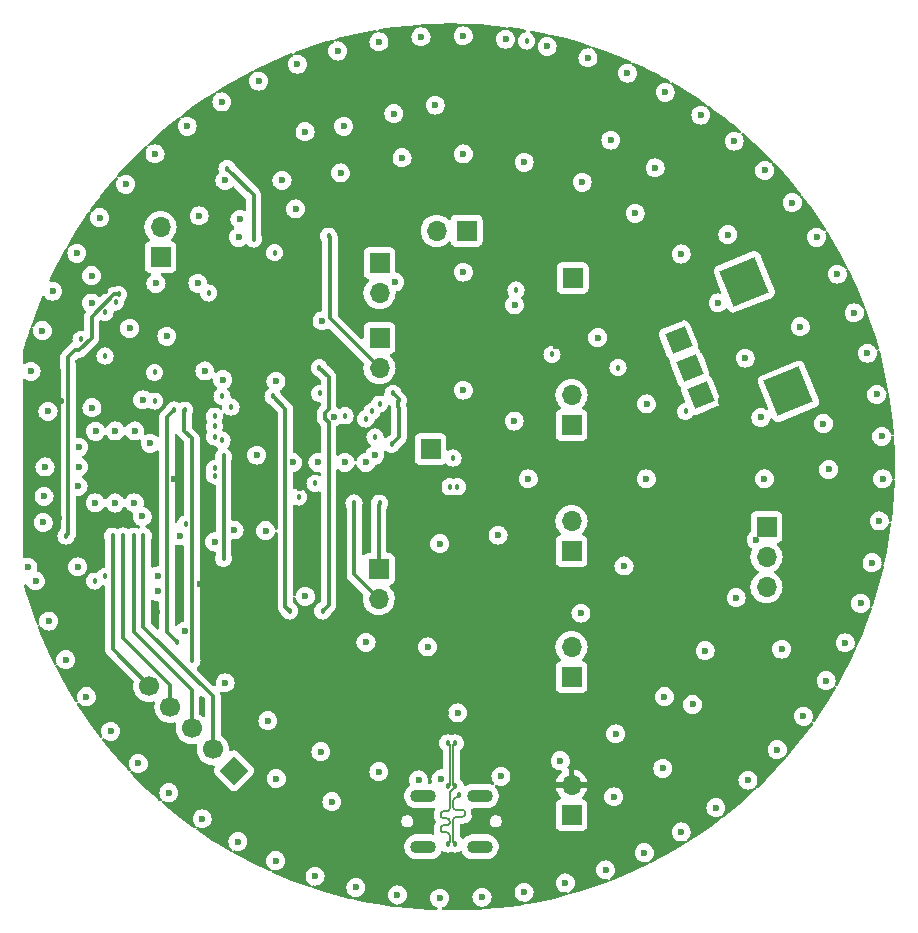
<source format=gbr>
%TF.GenerationSoftware,KiCad,Pcbnew,8.0.2-1*%
%TF.CreationDate,2024-05-17T13:07:53+01:00*%
%TF.ProjectId,Pomodoro_V7,506f6d6f-646f-4726-9f5f-56372e6b6963,rev?*%
%TF.SameCoordinates,Original*%
%TF.FileFunction,Copper,L2,Inr*%
%TF.FilePolarity,Positive*%
%FSLAX46Y46*%
G04 Gerber Fmt 4.6, Leading zero omitted, Abs format (unit mm)*
G04 Created by KiCad (PCBNEW 8.0.2-1) date 2024-05-17 13:07:53*
%MOMM*%
%LPD*%
G01*
G04 APERTURE LIST*
G04 Aperture macros list*
%AMHorizOval*
0 Thick line with rounded ends*
0 $1 width*
0 $2 $3 position (X,Y) of the first rounded end (center of the circle)*
0 $4 $5 position (X,Y) of the second rounded end (center of the circle)*
0 Add line between two ends*
20,1,$1,$2,$3,$4,$5,0*
0 Add two circle primitives to create the rounded ends*
1,1,$1,$2,$3*
1,1,$1,$4,$5*%
%AMRotRect*
0 Rectangle, with rotation*
0 The origin of the aperture is its center*
0 $1 length*
0 $2 width*
0 $3 Rotation angle, in degrees counterclockwise*
0 Add horizontal line*
21,1,$1,$2,0,0,$3*%
G04 Aperture macros list end*
%TA.AperFunction,ComponentPad*%
%ADD10RotRect,1.700000X1.700000X45.000000*%
%TD*%
%TA.AperFunction,ComponentPad*%
%ADD11HorizOval,1.700000X0.000000X0.000000X0.000000X0.000000X0*%
%TD*%
%TA.AperFunction,ComponentPad*%
%ADD12R,1.700000X1.700000*%
%TD*%
%TA.AperFunction,ComponentPad*%
%ADD13O,1.700000X1.700000*%
%TD*%
%TA.AperFunction,ComponentPad*%
%ADD14O,2.200000X1.100000*%
%TD*%
%TA.AperFunction,ComponentPad*%
%ADD15RotRect,1.800000X1.800000X112.000000*%
%TD*%
%TA.AperFunction,ComponentPad*%
%ADD16RotRect,3.216000X3.216000X112.000000*%
%TD*%
%TA.AperFunction,ViaPad*%
%ADD17C,0.600000*%
%TD*%
%TA.AperFunction,ViaPad*%
%ADD18C,0.457200*%
%TD*%
%TA.AperFunction,Conductor*%
%ADD19C,0.304800*%
%TD*%
%TA.AperFunction,Conductor*%
%ADD20C,0.152400*%
%TD*%
G04 APERTURE END LIST*
D10*
%TO.N,GND*%
%TO.C,J1*%
X131588567Y-125708154D03*
D11*
%TO.N,/MicroController/JTAG_TCK*%
X129792516Y-123912103D03*
%TO.N,/MicroController/JTAG_TDO*%
X127996465Y-122116052D03*
%TO.N,/MicroController/JTAG_TDI*%
X126200413Y-120320000D03*
%TO.N,/MicroController/JTAG_TMS*%
X124404362Y-118523949D03*
%TD*%
D12*
%TO.N,/MicroController/ESP32_DBG4*%
%TO.C,J7*%
X160160000Y-117780000D03*
D13*
%TO.N,/MicroController/ESP32_DBG3*%
X160160000Y-115240000D03*
%TD*%
D12*
%TO.N,GND*%
%TO.C,J2*%
X125362000Y-82220000D03*
D13*
%TO.N,/MicroController/ESP32_EN*%
X125362000Y-79680000D03*
%TD*%
D12*
%TO.N,ESP32_RgbLed_DIN*%
%TO.C,J14*%
X160250000Y-84000000D03*
%TD*%
%TO.N,/MicroController/ESP32_DBG2*%
%TO.C,J6*%
X160160000Y-96444000D03*
D13*
%TO.N,/MicroController/ESP32_DBG1*%
X160160000Y-93904000D03*
%TD*%
D12*
%TO.N,I2C_SCL*%
%TO.C,J4*%
X143838000Y-108636000D03*
D13*
%TO.N,I2C_SDA*%
X143838000Y-111176000D03*
%TD*%
D14*
%TO.N,GND*%
%TO.C,J11*%
X152400000Y-127850000D03*
X152400000Y-132150000D03*
X147600000Y-127850000D03*
X147600000Y-132150000D03*
%TD*%
D12*
%TO.N,GND*%
%TO.C,J13*%
X160160000Y-129464000D03*
D13*
%TO.N,+5V*%
X160160000Y-126924000D03*
%TD*%
D12*
%TO.N,Net-(D60-DOUT)*%
%TO.C,J15*%
X148222000Y-98476000D03*
%TD*%
%TO.N,GND*%
%TO.C,J3*%
X143904000Y-89073000D03*
D13*
%TO.N,/MicroController/BOOT_OPTION*%
X143904000Y-91613000D03*
%TD*%
D12*
%TO.N,/MicroController/ESP32_DBG6*%
%TO.C,J8*%
X160160000Y-107112000D03*
D13*
%TO.N,/MicroController/ESP32_DBG5*%
X160160000Y-104572000D03*
%TD*%
D15*
%TO.N,Net-(R4-Pad2)*%
%TO.C,R6*%
X171098196Y-93904286D03*
%TO.N,ESP32_ADC_POTI*%
X170161681Y-91586327D03*
%TO.N,GND*%
X169225163Y-89268368D03*
D16*
X178525000Y-93600000D03*
X174778934Y-84328162D03*
%TD*%
D12*
%TO.N,GND*%
%TO.C,J12*%
X143904000Y-82728000D03*
D13*
%TO.N,+3V3*%
X143904000Y-85268000D03*
%TD*%
D12*
%TO.N,GND*%
%TO.C,J5*%
X176670000Y-105080000D03*
D13*
%TO.N,TXD0*%
X176670000Y-107620000D03*
%TO.N,RXD0*%
X176670000Y-110160000D03*
%TD*%
D12*
%TO.N,GND*%
%TO.C,J10*%
X151275000Y-80000000D03*
D13*
%TO.N,ESP32_Button_Signal*%
X148735000Y-80000000D03*
%TD*%
D17*
%TO.N,GND*%
X141898418Y-135603572D03*
X172589515Y-86108858D03*
X124500000Y-98000000D03*
X125108000Y-110541000D03*
X135108175Y-133338920D03*
X123180000Y-96950000D03*
X163730000Y-127930000D03*
X130553156Y-69095789D03*
X136538000Y-99619000D03*
X185603572Y-108101582D03*
X160960155Y-112374369D03*
X139039845Y-87625631D03*
X169446844Y-130904211D03*
X159217231Y-124865491D03*
X134252000Y-105390397D03*
X123150000Y-103040000D03*
X151000000Y-93500000D03*
X118380000Y-101640000D03*
X154572810Y-63773775D03*
X124980000Y-84460000D03*
X130630000Y-92610000D03*
X139870000Y-128340000D03*
X174865491Y-90782769D03*
X128640000Y-78740000D03*
X115837000Y-95301000D03*
X130840000Y-118280000D03*
X145810892Y-73814100D03*
X171109783Y-70206929D03*
X140602000Y-75108000D03*
X167240000Y-74670000D03*
X121530000Y-96950000D03*
X118350000Y-108460000D03*
X129120000Y-91870000D03*
X143500000Y-99000000D03*
X116218000Y-85108175D03*
X183338920Y-114891825D03*
X179530000Y-88130000D03*
X132093000Y-79045000D03*
X147417559Y-63577740D03*
X121510000Y-103050000D03*
X142761844Y-114861329D03*
X176516504Y-74897709D03*
X173928365Y-72419512D03*
X156150679Y-74204280D03*
X123814100Y-104189108D03*
X147968000Y-115240000D03*
X164605000Y-108382000D03*
X121150725Y-122382344D03*
X135649000Y-75743000D03*
X158101582Y-64396428D03*
X166324060Y-132661523D03*
X150508000Y-120828000D03*
X143849321Y-125795720D03*
X155334000Y-86284000D03*
X148620000Y-69370000D03*
X138447669Y-134638038D03*
X145200000Y-84340000D03*
X137625631Y-110960155D03*
X149000000Y-136500000D03*
X177950000Y-115430000D03*
X137600000Y-71610000D03*
X163891142Y-122589515D03*
X115428640Y-104699000D03*
X131912098Y-131718729D03*
X181490000Y-96320000D03*
X170410000Y-120110000D03*
X115583000Y-100000000D03*
X119860000Y-96980000D03*
X169445436Y-81968777D03*
X156140011Y-135993753D03*
X119520000Y-83810000D03*
X173400000Y-80320000D03*
X147206000Y-126500000D03*
X127013000Y-105842000D03*
X153940000Y-105770000D03*
X118430000Y-98330000D03*
X155303301Y-96110913D03*
X117338477Y-116324060D03*
X140361550Y-64781393D03*
X124897709Y-73483496D03*
X175102291Y-126516504D03*
X119850000Y-103040000D03*
X131968777Y-80554564D03*
X114140000Y-108480000D03*
X161064990Y-75899876D03*
X125134509Y-109217231D03*
X136792000Y-78156000D03*
X127617656Y-71150725D03*
X138935010Y-124100124D03*
X126071635Y-127580488D03*
X177580488Y-123928365D03*
X119095789Y-119446844D03*
X118420000Y-99980000D03*
X161552331Y-65361962D03*
X168031223Y-119445436D03*
X134445919Y-121478374D03*
X179793071Y-121109783D03*
X186500000Y-101000000D03*
X114396428Y-91898418D03*
X165554081Y-78521626D03*
X143859989Y-64006247D03*
X181718729Y-118087902D03*
X127410485Y-113891142D03*
X120206929Y-78890217D03*
X140050000Y-95750000D03*
X149111000Y-126416000D03*
X136955934Y-65895714D03*
X181940000Y-100210000D03*
X133500000Y-99000000D03*
X166500000Y-101000000D03*
X174100124Y-111064990D03*
X176185900Y-95810892D03*
X140983000Y-99619000D03*
X135160000Y-126380000D03*
X115361962Y-88447669D03*
X133675940Y-67338477D03*
X172382344Y-128849275D03*
X138697000Y-99619000D03*
X166510000Y-94666000D03*
X135138671Y-92761844D03*
X128890217Y-129793071D03*
X123483496Y-125102291D03*
X122419512Y-76071635D03*
X118281271Y-81912098D03*
X149000000Y-106500000D03*
X152582441Y-136422260D03*
X151000000Y-83500000D03*
X176500000Y-101000000D03*
X164891825Y-66661080D03*
X159638450Y-135218607D03*
X123860000Y-94320000D03*
X129934000Y-106350000D03*
X178849275Y-77617656D03*
X186226225Y-104572810D03*
X151000000Y-73500000D03*
X180904211Y-80553156D03*
X162374369Y-89039845D03*
X186422260Y-97417559D03*
X131585000Y-105334000D03*
X142761000Y-99619000D03*
X151000000Y-63500000D03*
X122760000Y-88270000D03*
X128521626Y-84445919D03*
X168087902Y-68281271D03*
X184638038Y-111552331D03*
X154189108Y-126185900D03*
X130823000Y-75743000D03*
X163490000Y-72330000D03*
X156500000Y-101000000D03*
X185218607Y-90361550D03*
X115895714Y-113044066D03*
X125899876Y-88935010D03*
X163044066Y-134104286D03*
X140870000Y-71160000D03*
X145120000Y-70080000D03*
X114781393Y-109638450D03*
X182661523Y-83675940D03*
X171478374Y-115554081D03*
X184104286Y-86955934D03*
X115500000Y-102500000D03*
X145427190Y-136226225D03*
X119560000Y-94980000D03*
X167890000Y-125520000D03*
X119520000Y-86120000D03*
X185993753Y-93859989D03*
X175795720Y-106150679D03*
D18*
%TO.N,Net-(D1-DIN)*%
X156350000Y-63932000D03*
D17*
%TO.N,+5V*%
X181767217Y-89318523D03*
X123469757Y-79520835D03*
X145721241Y-66759329D03*
X128671514Y-109916940D03*
X135200000Y-123350000D03*
X166130000Y-119570000D03*
X147711611Y-133436705D03*
X177070000Y-113580000D03*
X167324116Y-115909903D03*
X172093852Y-108069181D03*
X156080000Y-129670000D03*
X175770000Y-102430000D03*
X165909903Y-82675884D03*
X153181981Y-101767767D03*
X125604816Y-77019030D03*
X162224431Y-79904894D03*
X151000000Y-133500000D03*
X180015759Y-114909869D03*
X124390000Y-96620000D03*
X166060000Y-102970000D03*
X172980970Y-75604816D03*
X136792000Y-73584000D03*
X168983966Y-86112630D03*
X158767596Y-67652214D03*
X183500000Y-99000000D03*
X126500000Y-101000000D03*
X151905000Y-130861000D03*
X178409802Y-117780133D03*
X169580000Y-84010000D03*
X175273000Y-119050000D03*
X157516311Y-132661217D03*
X131016034Y-113887370D03*
X155680000Y-71240000D03*
X134960000Y-78740000D03*
X148095000Y-129210000D03*
X158838835Y-89746952D03*
X133326288Y-70927034D03*
X172853364Y-94434592D03*
X176530243Y-120479165D03*
X173430000Y-113780000D03*
X139746952Y-91161165D03*
X154278759Y-133240671D03*
X155565408Y-122853364D03*
X149000000Y-96500000D03*
X148232233Y-103181981D03*
X167780133Y-71590198D03*
X148590000Y-112090000D03*
X163500000Y-99000000D03*
X167870000Y-123230000D03*
X133270000Y-92770000D03*
X126880000Y-112600000D03*
X162089690Y-93909894D03*
X148095000Y-130861000D03*
X127902000Y-75758800D03*
X156960000Y-125890000D03*
X128840000Y-119740000D03*
X142790000Y-73620000D03*
X170479165Y-73469757D03*
X164580000Y-86320000D03*
X163887370Y-118983966D03*
X177298662Y-80556928D03*
X173500000Y-99000000D03*
X153500000Y-99000000D03*
X152030000Y-103710000D03*
X179510000Y-101330000D03*
X146910000Y-77580000D03*
X158970000Y-74450000D03*
X156090106Y-112089690D03*
X161896015Y-68667352D03*
X145500000Y-123500000D03*
X151905000Y-129210000D03*
X128420000Y-82870000D03*
X145757653Y-112855057D03*
X125060000Y-112270000D03*
X175273000Y-116510000D03*
X181332648Y-111896015D03*
X153740000Y-74530000D03*
X120220000Y-111580000D03*
X177200000Y-88280000D03*
X131710000Y-111190000D03*
X151767767Y-96818019D03*
X168070000Y-79940000D03*
X136256225Y-69432719D03*
X139318523Y-68232783D03*
X142483689Y-67338783D03*
X183436705Y-102288389D03*
X131000000Y-120320000D03*
X151000000Y-113500000D03*
X180567281Y-86256225D03*
X141232404Y-132347786D03*
X122630000Y-94820000D03*
X162855057Y-104242347D03*
X129520835Y-126530243D03*
X129172000Y-72314000D03*
X153603837Y-76756456D03*
X147660000Y-72190000D03*
X119432719Y-113743775D03*
X149000000Y-86500000D03*
X160681477Y-131767217D03*
X116472000Y-100889000D03*
X121590198Y-82219867D03*
X141161165Y-110253048D03*
X117000000Y-108500000D03*
X159460000Y-71420000D03*
X120927034Y-116673712D03*
X144434592Y-77146636D03*
X163743775Y-130567281D03*
X152288389Y-66563295D03*
X169443072Y-127298662D03*
X130241302Y-80515901D03*
X176880000Y-98210000D03*
X127100000Y-84190000D03*
X158000000Y-112160000D03*
X127906148Y-91930819D03*
X163500000Y-76670000D03*
X135090131Y-130015759D03*
X132219867Y-128409802D03*
X164909869Y-69984241D03*
X132330000Y-84540000D03*
X146444000Y-101524000D03*
X134090097Y-117324116D03*
X123190000Y-91710000D03*
X166673712Y-129072966D03*
X183051397Y-105554741D03*
X127019030Y-124395184D03*
X137775569Y-120095106D03*
X141250000Y-84470000D03*
X124738543Y-122025185D03*
X122701338Y-119443072D03*
X179690000Y-98040000D03*
X159900000Y-100400000D03*
X119520000Y-104800000D03*
X170095106Y-112224431D03*
X149000000Y-66500000D03*
X118232783Y-110681477D03*
X116759329Y-104278759D03*
X152159000Y-124511000D03*
X145280000Y-128710000D03*
X154242347Y-87144943D03*
X173243544Y-103603837D03*
X136190000Y-88330000D03*
X116563295Y-97711611D03*
X175261457Y-77974815D03*
X143980000Y-117850000D03*
X155554741Y-66948603D03*
X155140000Y-77820000D03*
X152660000Y-117970000D03*
X182661217Y-92483689D03*
X120663000Y-85141000D03*
X141930819Y-122093852D03*
X183240671Y-95721241D03*
X172025185Y-125261457D03*
X138560000Y-84590000D03*
X174310000Y-88110000D03*
X133310000Y-102620000D03*
X133500000Y-95530000D03*
X118631000Y-88189000D03*
X154740000Y-68790000D03*
X134380000Y-111720000D03*
X170590000Y-78000000D03*
X158069181Y-77906148D03*
X153830000Y-81320000D03*
X163100000Y-112010000D03*
X144445259Y-133051397D03*
X150890000Y-72170000D03*
X160253048Y-108838835D03*
X174003000Y-123368000D03*
X137910310Y-106090106D03*
X138103985Y-131332648D03*
X141618000Y-78283000D03*
X137173000Y-101778000D03*
X173876000Y-117780000D03*
X172450000Y-120060000D03*
X182347786Y-108767596D03*
X179072966Y-83326288D03*
X171328486Y-90083060D03*
X116948603Y-94445259D03*
X159916940Y-121328486D03*
X140471574Y-78283000D03*
X138316000Y-74854000D03*
X149000000Y-76500000D03*
X129904894Y-87775569D03*
X164750000Y-126050000D03*
X124590000Y-88300000D03*
X149492000Y-120828000D03*
X140830000Y-125440000D03*
D18*
%TO.N,+3V3*%
X169812000Y-95301000D03*
X133236000Y-80696000D03*
X135025733Y-81850733D03*
X131000000Y-74750000D03*
X142737500Y-95936000D03*
%TO.N,ESP32_ADC_POTI*%
X164097000Y-91586327D03*
X120663000Y-86919000D03*
%TO.N,/MicroController/ESP32_EN*%
X117361000Y-105842000D03*
X121806000Y-85395000D03*
X129429000Y-85271000D03*
%TO.N,/MicroController/ESP32_DBG3*%
X126759000Y-114859000D03*
X126505000Y-95174000D03*
%TO.N,/MicroController/ESP32_DBG4*%
X127394000Y-95174000D03*
X128029000Y-116383000D03*
%TO.N,/MicroController/ESP32_ALT_I2C_SCL*%
X136284000Y-112192000D03*
X134887000Y-94031000D03*
X124854000Y-94412000D03*
%TO.N,ESP32_RgbLed_DIN*%
X131331000Y-94920000D03*
X155461000Y-85014000D03*
%TO.N,IMU_INT1*%
X143904000Y-94666000D03*
X129934000Y-96571000D03*
%TO.N,/MicroController/JTAG_TDO*%
X123076000Y-105842000D03*
%TO.N,/MicroController/ESP32_DBG5*%
X127495600Y-104826000D03*
%TO.N,ESP32_RgbLed_DOUT*%
X130569000Y-97739400D03*
X130569000Y-94031000D03*
X150127000Y-99238000D03*
%TO.N,/MicroController/JTAG_TMS*%
X121298000Y-105842000D03*
%TO.N,/MicroController/ESP32_DBG1*%
X120663000Y-90602000D03*
%TO.N,/MicroController/ESP32_DBG2*%
X158509000Y-90475000D03*
X121552000Y-86030000D03*
%TO.N,ESP32_USB_D-*%
X129934000Y-100120200D03*
X150497969Y-101677631D03*
%TO.N,/MicroController/JTAG_TCK*%
X123916600Y-105842000D03*
%TO.N,/MicroController/ESP32_DBG6*%
X130696000Y-99111000D03*
X130696000Y-107747000D03*
%TO.N,RXD0*%
X119774000Y-109652000D03*
%TO.N,ESP32_USB_D+*%
X149888369Y-101677631D03*
X129934000Y-100729800D03*
%TO.N,IMU_INT2*%
X143270900Y-95301000D03*
X129934000Y-97460000D03*
%TO.N,TXD0*%
X120663000Y-109271000D03*
%TO.N,ESP32_Button_Signal*%
X129934000Y-95682000D03*
%TO.N,/MicroController/ESP32_ALT_I2C_SDA*%
X138808000Y-91602000D03*
X139078000Y-112192000D03*
X124854000Y-91999000D03*
%TO.N,/MicroController/JTAG_TDI*%
X122187000Y-105842000D03*
%TO.N,/MicroController/BOOT_OPTION*%
X139586000Y-80442000D03*
X118631000Y-89205000D03*
%TO.N,I2C_SCL*%
X143904000Y-103048000D03*
X138443000Y-101397000D03*
%TO.N,I2C_SDA*%
X141745000Y-103048000D03*
X137046000Y-102540000D03*
%TO.N,Net-(U1-~{CS})*%
X140983000Y-95669000D03*
X143523000Y-97460000D03*
%TO.N,Net-(U1-SA0{slash}SDO)*%
X144920000Y-98095000D03*
X138824000Y-93769000D03*
X145047000Y-93777000D03*
%TO.N,/USB Conn and PWR /CONN_USB_D-*%
X149695200Y-127051000D03*
X149695200Y-123368000D03*
X150304800Y-131924612D03*
X150609601Y-127752071D03*
%TO.N,/USB Conn and PWR /CONN_USB_D+*%
X149695200Y-131924612D03*
X150304800Y-123368000D03*
X150304800Y-127051000D03*
%TD*%
D19*
%TO.N,+3V3*%
X131000000Y-74750000D02*
X133236000Y-76986000D01*
X133236000Y-76986000D02*
X133236000Y-80696000D01*
%TO.N,/MicroController/ESP32_EN*%
X117361000Y-105842000D02*
X117553403Y-105649597D01*
X117553403Y-91429403D02*
X117488000Y-91364000D01*
X118123000Y-90094000D02*
X118496342Y-90094000D01*
X121432658Y-85395000D02*
X121806000Y-85395000D01*
X117488000Y-91364000D02*
X117488000Y-90729000D01*
X118496342Y-90094000D02*
X119520000Y-89070342D01*
X119520000Y-89070342D02*
X119520000Y-87307658D01*
X117553403Y-105649597D02*
X117553403Y-91429403D01*
X119520000Y-87307658D02*
X121432658Y-85395000D01*
X117488000Y-90729000D02*
X118123000Y-90094000D01*
%TO.N,/MicroController/ESP32_DBG3*%
X125895200Y-95783800D02*
X125895200Y-113995200D01*
X125895200Y-113995200D02*
X126759000Y-114859000D01*
X126505000Y-95174000D02*
X125895200Y-95783800D01*
%TO.N,/MicroController/ESP32_DBG4*%
X128029000Y-116360976D02*
X128029000Y-116383000D01*
X128029000Y-116360976D02*
X128029000Y-97587000D01*
X128029000Y-97587000D02*
X127361256Y-96919256D01*
X127361256Y-95206744D02*
X127394000Y-95174000D01*
X127361256Y-96919256D02*
X127361256Y-95206744D01*
%TO.N,/MicroController/ESP32_ALT_I2C_SCL*%
X136284000Y-112192000D02*
X135933200Y-111841200D01*
X135933200Y-111841200D02*
X135933200Y-95077200D01*
X135933200Y-95077200D02*
X134887000Y-94031000D01*
%TO.N,/MicroController/JTAG_TDO*%
X127996465Y-119336535D02*
X127996465Y-122116052D01*
X123076000Y-105842000D02*
X123076000Y-113970000D01*
X123076000Y-113970000D02*
X128029000Y-118923000D01*
X128029000Y-119304000D02*
X127996465Y-119336535D01*
X128029000Y-118923000D02*
X128029000Y-119304000D01*
%TO.N,/MicroController/JTAG_TMS*%
X121298000Y-115417587D02*
X124404362Y-118523949D01*
X121298000Y-105842000D02*
X121298000Y-115417587D01*
%TO.N,/MicroController/JTAG_TCK*%
X123916600Y-105842000D02*
X123916600Y-113540600D01*
X123916600Y-113540600D02*
X129792516Y-119416516D01*
X129792516Y-119416516D02*
X129792516Y-123912103D01*
%TO.N,/MicroController/ESP32_DBG6*%
X130696000Y-107747000D02*
X130696000Y-99111000D01*
%TO.N,/MicroController/ESP32_ALT_I2C_SDA*%
X139586000Y-111684000D02*
X139078000Y-112192000D01*
X139586000Y-92380000D02*
X139586000Y-95078683D01*
X139586000Y-95078683D02*
X139265200Y-95399483D01*
X138808000Y-91602000D02*
X139586000Y-92380000D01*
X139586000Y-96221317D02*
X139586000Y-111684000D01*
X139265200Y-95399483D02*
X139265200Y-95900517D01*
X139265200Y-95900517D02*
X139586000Y-96221317D01*
%TO.N,/MicroController/JTAG_TDI*%
X126200413Y-118491413D02*
X126200413Y-120320000D01*
X122187000Y-114478000D02*
X126200413Y-118491413D01*
X122187000Y-105842000D02*
X122187000Y-114478000D01*
%TO.N,/MicroController/BOOT_OPTION*%
X139713000Y-80569000D02*
X139586000Y-80442000D01*
X143904000Y-91613000D02*
X139713000Y-87422000D01*
X139713000Y-87422000D02*
X139713000Y-80569000D01*
%TO.N,I2C_SCL*%
X143904000Y-103175000D02*
X143838000Y-103241000D01*
X143904000Y-103048000D02*
X143904000Y-103175000D01*
X143838000Y-103241000D02*
X143838000Y-108636000D01*
%TO.N,I2C_SDA*%
X141765965Y-103068965D02*
X141765965Y-109103965D01*
X141765965Y-109103965D02*
X143838000Y-111176000D01*
X141745000Y-103048000D02*
X141765965Y-103068965D01*
%TO.N,Net-(U1-SA0{slash}SDO)*%
X145506113Y-94446182D02*
X145506113Y-94947216D01*
X145047000Y-93777000D02*
X145555000Y-94285000D01*
X145555000Y-97460000D02*
X144920000Y-98095000D01*
X145555000Y-94996103D02*
X145555000Y-97460000D01*
X145555000Y-94285000D02*
X145555000Y-94397295D01*
X145555000Y-94397295D02*
X145506113Y-94446182D01*
X145506113Y-94947216D02*
X145555000Y-94996103D01*
D20*
%TO.N,/USB Conn and PWR /CONN_USB_D-*%
X149847599Y-123520399D02*
X149695200Y-123368000D01*
X150152400Y-129875045D02*
X150152400Y-129995045D01*
X150762000Y-129035045D02*
X150912400Y-129035045D01*
X149847599Y-124129999D02*
X149847599Y-123520399D01*
X150152400Y-130043738D02*
X150152400Y-131772212D01*
X151152400Y-129275045D02*
X151152400Y-129395045D01*
X150609601Y-127752071D02*
X150152400Y-128209272D01*
X150912400Y-129635045D02*
X150392400Y-129635045D01*
X149695200Y-127051000D02*
X149847600Y-126898600D01*
X150152400Y-129995045D02*
X150152400Y-130043738D01*
X150152400Y-128209272D02*
X150152400Y-128795045D01*
X150152400Y-131772212D02*
X150304800Y-131924612D01*
X149847600Y-124130000D02*
X149847599Y-124129999D01*
X149847600Y-126898600D02*
X149847600Y-124130000D01*
X150392400Y-129035045D02*
X150762000Y-129035045D01*
X150392400Y-129635045D02*
G75*
G03*
X150152445Y-129875045I0J-239955D01*
G01*
X151152400Y-129395045D02*
G75*
G02*
X150912400Y-129635000I-240000J45D01*
G01*
X150152400Y-128795045D02*
G75*
G03*
X150392400Y-129035000I240000J45D01*
G01*
X150912400Y-129035045D02*
G75*
G02*
X151152355Y-129275045I0J-239955D01*
G01*
%TO.N,/USB Conn and PWR /CONN_USB_D+*%
X149607600Y-130343260D02*
X149319608Y-130343260D01*
X149847600Y-131303260D02*
X149847600Y-131496000D01*
X149319584Y-129743260D02*
X149607600Y-129743260D01*
X149079608Y-130583260D02*
X149079608Y-130703260D01*
X150304800Y-127087979D02*
X149847600Y-127545179D01*
X149847600Y-131183260D02*
X149847600Y-131303260D01*
X150152400Y-124130000D02*
X150152401Y-124129999D01*
X150304800Y-127051000D02*
X150304800Y-127087979D01*
X149847600Y-131772212D02*
X149695200Y-131924612D01*
X150152401Y-124129999D02*
X150152401Y-123520399D01*
X149607600Y-129143260D02*
X149319584Y-129143260D01*
X149319608Y-130943260D02*
X149607600Y-130943260D01*
X150152401Y-123520399D02*
X150304800Y-123368000D01*
X150304800Y-127051000D02*
X150152400Y-126898600D01*
X149079584Y-129383260D02*
X149079584Y-129503260D01*
X149847600Y-131496000D02*
X149847600Y-131772212D01*
X150152400Y-126898600D02*
X150152400Y-124130000D01*
X149847600Y-127545179D02*
X149847600Y-128903260D01*
X149847600Y-129983260D02*
X149847600Y-130103260D01*
X149319608Y-130343260D02*
G75*
G03*
X149079560Y-130583260I-8J-240040D01*
G01*
X149607600Y-130943260D02*
G75*
G02*
X149847640Y-131183260I0J-240040D01*
G01*
X149079584Y-129503260D02*
G75*
G03*
X149319584Y-129743316I240016J-40D01*
G01*
X149847600Y-130103260D02*
G75*
G02*
X149607600Y-130343300I-240000J-40D01*
G01*
X149319584Y-129143260D02*
G75*
G03*
X149079560Y-129383260I16J-240040D01*
G01*
X149607600Y-129743260D02*
G75*
G02*
X149847640Y-129983260I0J-240040D01*
G01*
X149079608Y-130703260D02*
G75*
G03*
X149319608Y-130943292I239992J-40D01*
G01*
X149847600Y-128903260D02*
G75*
G02*
X149607600Y-129143300I-240000J-40D01*
G01*
%TD*%
%TA.AperFunction,Conductor*%
%TO.N,+5V*%
G36*
X128822453Y-119387050D02*
G01*
X128869011Y-119416351D01*
X129103297Y-119650637D01*
X129136782Y-119711960D01*
X129139616Y-119738318D01*
X129139616Y-121049945D01*
X129119931Y-121116984D01*
X129067127Y-121162739D01*
X128997969Y-121172683D01*
X128934413Y-121143658D01*
X128927935Y-121137626D01*
X128867867Y-121077558D01*
X128867866Y-121077557D01*
X128702241Y-120961585D01*
X128658617Y-120907008D01*
X128649365Y-120860010D01*
X128649365Y-119537081D01*
X128656594Y-119500743D01*
X128655041Y-119500272D01*
X128656808Y-119494446D01*
X128656807Y-119494446D01*
X128656809Y-119494444D01*
X128659519Y-119480821D01*
X128659687Y-119479972D01*
X128692002Y-119418029D01*
X128752679Y-119383387D01*
X128822453Y-119387050D01*
G37*
%TD.AperFunction*%
%TA.AperFunction,Conductor*%
G36*
X124751804Y-111264601D02*
G01*
X124752205Y-111263769D01*
X124758470Y-111266786D01*
X124758477Y-111266788D01*
X124758478Y-111266789D01*
X124881045Y-111309677D01*
X124928745Y-111326368D01*
X124928750Y-111326369D01*
X125107996Y-111346565D01*
X125114964Y-111346565D01*
X125114964Y-111348816D01*
X125173234Y-111359021D01*
X125224615Y-111406369D01*
X125242300Y-111470189D01*
X125242300Y-113643597D01*
X125222615Y-113710636D01*
X125169811Y-113756391D01*
X125100653Y-113766335D01*
X125037097Y-113737310D01*
X125030619Y-113731278D01*
X124605819Y-113306478D01*
X124572334Y-113245155D01*
X124569500Y-113218797D01*
X124569500Y-111372407D01*
X124589185Y-111305368D01*
X124641989Y-111259613D01*
X124711147Y-111249669D01*
X124751804Y-111264601D01*
G37*
%TD.AperFunction*%
%TA.AperFunction,Conductor*%
G36*
X126713055Y-106585137D02*
G01*
X126833737Y-106627366D01*
X126833743Y-106627367D01*
X126833745Y-106627368D01*
X126833746Y-106627368D01*
X126833750Y-106627369D01*
X127012996Y-106647565D01*
X127013000Y-106647565D01*
X127013004Y-106647565D01*
X127192249Y-106627369D01*
X127192251Y-106627368D01*
X127192255Y-106627368D01*
X127211142Y-106620758D01*
X127280920Y-106617195D01*
X127341548Y-106651921D01*
X127373778Y-106713913D01*
X127376100Y-106737799D01*
X127376100Y-112978637D01*
X127356415Y-113045676D01*
X127303611Y-113091431D01*
X127265985Y-113101857D01*
X127231235Y-113105772D01*
X127060963Y-113165352D01*
X126908222Y-113261326D01*
X126780669Y-113388879D01*
X126780665Y-113388884D01*
X126777091Y-113394573D01*
X126724755Y-113440862D01*
X126655701Y-113451508D01*
X126591853Y-113423130D01*
X126553484Y-113364739D01*
X126548100Y-113328597D01*
X126548100Y-106702178D01*
X126567785Y-106635139D01*
X126620589Y-106589384D01*
X126689747Y-106579440D01*
X126713055Y-106585137D01*
G37*
%TD.AperFunction*%
%TA.AperFunction,Conductor*%
G36*
X126753303Y-97191004D02*
G01*
X126779237Y-97223483D01*
X126779280Y-97223455D01*
X126779615Y-97223956D01*
X126781460Y-97226267D01*
X126782663Y-97228519D01*
X126809347Y-97268455D01*
X126846354Y-97323841D01*
X126854118Y-97335460D01*
X126854119Y-97335461D01*
X127339781Y-97821121D01*
X127373266Y-97882444D01*
X127376100Y-97908802D01*
X127376100Y-104007385D01*
X127356415Y-104074424D01*
X127303611Y-104120179D01*
X127293054Y-104124427D01*
X127177252Y-104164947D01*
X127038136Y-104252360D01*
X126921960Y-104368536D01*
X126834547Y-104507652D01*
X126789142Y-104637415D01*
X126748420Y-104694191D01*
X126683467Y-104719939D01*
X126614906Y-104706483D01*
X126564503Y-104658096D01*
X126548100Y-104596461D01*
X126548100Y-97284717D01*
X126567785Y-97217678D01*
X126620589Y-97171923D01*
X126689747Y-97161979D01*
X126753303Y-97191004D01*
G37*
%TD.AperFunction*%
%TA.AperFunction,Conductor*%
G36*
X150886547Y-62458678D02*
G01*
X150953255Y-62479455D01*
X150998141Y-62532999D01*
X151006953Y-62602311D01*
X150976894Y-62665384D01*
X150917506Y-62702193D01*
X150898404Y-62705881D01*
X150820749Y-62714630D01*
X150820745Y-62714631D01*
X150650476Y-62774211D01*
X150497737Y-62870184D01*
X150370184Y-62997737D01*
X150274211Y-63150476D01*
X150214631Y-63320745D01*
X150214630Y-63320750D01*
X150194435Y-63499996D01*
X150194435Y-63500003D01*
X150214630Y-63679249D01*
X150214631Y-63679254D01*
X150274211Y-63849523D01*
X150339249Y-63953029D01*
X150370184Y-64002262D01*
X150497738Y-64129816D01*
X150586352Y-64185496D01*
X150636773Y-64217178D01*
X150650478Y-64225789D01*
X150720658Y-64250346D01*
X150820745Y-64285368D01*
X150820750Y-64285369D01*
X150999996Y-64305565D01*
X151000000Y-64305565D01*
X151000004Y-64305565D01*
X151179249Y-64285369D01*
X151179252Y-64285368D01*
X151179255Y-64285368D01*
X151349522Y-64225789D01*
X151502262Y-64129816D01*
X151629816Y-64002262D01*
X151725789Y-63849522D01*
X151785368Y-63679255D01*
X151786339Y-63670636D01*
X151805565Y-63500003D01*
X151805565Y-63499996D01*
X151785369Y-63320750D01*
X151785368Y-63320745D01*
X151750423Y-63220878D01*
X151725789Y-63150478D01*
X151711786Y-63128193D01*
X151676957Y-63072762D01*
X151629816Y-62997738D01*
X151502262Y-62870184D01*
X151349523Y-62774211D01*
X151179253Y-62714631D01*
X151140773Y-62710295D01*
X151076360Y-62683227D01*
X151036806Y-62625632D01*
X151034669Y-62555795D01*
X151070629Y-62495889D01*
X151133267Y-62464934D01*
X151156675Y-62463092D01*
X151225127Y-62464211D01*
X151229095Y-62464340D01*
X152450933Y-62524283D01*
X152454960Y-62524547D01*
X153674110Y-62624376D01*
X153678118Y-62624769D01*
X154547651Y-62724664D01*
X154612004Y-62751872D01*
X154651433Y-62809553D01*
X154653419Y-62879394D01*
X154617330Y-62939222D01*
X154554624Y-62970041D01*
X154547381Y-62971074D01*
X154393559Y-62988405D01*
X154393555Y-62988406D01*
X154223286Y-63047986D01*
X154070547Y-63143959D01*
X153942994Y-63271512D01*
X153847021Y-63424251D01*
X153787441Y-63594520D01*
X153787440Y-63594525D01*
X153767245Y-63773771D01*
X153767245Y-63773778D01*
X153787440Y-63953024D01*
X153787441Y-63953029D01*
X153847021Y-64123298D01*
X153886103Y-64185496D01*
X153942994Y-64276037D01*
X154070548Y-64403591D01*
X154223288Y-64499564D01*
X154379997Y-64554399D01*
X154393555Y-64559143D01*
X154393560Y-64559144D01*
X154572806Y-64579340D01*
X154572810Y-64579340D01*
X154572814Y-64579340D01*
X154752059Y-64559144D01*
X154752062Y-64559143D01*
X154752065Y-64559143D01*
X154922332Y-64499564D01*
X155075072Y-64403591D01*
X155202626Y-64276037D01*
X155298599Y-64123297D01*
X155358178Y-63953030D01*
X155360547Y-63932003D01*
X155378375Y-63773778D01*
X155378375Y-63773771D01*
X155358179Y-63594525D01*
X155358178Y-63594520D01*
X155325104Y-63500000D01*
X155298599Y-63424253D01*
X155296801Y-63421392D01*
X155233564Y-63320750D01*
X155202626Y-63271513D01*
X155075072Y-63143959D01*
X154922332Y-63047986D01*
X154826986Y-63014623D01*
X154778889Y-62997793D01*
X154722113Y-62957071D01*
X154696366Y-62892118D01*
X154709822Y-62823556D01*
X154758210Y-62773154D01*
X154826165Y-62756912D01*
X154833991Y-62757560D01*
X154893424Y-62764388D01*
X154897352Y-62764904D01*
X156107507Y-62944166D01*
X156111423Y-62944813D01*
X156233941Y-62967075D01*
X156296379Y-62998426D01*
X156331957Y-63058559D01*
X156329377Y-63128381D01*
X156289457Y-63185724D01*
X156225657Y-63212296D01*
X156186736Y-63216681D01*
X156186734Y-63216682D01*
X156031652Y-63270947D01*
X155892536Y-63358360D01*
X155776360Y-63474536D01*
X155688947Y-63613652D01*
X155634682Y-63768734D01*
X155634681Y-63768738D01*
X155616287Y-63931996D01*
X155616287Y-63932003D01*
X155634681Y-64095261D01*
X155634682Y-64095265D01*
X155688947Y-64250347D01*
X155710953Y-64285369D01*
X155776360Y-64389463D01*
X155892537Y-64505640D01*
X155970137Y-64554399D01*
X156005459Y-64576594D01*
X156031654Y-64593053D01*
X156186733Y-64647317D01*
X156186734Y-64647317D01*
X156186738Y-64647318D01*
X156349996Y-64665713D01*
X156350000Y-64665713D01*
X156350004Y-64665713D01*
X156513261Y-64647318D01*
X156513263Y-64647317D01*
X156513267Y-64647317D01*
X156668346Y-64593053D01*
X156807463Y-64505640D01*
X156923640Y-64389463D01*
X157011053Y-64250346D01*
X157065317Y-64095267D01*
X157069563Y-64057585D01*
X157083713Y-63932003D01*
X157083713Y-63931996D01*
X157065318Y-63768738D01*
X157065317Y-63768734D01*
X157064574Y-63766612D01*
X157011053Y-63613654D01*
X157009422Y-63611059D01*
X156923639Y-63474536D01*
X156807461Y-63358358D01*
X156708808Y-63296370D01*
X156662518Y-63244036D01*
X156651870Y-63174982D01*
X156680245Y-63111134D01*
X156738635Y-63072762D01*
X156796946Y-63069375D01*
X157314987Y-63163505D01*
X157318892Y-63164280D01*
X158187316Y-63351579D01*
X158248697Y-63384955D01*
X158282291Y-63446219D01*
X158277431Y-63515919D01*
X158235659Y-63571927D01*
X158170238Y-63596460D01*
X158147290Y-63596012D01*
X158101587Y-63590863D01*
X158101578Y-63590863D01*
X157922332Y-63611058D01*
X157922327Y-63611059D01*
X157752058Y-63670639D01*
X157599319Y-63766612D01*
X157471766Y-63894165D01*
X157375793Y-64046904D01*
X157316213Y-64217173D01*
X157316212Y-64217178D01*
X157296017Y-64396424D01*
X157296017Y-64396431D01*
X157316212Y-64575677D01*
X157316213Y-64575682D01*
X157375793Y-64745951D01*
X157437512Y-64844175D01*
X157471766Y-64898690D01*
X157599320Y-65026244D01*
X157752060Y-65122217D01*
X157888402Y-65169925D01*
X157922327Y-65181796D01*
X157922332Y-65181797D01*
X158101578Y-65201993D01*
X158101582Y-65201993D01*
X158101586Y-65201993D01*
X158280831Y-65181797D01*
X158280834Y-65181796D01*
X158280837Y-65181796D01*
X158451104Y-65122217D01*
X158603844Y-65026244D01*
X158731398Y-64898690D01*
X158827371Y-64745950D01*
X158886950Y-64575683D01*
X158887319Y-64572411D01*
X158907147Y-64396431D01*
X158907147Y-64396424D01*
X158886951Y-64217178D01*
X158886950Y-64217173D01*
X158883585Y-64207556D01*
X158827371Y-64046906D01*
X158731398Y-63894166D01*
X158603844Y-63766612D01*
X158578423Y-63750639D01*
X158451101Y-63670636D01*
X158380783Y-63646031D01*
X158324007Y-63605309D01*
X158298260Y-63540356D01*
X158311717Y-63471795D01*
X158360104Y-63421392D01*
X158428060Y-63405151D01*
X158447873Y-63407776D01*
X158514714Y-63422192D01*
X158518601Y-63423097D01*
X159705313Y-63719933D01*
X159709202Y-63720973D01*
X160885619Y-64056437D01*
X160889408Y-64057585D01*
X161739654Y-64330378D01*
X161797474Y-64369601D01*
X161824910Y-64433859D01*
X161813250Y-64502749D01*
X161766196Y-64554399D01*
X161698688Y-64572411D01*
X161687888Y-64571669D01*
X161552335Y-64556397D01*
X161552327Y-64556397D01*
X161373081Y-64576592D01*
X161373076Y-64576593D01*
X161202807Y-64636173D01*
X161050068Y-64732146D01*
X160922515Y-64859699D01*
X160826542Y-65012438D01*
X160766962Y-65182707D01*
X160766961Y-65182712D01*
X160746766Y-65361958D01*
X160746766Y-65361965D01*
X160766961Y-65541211D01*
X160766962Y-65541216D01*
X160826542Y-65711485D01*
X160871913Y-65783692D01*
X160922515Y-65864224D01*
X161050069Y-65991778D01*
X161112911Y-66031264D01*
X161182466Y-66074969D01*
X161202809Y-66087751D01*
X161373076Y-66147330D01*
X161373081Y-66147331D01*
X161552327Y-66167527D01*
X161552331Y-66167527D01*
X161552335Y-66167527D01*
X161731580Y-66147331D01*
X161731583Y-66147330D01*
X161731586Y-66147330D01*
X161901853Y-66087751D01*
X162054593Y-65991778D01*
X162182147Y-65864224D01*
X162278120Y-65711484D01*
X162337699Y-65541217D01*
X162341534Y-65507181D01*
X162357896Y-65361965D01*
X162357896Y-65361958D01*
X162337700Y-65182712D01*
X162337699Y-65182707D01*
X162321177Y-65135491D01*
X162278120Y-65012440D01*
X162182147Y-64859700D01*
X162054593Y-64732146D01*
X162054591Y-64732144D01*
X161910409Y-64641548D01*
X161864119Y-64589214D01*
X161853471Y-64520160D01*
X161881846Y-64456312D01*
X161940236Y-64417940D01*
X162010102Y-64417228D01*
X162014210Y-64418466D01*
X162054243Y-64431310D01*
X162058017Y-64432590D01*
X163209991Y-64844168D01*
X163213751Y-64845581D01*
X164351629Y-65294566D01*
X164355297Y-65296082D01*
X164980627Y-65566761D01*
X165160201Y-65644491D01*
X165213904Y-65689187D01*
X165234918Y-65755822D01*
X165216571Y-65823239D01*
X165164688Y-65870036D01*
X165095741Y-65881353D01*
X165077891Y-65877177D01*
X165077872Y-65877262D01*
X165071074Y-65875710D01*
X164891829Y-65855515D01*
X164891821Y-65855515D01*
X164712575Y-65875710D01*
X164712570Y-65875711D01*
X164542301Y-65935291D01*
X164389562Y-66031264D01*
X164262009Y-66158817D01*
X164166036Y-66311556D01*
X164106456Y-66481825D01*
X164106455Y-66481830D01*
X164086260Y-66661076D01*
X164086260Y-66661083D01*
X164106455Y-66840329D01*
X164106456Y-66840334D01*
X164166036Y-67010603D01*
X164259420Y-67159222D01*
X164262009Y-67163342D01*
X164389563Y-67290896D01*
X164479905Y-67347662D01*
X164497311Y-67358599D01*
X164542303Y-67386869D01*
X164656908Y-67426971D01*
X164712570Y-67446448D01*
X164712575Y-67446449D01*
X164891821Y-67466645D01*
X164891825Y-67466645D01*
X164891829Y-67466645D01*
X165071074Y-67446449D01*
X165071077Y-67446448D01*
X165071080Y-67446448D01*
X165241347Y-67386869D01*
X165394087Y-67290896D01*
X165521641Y-67163342D01*
X165617614Y-67010602D01*
X165677193Y-66840335D01*
X165677194Y-66840329D01*
X165697390Y-66661083D01*
X165697390Y-66661076D01*
X165677194Y-66481830D01*
X165677193Y-66481825D01*
X165647853Y-66397976D01*
X165617614Y-66311558D01*
X165521641Y-66158818D01*
X165394087Y-66031264D01*
X165307814Y-65977055D01*
X165261524Y-65924721D01*
X165250876Y-65855668D01*
X165279251Y-65791819D01*
X165337640Y-65753447D01*
X165407506Y-65752735D01*
X165423044Y-65758265D01*
X165477959Y-65782035D01*
X165481646Y-65783703D01*
X166275989Y-66158817D01*
X166587744Y-66306037D01*
X166591368Y-66307821D01*
X167629714Y-66840329D01*
X167679802Y-66866016D01*
X167683373Y-66867921D01*
X168208405Y-67159227D01*
X168478097Y-67308861D01*
X168527168Y-67358599D01*
X168541559Y-67426971D01*
X168516700Y-67492269D01*
X168460486Y-67533762D01*
X168390762Y-67538276D01*
X168376983Y-67534332D01*
X168267159Y-67495903D01*
X168267151Y-67495901D01*
X168087906Y-67475706D01*
X168087898Y-67475706D01*
X167908652Y-67495901D01*
X167908647Y-67495902D01*
X167738378Y-67555482D01*
X167585639Y-67651455D01*
X167458086Y-67779008D01*
X167362113Y-67931747D01*
X167302533Y-68102016D01*
X167302532Y-68102021D01*
X167282337Y-68281267D01*
X167282337Y-68281274D01*
X167302532Y-68460520D01*
X167302533Y-68460525D01*
X167362113Y-68630794D01*
X167442019Y-68757962D01*
X167458086Y-68783533D01*
X167585640Y-68911087D01*
X167738380Y-69007060D01*
X167908647Y-69066639D01*
X167908652Y-69066640D01*
X168087898Y-69086836D01*
X168087902Y-69086836D01*
X168087906Y-69086836D01*
X168267151Y-69066640D01*
X168267154Y-69066639D01*
X168267157Y-69066639D01*
X168437424Y-69007060D01*
X168590164Y-68911087D01*
X168717718Y-68783533D01*
X168813691Y-68630793D01*
X168873270Y-68460526D01*
X168883872Y-68366429D01*
X168893467Y-68281274D01*
X168893467Y-68281267D01*
X168873271Y-68102021D01*
X168873270Y-68102016D01*
X168813690Y-67931747D01*
X168774484Y-67869351D01*
X168717718Y-67779009D01*
X168590164Y-67651455D01*
X168585240Y-67646531D01*
X168587426Y-67644344D01*
X168555135Y-67598389D01*
X168552248Y-67528579D01*
X168587562Y-67468290D01*
X168649864Y-67436664D01*
X168719374Y-67443742D01*
X168732722Y-67450136D01*
X168753070Y-67461426D01*
X168756514Y-67463411D01*
X169283930Y-67779008D01*
X169806191Y-68091520D01*
X169809634Y-68093657D01*
X170838234Y-68755731D01*
X170841605Y-68757980D01*
X171288358Y-69066640D01*
X171571740Y-69262427D01*
X171615706Y-69316729D01*
X171623335Y-69386181D01*
X171592205Y-69448732D01*
X171532198Y-69484523D01*
X171462368Y-69482191D01*
X171460300Y-69481488D01*
X171289037Y-69421560D01*
X171289032Y-69421559D01*
X171109787Y-69401364D01*
X171109779Y-69401364D01*
X170930533Y-69421559D01*
X170930528Y-69421560D01*
X170760259Y-69481140D01*
X170607520Y-69577113D01*
X170479967Y-69704666D01*
X170383994Y-69857405D01*
X170324414Y-70027674D01*
X170324413Y-70027679D01*
X170304218Y-70206925D01*
X170304218Y-70206932D01*
X170324413Y-70386178D01*
X170324414Y-70386183D01*
X170383994Y-70556452D01*
X170441808Y-70648462D01*
X170479967Y-70709191D01*
X170607521Y-70836745D01*
X170760261Y-70932718D01*
X170804155Y-70948077D01*
X170930528Y-70992297D01*
X170930533Y-70992298D01*
X171109779Y-71012494D01*
X171109783Y-71012494D01*
X171109787Y-71012494D01*
X171289032Y-70992298D01*
X171289035Y-70992297D01*
X171289038Y-70992297D01*
X171459305Y-70932718D01*
X171612045Y-70836745D01*
X171739599Y-70709191D01*
X171835572Y-70556451D01*
X171895151Y-70386184D01*
X171897498Y-70365355D01*
X171915348Y-70206932D01*
X171915348Y-70206925D01*
X171895152Y-70027679D01*
X171895151Y-70027674D01*
X171885403Y-69999815D01*
X171835572Y-69857407D01*
X171813058Y-69821577D01*
X171752755Y-69725605D01*
X171739599Y-69704667D01*
X171651309Y-69616377D01*
X171617824Y-69555054D01*
X171622808Y-69485362D01*
X171664680Y-69429429D01*
X171730144Y-69405012D01*
X171798417Y-69419864D01*
X171809466Y-69426671D01*
X171848018Y-69453306D01*
X171851254Y-69455620D01*
X172345582Y-69821577D01*
X172834450Y-70183491D01*
X172837666Y-70185955D01*
X173305363Y-70556452D01*
X173659189Y-70836744D01*
X173796489Y-70945509D01*
X173799624Y-70948077D01*
X174480257Y-71524435D01*
X174503230Y-71543888D01*
X174541670Y-71602233D01*
X174542465Y-71672098D01*
X174505361Y-71731302D01*
X174442139Y-71761047D01*
X174372872Y-71751891D01*
X174357126Y-71743512D01*
X174277888Y-71693723D01*
X174107619Y-71634143D01*
X174107614Y-71634142D01*
X173928369Y-71613947D01*
X173928361Y-71613947D01*
X173749115Y-71634142D01*
X173749110Y-71634143D01*
X173578841Y-71693723D01*
X173426102Y-71789696D01*
X173298549Y-71917249D01*
X173202576Y-72069988D01*
X173142996Y-72240257D01*
X173142995Y-72240262D01*
X173122800Y-72419508D01*
X173122800Y-72419515D01*
X173142995Y-72598761D01*
X173142996Y-72598766D01*
X173202576Y-72769035D01*
X173258371Y-72857831D01*
X173298549Y-72921774D01*
X173426103Y-73049328D01*
X173436386Y-73055789D01*
X173531206Y-73115369D01*
X173578843Y-73145301D01*
X173690250Y-73184284D01*
X173749110Y-73204880D01*
X173749115Y-73204881D01*
X173928361Y-73225077D01*
X173928365Y-73225077D01*
X173928369Y-73225077D01*
X174107614Y-73204881D01*
X174107617Y-73204880D01*
X174107620Y-73204880D01*
X174277887Y-73145301D01*
X174430627Y-73049328D01*
X174558181Y-72921774D01*
X174654154Y-72769034D01*
X174713733Y-72598767D01*
X174717589Y-72564547D01*
X174733930Y-72419515D01*
X174733930Y-72419508D01*
X174713734Y-72240262D01*
X174713733Y-72240257D01*
X174682411Y-72150745D01*
X174654154Y-72069990D01*
X174558181Y-71917250D01*
X174542417Y-71901486D01*
X174508932Y-71840163D01*
X174513916Y-71770471D01*
X174555788Y-71714538D01*
X174621252Y-71690121D01*
X174689525Y-71704973D01*
X174710230Y-71719175D01*
X174733134Y-71738570D01*
X174736152Y-71741211D01*
X175643346Y-72561794D01*
X175646306Y-72564561D01*
X176526201Y-73414346D01*
X176529069Y-73417208D01*
X176593365Y-73483499D01*
X177127962Y-74034682D01*
X177160534Y-74068264D01*
X177193079Y-74130092D01*
X177187030Y-74199699D01*
X177144310Y-74254987D01*
X177078480Y-74278401D01*
X177010442Y-74262508D01*
X177005552Y-74259590D01*
X176866027Y-74171920D01*
X176695758Y-74112340D01*
X176695753Y-74112339D01*
X176516508Y-74092144D01*
X176516500Y-74092144D01*
X176337254Y-74112339D01*
X176337249Y-74112340D01*
X176166980Y-74171920D01*
X176014241Y-74267893D01*
X175886688Y-74395446D01*
X175790715Y-74548185D01*
X175731135Y-74718454D01*
X175731134Y-74718459D01*
X175710939Y-74897705D01*
X175710939Y-74897712D01*
X175731134Y-75076958D01*
X175731135Y-75076963D01*
X175790715Y-75247232D01*
X175852679Y-75345846D01*
X175886688Y-75399971D01*
X176014242Y-75527525D01*
X176166982Y-75623498D01*
X176232095Y-75646282D01*
X176337249Y-75683077D01*
X176337254Y-75683078D01*
X176516500Y-75703274D01*
X176516504Y-75703274D01*
X176516508Y-75703274D01*
X176695753Y-75683078D01*
X176695756Y-75683077D01*
X176695759Y-75683077D01*
X176866026Y-75623498D01*
X177018766Y-75527525D01*
X177146320Y-75399971D01*
X177242293Y-75247231D01*
X177301872Y-75076964D01*
X177308344Y-75019522D01*
X177322069Y-74897712D01*
X177322069Y-74897705D01*
X177301873Y-74718459D01*
X177301872Y-74718454D01*
X177242292Y-74548184D01*
X177165035Y-74425232D01*
X177146034Y-74357995D01*
X177166401Y-74291160D01*
X177219669Y-74245945D01*
X177288925Y-74236707D01*
X177352182Y-74266379D01*
X177359037Y-74272926D01*
X177380710Y-74295271D01*
X177383481Y-74298223D01*
X178119093Y-75108003D01*
X178205985Y-75203655D01*
X178208651Y-75206687D01*
X178646998Y-75722109D01*
X179001155Y-76138538D01*
X179003729Y-76141668D01*
X179582949Y-76869653D01*
X179609286Y-76934369D01*
X179596453Y-77003050D01*
X179548525Y-77053890D01*
X179480720Y-77070748D01*
X179414564Y-77048272D01*
X179398235Y-77034538D01*
X179351537Y-76987840D01*
X179198798Y-76891867D01*
X179028529Y-76832287D01*
X179028524Y-76832286D01*
X178849279Y-76812091D01*
X178849271Y-76812091D01*
X178670025Y-76832286D01*
X178670020Y-76832287D01*
X178499751Y-76891867D01*
X178347012Y-76987840D01*
X178219459Y-77115393D01*
X178123486Y-77268132D01*
X178063906Y-77438401D01*
X178063905Y-77438406D01*
X178043710Y-77617652D01*
X178043710Y-77617659D01*
X178063905Y-77796905D01*
X178063906Y-77796910D01*
X178123486Y-77967179D01*
X178213343Y-78110184D01*
X178219459Y-78119918D01*
X178347013Y-78247472D01*
X178437355Y-78304238D01*
X178498051Y-78342376D01*
X178499753Y-78343445D01*
X178626955Y-78387955D01*
X178670020Y-78403024D01*
X178670025Y-78403025D01*
X178849271Y-78423221D01*
X178849275Y-78423221D01*
X178849279Y-78423221D01*
X179028524Y-78403025D01*
X179028527Y-78403024D01*
X179028530Y-78403024D01*
X179198797Y-78343445D01*
X179351537Y-78247472D01*
X179479091Y-78119918D01*
X179575064Y-77967178D01*
X179634643Y-77796911D01*
X179654840Y-77617656D01*
X179634643Y-77438401D01*
X179575064Y-77268134D01*
X179544895Y-77220121D01*
X179541297Y-77214394D01*
X179522297Y-77147158D01*
X179542665Y-77080322D01*
X179595932Y-77035108D01*
X179665189Y-77025870D01*
X179728445Y-77055542D01*
X179743317Y-77071210D01*
X179765334Y-77098881D01*
X179767780Y-77102061D01*
X180497711Y-78083661D01*
X180500076Y-78086952D01*
X181197535Y-79091864D01*
X181199791Y-79095230D01*
X181702407Y-79872451D01*
X181722281Y-79939435D01*
X181702788Y-80006530D01*
X181650114Y-80052435D01*
X181580984Y-80062575D01*
X181517346Y-80033730D01*
X181510601Y-80027468D01*
X181406473Y-79923340D01*
X181253734Y-79827367D01*
X181083465Y-79767787D01*
X181083460Y-79767786D01*
X180904215Y-79747591D01*
X180904207Y-79747591D01*
X180724961Y-79767786D01*
X180724956Y-79767787D01*
X180554687Y-79827367D01*
X180401948Y-79923340D01*
X180274395Y-80050893D01*
X180178422Y-80203632D01*
X180118842Y-80373901D01*
X180118841Y-80373906D01*
X180098646Y-80553152D01*
X180098646Y-80553159D01*
X180118841Y-80732405D01*
X180118842Y-80732410D01*
X180178422Y-80902679D01*
X180263763Y-81038498D01*
X180274395Y-81055418D01*
X180401949Y-81182972D01*
X180441060Y-81207547D01*
X180551741Y-81277093D01*
X180554689Y-81278945D01*
X180597131Y-81293796D01*
X180724956Y-81338524D01*
X180724961Y-81338525D01*
X180904207Y-81358721D01*
X180904211Y-81358721D01*
X180904215Y-81358721D01*
X181083460Y-81338525D01*
X181083463Y-81338524D01*
X181083466Y-81338524D01*
X181253733Y-81278945D01*
X181406473Y-81182972D01*
X181534027Y-81055418D01*
X181630000Y-80902678D01*
X181689579Y-80732411D01*
X181693681Y-80696003D01*
X181709776Y-80553159D01*
X181709776Y-80553152D01*
X181689580Y-80373906D01*
X181689579Y-80373901D01*
X181635446Y-80219198D01*
X181631885Y-80149419D01*
X181666614Y-80088791D01*
X181728607Y-80056564D01*
X181798182Y-80062969D01*
X181853250Y-80105973D01*
X181856614Y-80110910D01*
X181864066Y-80122434D01*
X181866209Y-80125870D01*
X182496528Y-81174166D01*
X182498559Y-81177672D01*
X182647858Y-81445412D01*
X183008047Y-82091347D01*
X183094300Y-82246025D01*
X183096210Y-82249585D01*
X183186319Y-82424372D01*
X183521924Y-83075356D01*
X183535147Y-83143963D01*
X183509179Y-83208828D01*
X183452264Y-83249356D01*
X183382474Y-83252681D01*
X183321965Y-83217746D01*
X183306714Y-83198147D01*
X183291341Y-83173680D01*
X183163785Y-83046124D01*
X183011046Y-82950151D01*
X182840777Y-82890571D01*
X182840772Y-82890570D01*
X182661527Y-82870375D01*
X182661519Y-82870375D01*
X182482273Y-82890570D01*
X182482268Y-82890571D01*
X182311999Y-82950151D01*
X182159260Y-83046124D01*
X182031707Y-83173677D01*
X181935734Y-83326416D01*
X181876154Y-83496685D01*
X181876153Y-83496690D01*
X181855958Y-83675936D01*
X181855958Y-83675943D01*
X181876153Y-83855189D01*
X181876154Y-83855194D01*
X181935734Y-84025463D01*
X182019970Y-84159523D01*
X182031707Y-84178202D01*
X182159261Y-84305756D01*
X182213754Y-84339996D01*
X182303836Y-84396599D01*
X182312001Y-84401729D01*
X182447600Y-84449177D01*
X182482268Y-84461308D01*
X182482273Y-84461309D01*
X182661519Y-84481505D01*
X182661523Y-84481505D01*
X182661527Y-84481505D01*
X182840772Y-84461309D01*
X182840775Y-84461308D01*
X182840778Y-84461308D01*
X183011045Y-84401729D01*
X183163785Y-84305756D01*
X183291339Y-84178202D01*
X183387312Y-84025462D01*
X183446891Y-83855195D01*
X183447530Y-83849523D01*
X183467088Y-83675943D01*
X183467088Y-83675936D01*
X183446892Y-83496690D01*
X183446891Y-83496685D01*
X183416089Y-83408658D01*
X183412528Y-83338879D01*
X183447257Y-83278251D01*
X183509250Y-83246024D01*
X183578825Y-83252429D01*
X183633893Y-83295433D01*
X183643346Y-83310882D01*
X183656746Y-83336874D01*
X183658536Y-83340491D01*
X184180541Y-84439815D01*
X184183238Y-84445495D01*
X184184913Y-84449177D01*
X184323373Y-84767191D01*
X184673215Y-85570708D01*
X184674772Y-85574449D01*
X185022687Y-86450708D01*
X185029131Y-86520280D01*
X184996938Y-86582292D01*
X184936331Y-86617054D01*
X184866550Y-86613531D01*
X184809751Y-86572841D01*
X184802445Y-86562439D01*
X184740123Y-86463255D01*
X184734102Y-86453672D01*
X184606548Y-86326118D01*
X184563796Y-86299255D01*
X184453809Y-86230145D01*
X184283540Y-86170565D01*
X184283535Y-86170564D01*
X184104290Y-86150369D01*
X184104282Y-86150369D01*
X183925036Y-86170564D01*
X183925031Y-86170565D01*
X183754762Y-86230145D01*
X183602023Y-86326118D01*
X183474470Y-86453671D01*
X183378497Y-86606410D01*
X183318917Y-86776679D01*
X183318916Y-86776684D01*
X183298721Y-86955930D01*
X183298721Y-86955937D01*
X183318916Y-87135183D01*
X183318917Y-87135188D01*
X183378497Y-87305457D01*
X183440549Y-87404211D01*
X183474470Y-87458196D01*
X183602024Y-87585750D01*
X183688655Y-87640184D01*
X183723852Y-87662300D01*
X183754764Y-87681723D01*
X183823635Y-87705822D01*
X183925031Y-87741302D01*
X183925036Y-87741303D01*
X184104282Y-87761499D01*
X184104286Y-87761499D01*
X184104290Y-87761499D01*
X184283535Y-87741303D01*
X184283538Y-87741302D01*
X184283541Y-87741302D01*
X184453808Y-87681723D01*
X184606548Y-87585750D01*
X184734102Y-87458196D01*
X184830075Y-87305456D01*
X184889654Y-87135189D01*
X184891679Y-87117219D01*
X184909851Y-86955937D01*
X184909851Y-86955931D01*
X184889610Y-86776288D01*
X184901664Y-86707466D01*
X184949013Y-86656086D01*
X185016624Y-86638462D01*
X185083030Y-86660188D01*
X185127148Y-86714368D01*
X185129512Y-86720435D01*
X185541625Y-87866194D01*
X185542934Y-87870029D01*
X185919116Y-89033988D01*
X185920299Y-89037864D01*
X186174622Y-89922580D01*
X186174225Y-89992449D01*
X186136117Y-90051011D01*
X186072397Y-90079674D01*
X186003296Y-90069338D01*
X185950753Y-90023283D01*
X185945286Y-90013444D01*
X185888192Y-89922580D01*
X185848423Y-89859288D01*
X185720869Y-89731734D01*
X185702796Y-89720378D01*
X185568130Y-89635761D01*
X185397861Y-89576181D01*
X185397856Y-89576180D01*
X185218611Y-89555985D01*
X185218603Y-89555985D01*
X185039357Y-89576180D01*
X185039352Y-89576181D01*
X184869083Y-89635761D01*
X184716344Y-89731734D01*
X184588791Y-89859287D01*
X184492818Y-90012026D01*
X184433238Y-90182295D01*
X184433237Y-90182300D01*
X184413042Y-90361546D01*
X184413042Y-90361553D01*
X184433237Y-90540799D01*
X184433238Y-90540804D01*
X184492818Y-90711073D01*
X184537868Y-90782769D01*
X184588791Y-90863812D01*
X184716345Y-90991366D01*
X184795767Y-91041270D01*
X184864776Y-91084632D01*
X184869085Y-91087339D01*
X185039352Y-91146918D01*
X185039357Y-91146919D01*
X185218603Y-91167115D01*
X185218607Y-91167115D01*
X185218611Y-91167115D01*
X185397856Y-91146919D01*
X185397859Y-91146918D01*
X185397862Y-91146918D01*
X185568129Y-91087339D01*
X185720869Y-90991366D01*
X185848423Y-90863812D01*
X185944396Y-90711072D01*
X186003975Y-90540805D01*
X186004228Y-90538561D01*
X186024172Y-90361553D01*
X186024172Y-90361547D01*
X186011019Y-90244815D01*
X186023073Y-90175993D01*
X186070422Y-90124614D01*
X186138032Y-90106989D01*
X186204438Y-90128715D01*
X186248556Y-90182894D01*
X186253412Y-90196672D01*
X186258243Y-90213477D01*
X186259300Y-90217390D01*
X186558661Y-91403453D01*
X186559588Y-91407398D01*
X186820027Y-92602574D01*
X186820825Y-92606547D01*
X186994090Y-93548685D01*
X186986856Y-93618179D01*
X186943198Y-93672730D01*
X186876979Y-93695018D01*
X186809222Y-93677968D01*
X186761439Y-93626991D01*
X186755093Y-93612067D01*
X186752878Y-93605738D01*
X186719542Y-93510467D01*
X186623569Y-93357727D01*
X186496015Y-93230173D01*
X186477447Y-93218506D01*
X186343276Y-93134200D01*
X186173007Y-93074620D01*
X186173002Y-93074619D01*
X185993757Y-93054424D01*
X185993749Y-93054424D01*
X185814503Y-93074619D01*
X185814498Y-93074620D01*
X185644229Y-93134200D01*
X185491490Y-93230173D01*
X185363937Y-93357726D01*
X185267964Y-93510465D01*
X185208384Y-93680734D01*
X185208383Y-93680739D01*
X185188188Y-93859985D01*
X185188188Y-93859992D01*
X185208383Y-94039238D01*
X185208384Y-94039243D01*
X185267964Y-94209512D01*
X185353385Y-94345457D01*
X185363937Y-94362251D01*
X185491491Y-94489805D01*
X185554926Y-94529664D01*
X185644079Y-94585683D01*
X185644231Y-94585778D01*
X185748888Y-94622399D01*
X185814498Y-94645357D01*
X185814503Y-94645358D01*
X185993749Y-94665554D01*
X185993753Y-94665554D01*
X185993757Y-94665554D01*
X186173002Y-94645358D01*
X186173005Y-94645357D01*
X186173008Y-94645357D01*
X186343275Y-94585778D01*
X186496015Y-94489805D01*
X186623569Y-94362251D01*
X186719542Y-94209511D01*
X186779121Y-94039244D01*
X186780050Y-94031000D01*
X186799318Y-93859992D01*
X186799318Y-93853304D01*
X186819003Y-93786265D01*
X186871807Y-93740510D01*
X186940965Y-93730566D01*
X187004521Y-93759591D01*
X187042295Y-93818369D01*
X187045940Y-93834870D01*
X187049783Y-93860435D01*
X187224568Y-95023274D01*
X187225104Y-95027290D01*
X187367300Y-96242189D01*
X187367706Y-96246221D01*
X187446289Y-97181406D01*
X187432287Y-97249858D01*
X187383499Y-97299874D01*
X187315416Y-97315573D01*
X187249653Y-97291972D01*
X187207090Y-97236564D01*
X187205682Y-97232743D01*
X187192277Y-97194435D01*
X187148049Y-97068037D01*
X187052076Y-96915297D01*
X186924522Y-96787743D01*
X186897470Y-96770745D01*
X186771783Y-96691770D01*
X186601514Y-96632190D01*
X186601509Y-96632189D01*
X186422264Y-96611994D01*
X186422256Y-96611994D01*
X186243010Y-96632189D01*
X186243005Y-96632190D01*
X186072736Y-96691770D01*
X185919997Y-96787743D01*
X185792444Y-96915296D01*
X185696471Y-97068035D01*
X185636891Y-97238304D01*
X185636890Y-97238309D01*
X185616695Y-97417555D01*
X185616695Y-97417562D01*
X185636890Y-97596808D01*
X185636891Y-97596813D01*
X185696471Y-97767082D01*
X185734584Y-97827738D01*
X185792444Y-97919821D01*
X185919998Y-98047375D01*
X186072738Y-98143348D01*
X186216673Y-98193713D01*
X186243005Y-98202927D01*
X186243010Y-98202928D01*
X186422256Y-98223124D01*
X186422260Y-98223124D01*
X186422264Y-98223124D01*
X186601509Y-98202928D01*
X186601512Y-98202927D01*
X186601515Y-98202927D01*
X186771782Y-98143348D01*
X186924522Y-98047375D01*
X187052076Y-97919821D01*
X187148049Y-97767081D01*
X187207628Y-97596814D01*
X187209544Y-97579816D01*
X187223138Y-97459160D01*
X187250204Y-97394746D01*
X187307799Y-97355191D01*
X187377636Y-97353053D01*
X187437542Y-97389011D01*
X187468498Y-97451649D01*
X187469922Y-97462653D01*
X187470135Y-97465186D01*
X187470409Y-97469236D01*
X187532952Y-98690865D01*
X187533093Y-98694915D01*
X187555686Y-99917960D01*
X187555694Y-99922012D01*
X187541917Y-100891540D01*
X187521282Y-100958293D01*
X187467834Y-101003293D01*
X187398541Y-101012253D01*
X187335404Y-100982328D01*
X187298469Y-100923019D01*
X187294710Y-100903660D01*
X187285369Y-100820750D01*
X187285368Y-100820745D01*
X187265991Y-100765368D01*
X187225789Y-100650478D01*
X187129816Y-100497738D01*
X187002262Y-100370184D01*
X186961845Y-100344788D01*
X186849523Y-100274211D01*
X186679254Y-100214631D01*
X186679249Y-100214630D01*
X186500004Y-100194435D01*
X186499996Y-100194435D01*
X186320750Y-100214630D01*
X186320745Y-100214631D01*
X186150476Y-100274211D01*
X185997737Y-100370184D01*
X185870184Y-100497737D01*
X185774211Y-100650476D01*
X185714631Y-100820745D01*
X185714630Y-100820750D01*
X185694435Y-100999996D01*
X185694435Y-101000003D01*
X185714630Y-101179249D01*
X185714631Y-101179254D01*
X185774211Y-101349523D01*
X185804043Y-101397000D01*
X185870184Y-101502262D01*
X185997738Y-101629816D01*
X186013946Y-101640000D01*
X186133859Y-101715347D01*
X186150478Y-101725789D01*
X186230292Y-101753717D01*
X186320745Y-101785368D01*
X186320750Y-101785369D01*
X186499996Y-101805565D01*
X186500000Y-101805565D01*
X186500004Y-101805565D01*
X186679249Y-101785369D01*
X186679252Y-101785368D01*
X186679255Y-101785368D01*
X186849522Y-101725789D01*
X187002262Y-101629816D01*
X187129816Y-101502262D01*
X187225789Y-101349522D01*
X187285368Y-101179255D01*
X187289222Y-101145056D01*
X187291126Y-101128153D01*
X187318192Y-101063738D01*
X187375786Y-101024183D01*
X187445623Y-101022044D01*
X187505530Y-101058002D01*
X187536486Y-101120640D01*
X187538334Y-101143770D01*
X187538316Y-101145056D01*
X187538192Y-101149133D01*
X187480855Y-102371047D01*
X187480599Y-102375091D01*
X187383368Y-103594455D01*
X187382980Y-103598489D01*
X187275690Y-104550275D01*
X187248619Y-104614687D01*
X187191023Y-104654240D01*
X187121185Y-104656374D01*
X187061281Y-104620412D01*
X187030328Y-104557773D01*
X187029250Y-104550268D01*
X187029065Y-104548630D01*
X187021344Y-104480096D01*
X187011594Y-104393560D01*
X187011593Y-104393555D01*
X186991659Y-104336586D01*
X186952014Y-104223288D01*
X186926151Y-104182128D01*
X186887226Y-104120179D01*
X186856041Y-104070548D01*
X186728487Y-103942994D01*
X186650783Y-103894169D01*
X186575748Y-103847021D01*
X186405479Y-103787441D01*
X186405474Y-103787440D01*
X186226229Y-103767245D01*
X186226221Y-103767245D01*
X186046975Y-103787440D01*
X186046970Y-103787441D01*
X185876701Y-103847021D01*
X185723962Y-103942994D01*
X185596409Y-104070547D01*
X185500436Y-104223286D01*
X185440856Y-104393555D01*
X185440855Y-104393560D01*
X185420660Y-104572806D01*
X185420660Y-104572813D01*
X185440855Y-104752059D01*
X185440856Y-104752064D01*
X185500436Y-104922333D01*
X185590677Y-105065950D01*
X185596409Y-105075072D01*
X185723963Y-105202626D01*
X185799088Y-105249830D01*
X185876268Y-105298326D01*
X185876703Y-105298599D01*
X185977882Y-105334003D01*
X186046970Y-105358178D01*
X186046975Y-105358179D01*
X186226221Y-105378375D01*
X186226225Y-105378375D01*
X186226229Y-105378375D01*
X186405474Y-105358179D01*
X186405477Y-105358178D01*
X186405480Y-105358178D01*
X186575747Y-105298599D01*
X186728487Y-105202626D01*
X186856041Y-105075072D01*
X186952014Y-104922332D01*
X187003261Y-104775875D01*
X187043983Y-104719100D01*
X187108935Y-104693352D01*
X187177497Y-104706808D01*
X187227900Y-104755195D01*
X187244142Y-104823151D01*
X187243003Y-104834739D01*
X187068771Y-106028473D01*
X187068120Y-106032472D01*
X186852003Y-107236447D01*
X186851222Y-107240423D01*
X186647704Y-108193902D01*
X186614459Y-108255356D01*
X186553267Y-108289080D01*
X186483557Y-108284368D01*
X186427460Y-108242716D01*
X186402787Y-108177347D01*
X186403216Y-108154134D01*
X186409137Y-108101584D01*
X186409137Y-108101578D01*
X186388941Y-107922332D01*
X186388940Y-107922327D01*
X186356698Y-107830184D01*
X186329361Y-107752060D01*
X186326183Y-107747003D01*
X186233387Y-107599319D01*
X186105834Y-107471766D01*
X185953095Y-107375793D01*
X185782826Y-107316213D01*
X185782821Y-107316212D01*
X185603576Y-107296017D01*
X185603568Y-107296017D01*
X185424322Y-107316212D01*
X185424317Y-107316213D01*
X185254048Y-107375793D01*
X185101309Y-107471766D01*
X184973756Y-107599319D01*
X184877783Y-107752058D01*
X184818203Y-107922327D01*
X184818202Y-107922332D01*
X184798007Y-108101578D01*
X184798007Y-108101585D01*
X184818202Y-108280831D01*
X184818203Y-108280836D01*
X184877783Y-108451105D01*
X184963433Y-108587415D01*
X184973756Y-108603844D01*
X185101310Y-108731398D01*
X185191652Y-108788164D01*
X185232036Y-108813539D01*
X185254050Y-108827371D01*
X185368732Y-108867500D01*
X185424317Y-108886950D01*
X185424322Y-108886951D01*
X185603568Y-108907147D01*
X185603572Y-108907147D01*
X185603576Y-108907147D01*
X185782821Y-108886951D01*
X185782824Y-108886950D01*
X185782827Y-108886950D01*
X185953094Y-108827371D01*
X186105834Y-108731398D01*
X186233388Y-108603844D01*
X186329361Y-108451104D01*
X186357036Y-108372012D01*
X186397758Y-108315237D01*
X186462710Y-108289489D01*
X186531272Y-108302945D01*
X186581675Y-108351332D01*
X186597917Y-108419288D01*
X186594436Y-108442800D01*
X186300668Y-109627968D01*
X186299629Y-109631885D01*
X185966687Y-110808965D01*
X185965520Y-110812845D01*
X185669308Y-111742894D01*
X185630207Y-111800799D01*
X185566008Y-111828371D01*
X185497094Y-111816858D01*
X185445344Y-111769915D01*
X185427188Y-111702445D01*
X185427936Y-111691380D01*
X185428549Y-111685944D01*
X185439471Y-111589001D01*
X185443603Y-111552333D01*
X185443603Y-111552327D01*
X185423407Y-111373081D01*
X185423406Y-111373076D01*
X185408834Y-111331433D01*
X185363827Y-111202809D01*
X185361116Y-111198495D01*
X185267853Y-111050068D01*
X185140300Y-110922515D01*
X184987561Y-110826542D01*
X184817292Y-110766962D01*
X184817287Y-110766961D01*
X184638042Y-110746766D01*
X184638034Y-110746766D01*
X184458788Y-110766961D01*
X184458783Y-110766962D01*
X184288514Y-110826542D01*
X184135775Y-110922515D01*
X184008222Y-111050068D01*
X183912249Y-111202807D01*
X183852669Y-111373076D01*
X183852668Y-111373081D01*
X183832473Y-111552327D01*
X183832473Y-111552334D01*
X183852668Y-111731580D01*
X183852669Y-111731585D01*
X183912249Y-111901854D01*
X183969685Y-111993262D01*
X184008222Y-112054593D01*
X184135776Y-112182147D01*
X184225463Y-112238501D01*
X184257604Y-112258697D01*
X184288516Y-112278120D01*
X184403278Y-112318277D01*
X184458783Y-112337699D01*
X184458788Y-112337700D01*
X184638034Y-112357896D01*
X184638038Y-112357896D01*
X184638042Y-112357896D01*
X184817287Y-112337700D01*
X184817290Y-112337699D01*
X184817293Y-112337699D01*
X184987560Y-112278120D01*
X185140300Y-112182147D01*
X185267854Y-112054593D01*
X185358602Y-111910167D01*
X185410936Y-111863878D01*
X185479989Y-111853230D01*
X185543838Y-111881605D01*
X185582210Y-111939994D01*
X185582922Y-112009860D01*
X185580455Y-112017612D01*
X185183907Y-113135029D01*
X185182489Y-113138825D01*
X184735941Y-114277628D01*
X184734400Y-114281376D01*
X184352528Y-115168771D01*
X184307947Y-115222570D01*
X184241358Y-115243726D01*
X184173901Y-115225522D01*
X184126994Y-115173739D01*
X184115530Y-115104816D01*
X184121589Y-115078792D01*
X184124288Y-115071080D01*
X184125452Y-115060750D01*
X184144485Y-114891828D01*
X184144485Y-114891821D01*
X184124289Y-114712575D01*
X184124288Y-114712570D01*
X184093448Y-114624435D01*
X184064709Y-114542303D01*
X183968736Y-114389563D01*
X183841182Y-114262009D01*
X183792648Y-114231513D01*
X183688443Y-114166036D01*
X183518174Y-114106456D01*
X183518169Y-114106455D01*
X183338924Y-114086260D01*
X183338916Y-114086260D01*
X183159670Y-114106455D01*
X183159665Y-114106456D01*
X182989396Y-114166036D01*
X182836657Y-114262009D01*
X182709104Y-114389562D01*
X182613131Y-114542301D01*
X182553551Y-114712570D01*
X182553550Y-114712575D01*
X182533355Y-114891821D01*
X182533355Y-114891828D01*
X182553550Y-115071074D01*
X182553551Y-115071079D01*
X182613131Y-115241348D01*
X182689942Y-115363591D01*
X182709104Y-115394087D01*
X182836658Y-115521641D01*
X182888280Y-115554077D01*
X182976094Y-115609255D01*
X182989398Y-115617614D01*
X183130232Y-115666894D01*
X183159665Y-115677193D01*
X183159670Y-115677194D01*
X183338916Y-115697390D01*
X183338920Y-115697390D01*
X183338924Y-115697390D01*
X183518169Y-115677194D01*
X183518172Y-115677193D01*
X183518175Y-115677193D01*
X183688442Y-115617614D01*
X183841182Y-115521641D01*
X183968736Y-115394087D01*
X184025607Y-115303576D01*
X184077941Y-115257287D01*
X184146994Y-115246638D01*
X184210842Y-115275014D01*
X184249215Y-115333403D01*
X184249927Y-115403269D01*
X184242839Y-115422261D01*
X183729238Y-116515894D01*
X183727456Y-116519533D01*
X183171576Y-117609168D01*
X183169676Y-117612747D01*
X182689846Y-118481923D01*
X182640213Y-118531099D01*
X182571872Y-118545636D01*
X182506521Y-118520917D01*
X182464908Y-118464791D01*
X182460246Y-118395077D01*
X182464248Y-118381039D01*
X182504095Y-118267164D01*
X182504098Y-118267151D01*
X182524294Y-118087905D01*
X182524294Y-118087898D01*
X182504098Y-117908652D01*
X182504097Y-117908647D01*
X182458290Y-117777738D01*
X182444518Y-117738380D01*
X182348545Y-117585640D01*
X182220991Y-117458086D01*
X182068252Y-117362113D01*
X181897983Y-117302533D01*
X181897978Y-117302532D01*
X181718733Y-117282337D01*
X181718725Y-117282337D01*
X181539479Y-117302532D01*
X181539474Y-117302533D01*
X181369205Y-117362113D01*
X181216466Y-117458086D01*
X181088913Y-117585639D01*
X180992940Y-117738378D01*
X180933360Y-117908647D01*
X180933359Y-117908652D01*
X180913164Y-118087898D01*
X180913164Y-118087905D01*
X180933359Y-118267151D01*
X180933360Y-118267156D01*
X180992940Y-118437425D01*
X181047307Y-118523949D01*
X181088913Y-118590164D01*
X181216467Y-118717718D01*
X181369207Y-118813691D01*
X181536802Y-118872335D01*
X181539474Y-118873270D01*
X181539479Y-118873271D01*
X181718725Y-118893467D01*
X181718729Y-118893467D01*
X181718733Y-118893467D01*
X181897978Y-118873271D01*
X181897981Y-118873270D01*
X181897984Y-118873270D01*
X182068251Y-118813691D01*
X182220991Y-118717718D01*
X182348545Y-118590164D01*
X182348548Y-118590158D01*
X182352179Y-118586528D01*
X182413502Y-118553043D01*
X182483194Y-118558027D01*
X182539128Y-118599898D01*
X182563545Y-118665362D01*
X182548693Y-118733635D01*
X182546401Y-118737653D01*
X181950619Y-119738142D01*
X181948490Y-119741589D01*
X181288604Y-120771605D01*
X181286362Y-120774981D01*
X180736876Y-121573940D01*
X180682668Y-121618022D01*
X180613232Y-121625799D01*
X180550615Y-121594802D01*
X180514696Y-121534872D01*
X180516880Y-121465037D01*
X180517666Y-121462718D01*
X180578437Y-121289045D01*
X180578440Y-121289032D01*
X180598636Y-121109786D01*
X180598636Y-121109779D01*
X180578440Y-120930533D01*
X180578439Y-120930528D01*
X180542563Y-120828000D01*
X180518860Y-120760261D01*
X180422887Y-120607521D01*
X180295333Y-120479967D01*
X180262795Y-120459522D01*
X180142594Y-120383994D01*
X179972325Y-120324414D01*
X179972320Y-120324413D01*
X179793075Y-120304218D01*
X179793067Y-120304218D01*
X179613821Y-120324413D01*
X179613816Y-120324414D01*
X179443547Y-120383994D01*
X179290808Y-120479967D01*
X179163255Y-120607520D01*
X179067282Y-120760259D01*
X179007702Y-120930528D01*
X179007701Y-120930533D01*
X178987506Y-121109779D01*
X178987506Y-121109786D01*
X179007701Y-121289032D01*
X179007702Y-121289037D01*
X179067282Y-121459306D01*
X179163255Y-121612045D01*
X179290809Y-121739599D01*
X179381151Y-121796365D01*
X179431332Y-121827896D01*
X179443549Y-121835572D01*
X179572369Y-121880648D01*
X179613816Y-121895151D01*
X179613821Y-121895152D01*
X179793067Y-121915348D01*
X179793071Y-121915348D01*
X179793075Y-121915348D01*
X179972320Y-121895152D01*
X179972323Y-121895151D01*
X179972326Y-121895151D01*
X180142593Y-121835572D01*
X180295333Y-121739599D01*
X180384624Y-121650307D01*
X180445943Y-121616825D01*
X180515635Y-121621809D01*
X180571569Y-121663680D01*
X180595986Y-121729144D01*
X180581135Y-121797417D01*
X180572121Y-121811559D01*
X179865112Y-122770844D01*
X179862655Y-122774066D01*
X179105120Y-123734538D01*
X179102558Y-123737678D01*
X178453423Y-124507576D01*
X178395161Y-124546141D01*
X178325297Y-124547084D01*
X178266015Y-124510106D01*
X178236135Y-124446948D01*
X178245144Y-124377662D01*
X178253626Y-124361680D01*
X178305340Y-124279378D01*
X178306276Y-124277889D01*
X178306277Y-124277887D01*
X178365856Y-124107620D01*
X178365857Y-124107614D01*
X178386053Y-123928368D01*
X178386053Y-123928361D01*
X178365857Y-123749115D01*
X178365856Y-123749110D01*
X178312932Y-123597862D01*
X178306277Y-123578843D01*
X178210304Y-123426103D01*
X178082750Y-123298549D01*
X178069278Y-123290084D01*
X177930011Y-123202576D01*
X177759742Y-123142996D01*
X177759737Y-123142995D01*
X177580492Y-123122800D01*
X177580484Y-123122800D01*
X177401238Y-123142995D01*
X177401233Y-123142996D01*
X177230964Y-123202576D01*
X177078225Y-123298549D01*
X176950672Y-123426102D01*
X176854699Y-123578841D01*
X176795119Y-123749110D01*
X176795118Y-123749115D01*
X176774923Y-123928361D01*
X176774923Y-123928368D01*
X176795118Y-124107614D01*
X176795119Y-124107619D01*
X176854699Y-124277888D01*
X176916201Y-124375767D01*
X176950672Y-124430627D01*
X177078226Y-124558181D01*
X177230966Y-124654154D01*
X177343719Y-124693608D01*
X177401233Y-124713733D01*
X177401238Y-124713734D01*
X177580484Y-124733930D01*
X177580488Y-124733930D01*
X177580492Y-124733930D01*
X177759737Y-124713734D01*
X177759740Y-124713733D01*
X177759743Y-124713733D01*
X177930010Y-124654154D01*
X178082750Y-124558181D01*
X178094428Y-124546502D01*
X178155746Y-124513019D01*
X178225438Y-124518001D01*
X178281373Y-124559871D01*
X178305792Y-124625334D01*
X178290942Y-124693608D01*
X178274246Y-124717169D01*
X177492786Y-125584819D01*
X177490025Y-125587786D01*
X176642118Y-126469489D01*
X176639262Y-126472363D01*
X175930308Y-127162921D01*
X175868550Y-127195597D01*
X175798930Y-127189697D01*
X175743552Y-127147094D01*
X175719997Y-127081315D01*
X175735745Y-127013243D01*
X175738774Y-127008154D01*
X175828080Y-126866026D01*
X175887659Y-126695759D01*
X175889519Y-126679255D01*
X175907856Y-126516507D01*
X175907856Y-126516500D01*
X175887660Y-126337254D01*
X175887659Y-126337249D01*
X175855877Y-126246422D01*
X175828080Y-126166982D01*
X175814420Y-126145243D01*
X175756410Y-126052920D01*
X175732107Y-126014242D01*
X175604553Y-125886688D01*
X175577235Y-125869523D01*
X175451814Y-125790715D01*
X175281545Y-125731135D01*
X175281540Y-125731134D01*
X175102295Y-125710939D01*
X175102287Y-125710939D01*
X174923041Y-125731134D01*
X174923036Y-125731135D01*
X174752767Y-125790715D01*
X174600028Y-125886688D01*
X174472475Y-126014241D01*
X174376502Y-126166980D01*
X174316922Y-126337249D01*
X174316921Y-126337254D01*
X174296726Y-126516500D01*
X174296726Y-126516507D01*
X174316921Y-126695753D01*
X174316922Y-126695758D01*
X174376502Y-126866027D01*
X174447358Y-126978793D01*
X174472475Y-127018766D01*
X174600029Y-127146320D01*
X174752769Y-127242293D01*
X174911928Y-127297985D01*
X174923036Y-127301872D01*
X174923041Y-127301873D01*
X175102287Y-127322069D01*
X175102291Y-127322069D01*
X175102295Y-127322069D01*
X175281540Y-127301873D01*
X175281543Y-127301872D01*
X175281546Y-127301872D01*
X175451813Y-127242293D01*
X175573490Y-127165837D01*
X175640727Y-127146837D01*
X175707562Y-127167204D01*
X175752777Y-127220472D01*
X175762015Y-127289728D01*
X175732343Y-127352985D01*
X175723036Y-127362437D01*
X174856394Y-128153081D01*
X174853356Y-128155763D01*
X173923223Y-128950228D01*
X173920099Y-128952809D01*
X173125689Y-129587649D01*
X173061029Y-129614123D01*
X172992321Y-129601436D01*
X172941379Y-129553617D01*
X172924376Y-129485848D01*
X172946712Y-129419644D01*
X172960592Y-129403104D01*
X173012160Y-129351537D01*
X173108133Y-129198797D01*
X173167712Y-129028530D01*
X173170059Y-129007701D01*
X173187909Y-128849278D01*
X173187909Y-128849271D01*
X173167713Y-128670025D01*
X173167712Y-128670020D01*
X173142502Y-128597975D01*
X173108133Y-128499753D01*
X173012160Y-128347013D01*
X172884606Y-128219459D01*
X172869936Y-128210241D01*
X172731867Y-128123486D01*
X172561598Y-128063906D01*
X172561593Y-128063905D01*
X172382348Y-128043710D01*
X172382340Y-128043710D01*
X172203094Y-128063905D01*
X172203089Y-128063906D01*
X172032820Y-128123486D01*
X171880081Y-128219459D01*
X171752528Y-128347012D01*
X171656555Y-128499751D01*
X171596975Y-128670020D01*
X171596974Y-128670025D01*
X171576779Y-128849271D01*
X171576779Y-128849278D01*
X171596974Y-129028524D01*
X171596975Y-129028529D01*
X171656555Y-129198798D01*
X171731182Y-129317565D01*
X171752528Y-129351537D01*
X171880082Y-129479091D01*
X172032822Y-129575064D01*
X172199362Y-129633339D01*
X172203089Y-129634643D01*
X172203094Y-129634644D01*
X172382340Y-129654840D01*
X172382344Y-129654840D01*
X172382348Y-129654840D01*
X172561593Y-129634644D01*
X172561596Y-129634643D01*
X172561599Y-129634643D01*
X172731866Y-129575064D01*
X172784130Y-129542223D01*
X172851366Y-129523223D01*
X172918202Y-129543590D01*
X172963416Y-129596857D01*
X172972655Y-129666113D01*
X172942984Y-129729370D01*
X172924308Y-129746563D01*
X171981279Y-130450938D01*
X171977993Y-130453310D01*
X170974556Y-131152919D01*
X170971194Y-131155182D01*
X170125200Y-131704832D01*
X170058260Y-131724849D01*
X169991123Y-131705498D01*
X169945106Y-131652923D01*
X169934819Y-131583814D01*
X169963527Y-131520115D01*
X169969936Y-131513196D01*
X170076660Y-131406473D01*
X170172633Y-131253733D01*
X170232212Y-131083466D01*
X170242412Y-130992940D01*
X170252409Y-130904214D01*
X170252409Y-130904207D01*
X170232213Y-130724961D01*
X170232212Y-130724956D01*
X170207099Y-130653188D01*
X170172633Y-130554689D01*
X170150119Y-130518859D01*
X170089816Y-130422887D01*
X170076660Y-130401949D01*
X169949106Y-130274395D01*
X169940052Y-130268706D01*
X169796367Y-130178422D01*
X169626098Y-130118842D01*
X169626093Y-130118841D01*
X169446848Y-130098646D01*
X169446840Y-130098646D01*
X169267594Y-130118841D01*
X169267589Y-130118842D01*
X169097320Y-130178422D01*
X168944581Y-130274395D01*
X168817028Y-130401948D01*
X168721055Y-130554687D01*
X168661475Y-130724956D01*
X168661474Y-130724961D01*
X168641279Y-130904207D01*
X168641279Y-130904214D01*
X168661474Y-131083460D01*
X168661475Y-131083465D01*
X168721055Y-131253734D01*
X168771505Y-131334024D01*
X168817028Y-131406473D01*
X168944582Y-131534027D01*
X169097322Y-131630000D01*
X169205631Y-131667899D01*
X169267589Y-131689579D01*
X169267594Y-131689580D01*
X169446840Y-131709776D01*
X169446844Y-131709776D01*
X169446848Y-131709776D01*
X169626093Y-131689580D01*
X169626095Y-131689579D01*
X169626099Y-131689579D01*
X169626102Y-131689577D01*
X169626106Y-131689577D01*
X169777125Y-131636733D01*
X169846904Y-131633171D01*
X169907531Y-131667899D01*
X169939759Y-131729893D01*
X169933354Y-131799468D01*
X169890350Y-131854536D01*
X169882204Y-131859907D01*
X168895025Y-132456345D01*
X168891523Y-132458383D01*
X167824443Y-133056398D01*
X167820876Y-133058321D01*
X166917083Y-133526700D01*
X166848504Y-133540069D01*
X166783584Y-133514240D01*
X166742935Y-133457412D01*
X166739461Y-133387629D01*
X166774267Y-133327046D01*
X166794052Y-133311615D01*
X166826322Y-133291339D01*
X166953876Y-133163785D01*
X167049849Y-133011045D01*
X167109428Y-132840778D01*
X167109429Y-132840772D01*
X167129625Y-132661526D01*
X167129625Y-132661519D01*
X167109429Y-132482273D01*
X167109428Y-132482268D01*
X167049848Y-132311999D01*
X167010642Y-132249603D01*
X166953876Y-132159261D01*
X166826322Y-132031707D01*
X166673583Y-131935734D01*
X166503314Y-131876154D01*
X166503309Y-131876153D01*
X166324064Y-131855958D01*
X166324056Y-131855958D01*
X166144810Y-131876153D01*
X166144805Y-131876154D01*
X165974536Y-131935734D01*
X165821797Y-132031707D01*
X165694244Y-132159260D01*
X165598271Y-132311999D01*
X165538691Y-132482268D01*
X165538690Y-132482273D01*
X165518495Y-132661519D01*
X165518495Y-132661526D01*
X165538690Y-132840772D01*
X165538691Y-132840777D01*
X165598271Y-133011046D01*
X165691655Y-133159665D01*
X165694244Y-133163785D01*
X165821798Y-133291339D01*
X165974538Y-133387312D01*
X166144802Y-133446890D01*
X166144805Y-133446891D01*
X166144810Y-133446892D01*
X166324056Y-133467088D01*
X166324060Y-133467088D01*
X166324064Y-133467088D01*
X166503309Y-133446892D01*
X166503312Y-133446891D01*
X166503315Y-133446891D01*
X166503316Y-133446890D01*
X166503319Y-133446890D01*
X166557339Y-133427986D01*
X166588515Y-133417077D01*
X166658294Y-133413515D01*
X166718922Y-133448244D01*
X166751149Y-133510237D01*
X166744745Y-133579812D01*
X166701742Y-133634881D01*
X166682898Y-133646019D01*
X165627322Y-134150009D01*
X165623637Y-134151695D01*
X164503120Y-134642399D01*
X164499382Y-134643963D01*
X163545812Y-135024929D01*
X163476254Y-135031521D01*
X163414174Y-134999461D01*
X163379283Y-134938927D01*
X163382657Y-134869139D01*
X163423226Y-134812254D01*
X163433829Y-134804789D01*
X163546328Y-134734102D01*
X163673882Y-134606548D01*
X163769855Y-134453808D01*
X163829434Y-134283541D01*
X163841253Y-134178643D01*
X163849631Y-134104289D01*
X163849631Y-134104282D01*
X163829435Y-133925036D01*
X163829434Y-133925031D01*
X163800094Y-133841182D01*
X163769855Y-133754764D01*
X163673882Y-133602024D01*
X163546328Y-133474470D01*
X163534580Y-133467088D01*
X163393589Y-133378497D01*
X163223320Y-133318917D01*
X163223315Y-133318916D01*
X163044070Y-133298721D01*
X163044062Y-133298721D01*
X162864816Y-133318916D01*
X162864811Y-133318917D01*
X162694542Y-133378497D01*
X162541803Y-133474470D01*
X162414250Y-133602023D01*
X162318277Y-133754762D01*
X162258697Y-133925031D01*
X162258696Y-133925036D01*
X162238501Y-134104282D01*
X162238501Y-134104289D01*
X162258696Y-134283535D01*
X162258697Y-134283540D01*
X162318277Y-134453809D01*
X162414250Y-134606548D01*
X162541804Y-134734102D01*
X162632146Y-134790868D01*
X162674201Y-134817293D01*
X162694544Y-134830075D01*
X162830886Y-134877783D01*
X162864811Y-134889654D01*
X162864816Y-134889655D01*
X163044062Y-134909851D01*
X163044066Y-134909851D01*
X163044069Y-134909851D01*
X163135919Y-134899501D01*
X163218571Y-134890189D01*
X163287392Y-134902243D01*
X163338772Y-134949592D01*
X163356396Y-135017203D01*
X163334670Y-135083608D01*
X163280491Y-135127726D01*
X163274671Y-135130001D01*
X162209514Y-135515688D01*
X162205682Y-135517005D01*
X161042555Y-135895658D01*
X161038682Y-135896849D01*
X160073638Y-136176491D01*
X160003769Y-136176243D01*
X159945125Y-136138260D01*
X159916326Y-136074602D01*
X159926515Y-136005479D01*
X159972458Y-135952838D01*
X159985331Y-135945668D01*
X159987968Y-135944397D01*
X159987972Y-135944396D01*
X160140712Y-135848423D01*
X160268266Y-135720869D01*
X160364239Y-135568129D01*
X160423818Y-135397862D01*
X160423819Y-135397856D01*
X160444015Y-135218610D01*
X160444015Y-135218603D01*
X160423819Y-135039357D01*
X160423818Y-135039352D01*
X160416068Y-135017203D01*
X160364239Y-134869085D01*
X160268266Y-134716345D01*
X160140712Y-134588791D01*
X159987973Y-134492818D01*
X159817704Y-134433238D01*
X159817699Y-134433237D01*
X159638454Y-134413042D01*
X159638446Y-134413042D01*
X159459200Y-134433237D01*
X159459195Y-134433238D01*
X159288926Y-134492818D01*
X159136187Y-134588791D01*
X159008634Y-134716344D01*
X158912661Y-134869083D01*
X158853081Y-135039352D01*
X158853080Y-135039357D01*
X158832885Y-135218603D01*
X158832885Y-135218610D01*
X158853080Y-135397856D01*
X158853081Y-135397861D01*
X158912661Y-135568130D01*
X158992024Y-135694435D01*
X159008634Y-135720869D01*
X159136188Y-135848423D01*
X159288928Y-135944396D01*
X159429971Y-135993749D01*
X159459195Y-136003975D01*
X159459200Y-136003976D01*
X159638446Y-136024172D01*
X159638450Y-136024172D01*
X159638452Y-136024172D01*
X159683105Y-136019140D01*
X159750215Y-136011579D01*
X159819036Y-136023633D01*
X159870415Y-136070982D01*
X159888040Y-136138592D01*
X159866314Y-136204998D01*
X159812135Y-136249116D01*
X159794700Y-136254964D01*
X158674423Y-136540261D01*
X158670480Y-136541196D01*
X157475890Y-136804176D01*
X157471919Y-136804983D01*
X156446464Y-136995830D01*
X156376955Y-136988744D01*
X156322311Y-136945203D01*
X156299881Y-136879031D01*
X156316788Y-136811238D01*
X156367662Y-136763346D01*
X156382811Y-136756885D01*
X156489533Y-136719542D01*
X156642273Y-136623569D01*
X156769827Y-136496015D01*
X156865800Y-136343275D01*
X156925379Y-136173008D01*
X156925380Y-136173002D01*
X156945576Y-135993756D01*
X156945576Y-135993749D01*
X156925380Y-135814503D01*
X156925379Y-135814498D01*
X156890434Y-135714631D01*
X156865800Y-135644231D01*
X156861187Y-135636890D01*
X156823428Y-135576796D01*
X156769827Y-135491491D01*
X156642273Y-135363937D01*
X156626288Y-135353893D01*
X156489534Y-135267964D01*
X156319265Y-135208384D01*
X156319260Y-135208383D01*
X156140015Y-135188188D01*
X156140007Y-135188188D01*
X155960761Y-135208383D01*
X155960756Y-135208384D01*
X155790487Y-135267964D01*
X155637748Y-135363937D01*
X155510195Y-135491490D01*
X155414222Y-135644229D01*
X155354642Y-135814498D01*
X155354641Y-135814503D01*
X155334446Y-135993749D01*
X155334446Y-135993756D01*
X155354641Y-136173002D01*
X155354642Y-136173007D01*
X155414222Y-136343276D01*
X155467870Y-136428656D01*
X155510195Y-136496015D01*
X155637749Y-136623569D01*
X155790489Y-136719542D01*
X155897198Y-136756881D01*
X155960756Y-136779121D01*
X155960761Y-136779122D01*
X156146930Y-136800098D01*
X156146758Y-136801620D01*
X156205957Y-136819003D01*
X156251712Y-136871807D01*
X156261656Y-136940965D01*
X156232631Y-137004521D01*
X156173853Y-137042295D01*
X156157611Y-137045901D01*
X155056050Y-137213878D01*
X155052034Y-137214423D01*
X153837415Y-137359210D01*
X153833384Y-137359624D01*
X152815877Y-137447308D01*
X152747395Y-137433452D01*
X152697276Y-137384771D01*
X152681431Y-137316722D01*
X152704892Y-137250909D01*
X152760210Y-137208228D01*
X152764233Y-137206740D01*
X152931963Y-137148049D01*
X153084703Y-137052076D01*
X153212257Y-136924522D01*
X153308230Y-136771782D01*
X153367809Y-136601515D01*
X153369175Y-136589394D01*
X153388006Y-136422263D01*
X153388006Y-136422256D01*
X153367810Y-136243010D01*
X153367809Y-136243005D01*
X153364444Y-136233388D01*
X153308230Y-136072738D01*
X153212257Y-135919998D01*
X153084703Y-135792444D01*
X153069388Y-135782821D01*
X152931964Y-135696471D01*
X152761695Y-135636891D01*
X152761690Y-135636890D01*
X152582445Y-135616695D01*
X152582437Y-135616695D01*
X152403191Y-135636890D01*
X152403186Y-135636891D01*
X152232917Y-135696471D01*
X152080178Y-135792444D01*
X151952625Y-135919997D01*
X151856652Y-136072736D01*
X151797072Y-136243005D01*
X151797071Y-136243010D01*
X151776876Y-136422256D01*
X151776876Y-136422263D01*
X151797071Y-136601509D01*
X151797072Y-136601514D01*
X151856652Y-136771783D01*
X151886323Y-136819003D01*
X151952625Y-136924522D01*
X152080179Y-137052076D01*
X152232919Y-137148049D01*
X152351551Y-137189560D01*
X152403186Y-137207628D01*
X152403191Y-137207629D01*
X152536021Y-137222595D01*
X152600435Y-137249661D01*
X152639990Y-137307256D01*
X152642128Y-137377093D01*
X152606170Y-137436999D01*
X152543532Y-137467955D01*
X152529246Y-137469611D01*
X152003553Y-137499796D01*
X151996445Y-137500000D01*
X149295685Y-137500000D01*
X149228646Y-137480315D01*
X149182891Y-137427511D01*
X149172947Y-137358353D01*
X149201972Y-137294797D01*
X149254731Y-137258958D01*
X149288607Y-137247103D01*
X149349522Y-137225789D01*
X149502262Y-137129816D01*
X149629816Y-137002262D01*
X149725789Y-136849522D01*
X149785368Y-136679255D01*
X149785369Y-136679249D01*
X149805565Y-136500003D01*
X149805565Y-136499996D01*
X149785369Y-136320750D01*
X149785368Y-136320745D01*
X149758167Y-136243010D01*
X149725789Y-136150478D01*
X149629816Y-135997738D01*
X149502262Y-135870184D01*
X149467628Y-135848422D01*
X149349523Y-135774211D01*
X149179254Y-135714631D01*
X149179249Y-135714630D01*
X149000004Y-135694435D01*
X148999996Y-135694435D01*
X148820750Y-135714630D01*
X148820745Y-135714631D01*
X148650476Y-135774211D01*
X148497737Y-135870184D01*
X148370184Y-135997737D01*
X148274211Y-136150476D01*
X148214631Y-136320745D01*
X148214630Y-136320750D01*
X148194435Y-136499996D01*
X148194435Y-136500003D01*
X148214630Y-136679249D01*
X148214631Y-136679254D01*
X148274211Y-136849523D01*
X148368219Y-136999135D01*
X148370184Y-137002262D01*
X148497738Y-137129816D01*
X148592820Y-137189560D01*
X148650478Y-137225789D01*
X148745269Y-137258958D01*
X148802046Y-137299680D01*
X148827793Y-137364633D01*
X148814337Y-137433194D01*
X148765950Y-137483597D01*
X148704315Y-137500000D01*
X148003555Y-137500000D01*
X147996447Y-137499796D01*
X147389128Y-137464924D01*
X147385590Y-137464670D01*
X146166615Y-137359624D01*
X146162584Y-137359210D01*
X145455223Y-137274890D01*
X145390984Y-137247409D01*
X145351801Y-137189560D01*
X145350114Y-137119711D01*
X145386457Y-137060038D01*
X145449294Y-137029486D01*
X145456017Y-137028542D01*
X145606439Y-137011594D01*
X145606442Y-137011593D01*
X145606445Y-137011593D01*
X145776712Y-136952014D01*
X145929452Y-136856041D01*
X146057006Y-136728487D01*
X146152979Y-136575747D01*
X146212558Y-136405480D01*
X146212625Y-136404888D01*
X146232755Y-136226228D01*
X146232755Y-136226221D01*
X146212559Y-136046975D01*
X146212558Y-136046970D01*
X146193938Y-135993756D01*
X146152979Y-135876703D01*
X146135209Y-135848423D01*
X146113772Y-135814305D01*
X146057006Y-135723963D01*
X145929452Y-135596409D01*
X145898238Y-135576796D01*
X145776713Y-135500436D01*
X145606444Y-135440856D01*
X145606439Y-135440855D01*
X145427194Y-135420660D01*
X145427186Y-135420660D01*
X145247940Y-135440855D01*
X145247935Y-135440856D01*
X145077666Y-135500436D01*
X144924927Y-135596409D01*
X144797374Y-135723962D01*
X144701401Y-135876701D01*
X144641821Y-136046970D01*
X144641820Y-136046975D01*
X144621625Y-136226221D01*
X144621625Y-136226228D01*
X144641820Y-136405474D01*
X144641821Y-136405479D01*
X144701401Y-136575748D01*
X144766439Y-136679254D01*
X144797374Y-136728487D01*
X144924928Y-136856041D01*
X145033915Y-136924522D01*
X145077668Y-136952014D01*
X145212332Y-136999135D01*
X145269108Y-137039857D01*
X145294856Y-137104810D01*
X145281400Y-137173371D01*
X145233013Y-137223774D01*
X145165057Y-137240016D01*
X145156701Y-137239305D01*
X144947965Y-137214423D01*
X144943949Y-137213878D01*
X143734685Y-137029477D01*
X143730690Y-137028801D01*
X142528080Y-136804983D01*
X142524109Y-136804176D01*
X141820164Y-136649208D01*
X141758924Y-136615571D01*
X141725592Y-136554165D01*
X141730749Y-136484486D01*
X141772760Y-136428656D01*
X141838285Y-136404402D01*
X141860707Y-136404888D01*
X141898416Y-136409137D01*
X141898418Y-136409137D01*
X141898422Y-136409137D01*
X142077667Y-136388941D01*
X142077670Y-136388940D01*
X142077673Y-136388940D01*
X142247940Y-136329361D01*
X142400680Y-136233388D01*
X142528234Y-136105834D01*
X142624207Y-135953094D01*
X142683786Y-135782827D01*
X142684757Y-135774211D01*
X142703983Y-135603575D01*
X142703983Y-135603568D01*
X142683787Y-135424322D01*
X142683786Y-135424317D01*
X142662619Y-135363826D01*
X142624207Y-135254050D01*
X142595512Y-135208383D01*
X142528233Y-135101309D01*
X142400680Y-134973756D01*
X142247941Y-134877783D01*
X142077672Y-134818203D01*
X142077667Y-134818202D01*
X141898422Y-134798007D01*
X141898414Y-134798007D01*
X141719168Y-134818202D01*
X141719163Y-134818203D01*
X141548894Y-134877783D01*
X141396155Y-134973756D01*
X141268602Y-135101309D01*
X141172629Y-135254048D01*
X141113049Y-135424317D01*
X141113048Y-135424322D01*
X141092853Y-135603568D01*
X141092853Y-135603575D01*
X141113048Y-135782821D01*
X141113049Y-135782826D01*
X141172629Y-135953095D01*
X141268602Y-136105834D01*
X141396156Y-136233388D01*
X141548896Y-136329361D01*
X141603630Y-136348513D01*
X141660406Y-136389234D01*
X141686154Y-136454187D01*
X141672698Y-136522749D01*
X141624311Y-136573152D01*
X141556356Y-136589394D01*
X141536017Y-136586655D01*
X141329519Y-136541196D01*
X141325576Y-136540261D01*
X140140154Y-136238374D01*
X140136244Y-136237310D01*
X138961317Y-135896850D01*
X138957444Y-135895658D01*
X138264084Y-135669936D01*
X138206431Y-135630466D01*
X138179269Y-135566092D01*
X138191223Y-135497252D01*
X138238496Y-135445803D01*
X138306080Y-135428080D01*
X138316343Y-135428806D01*
X138398608Y-135438075D01*
X138447667Y-135443603D01*
X138447669Y-135443603D01*
X138447673Y-135443603D01*
X138626918Y-135423407D01*
X138626921Y-135423406D01*
X138626924Y-135423406D01*
X138797191Y-135363827D01*
X138949931Y-135267854D01*
X139077485Y-135140300D01*
X139173458Y-134987560D01*
X139233037Y-134817293D01*
X139233605Y-134812254D01*
X139253234Y-134638041D01*
X139253234Y-134638034D01*
X139233038Y-134458788D01*
X139233037Y-134458783D01*
X139224098Y-134433237D01*
X139173458Y-134288516D01*
X139170331Y-134283540D01*
X139104420Y-134178643D01*
X139077485Y-134135776D01*
X138949931Y-134008222D01*
X138797192Y-133912249D01*
X138626923Y-133852669D01*
X138626918Y-133852668D01*
X138447673Y-133832473D01*
X138447665Y-133832473D01*
X138268419Y-133852668D01*
X138268414Y-133852669D01*
X138098145Y-133912249D01*
X137945406Y-134008222D01*
X137817853Y-134135775D01*
X137721880Y-134288514D01*
X137662300Y-134458783D01*
X137662299Y-134458788D01*
X137642104Y-134638034D01*
X137642104Y-134638041D01*
X137662299Y-134817287D01*
X137662300Y-134817292D01*
X137721880Y-134987561D01*
X137754423Y-135039352D01*
X137817853Y-135140300D01*
X137945407Y-135267854D01*
X138055294Y-135336900D01*
X138082337Y-135353893D01*
X138128628Y-135406228D01*
X138139276Y-135475282D01*
X138110901Y-135539130D01*
X138052511Y-135577502D01*
X137982645Y-135578214D01*
X137977980Y-135576796D01*
X137794317Y-135517005D01*
X137790485Y-135515688D01*
X136640314Y-135099218D01*
X136636527Y-135097776D01*
X135500617Y-134643963D01*
X135496879Y-134642399D01*
X134846612Y-134357630D01*
X134793099Y-134312706D01*
X134772369Y-134245982D01*
X134791003Y-134178643D01*
X134843086Y-134132069D01*
X134912080Y-134121045D01*
X134923948Y-134123153D01*
X134928916Y-134124286D01*
X134928920Y-134124288D01*
X134928923Y-134124288D01*
X134928926Y-134124289D01*
X135108171Y-134144485D01*
X135108175Y-134144485D01*
X135108179Y-134144485D01*
X135287424Y-134124289D01*
X135287427Y-134124288D01*
X135287430Y-134124288D01*
X135457697Y-134064709D01*
X135610437Y-133968736D01*
X135737991Y-133841182D01*
X135833964Y-133688442D01*
X135893543Y-133518175D01*
X135893544Y-133518169D01*
X135913740Y-133338923D01*
X135913740Y-133338916D01*
X135893544Y-133159670D01*
X135893543Y-133159665D01*
X135841539Y-133011046D01*
X135833964Y-132989398D01*
X135737991Y-132836658D01*
X135610437Y-132709104D01*
X135584244Y-132692646D01*
X135457698Y-132613131D01*
X135287429Y-132553551D01*
X135287424Y-132553550D01*
X135108179Y-132533355D01*
X135108171Y-132533355D01*
X134928925Y-132553550D01*
X134928920Y-132553551D01*
X134758651Y-132613131D01*
X134605912Y-132709104D01*
X134478359Y-132836657D01*
X134382386Y-132989396D01*
X134322806Y-133159665D01*
X134322805Y-133159670D01*
X134302610Y-133338916D01*
X134302610Y-133338923D01*
X134322805Y-133518169D01*
X134322806Y-133518174D01*
X134382386Y-133688443D01*
X134424059Y-133754764D01*
X134478359Y-133841182D01*
X134605913Y-133968736D01*
X134680653Y-134015698D01*
X134726943Y-134068031D01*
X134737592Y-134137085D01*
X134709217Y-134200933D01*
X134650827Y-134239306D01*
X134580961Y-134240018D01*
X134564938Y-134234277D01*
X134376362Y-134151695D01*
X134372677Y-134150009D01*
X133268796Y-133622956D01*
X133265168Y-133621150D01*
X132179123Y-133058321D01*
X132175556Y-133056398D01*
X131526488Y-132692646D01*
X131477630Y-132642700D01*
X131463531Y-132574268D01*
X131488667Y-132509076D01*
X131545058Y-132467823D01*
X131614801Y-132463606D01*
X131628065Y-132467434D01*
X131732835Y-132504095D01*
X131732841Y-132504096D01*
X131732843Y-132504097D01*
X131732844Y-132504097D01*
X131732848Y-132504098D01*
X131912094Y-132524294D01*
X131912098Y-132524294D01*
X131912102Y-132524294D01*
X132091347Y-132504098D01*
X132091350Y-132504097D01*
X132091353Y-132504097D01*
X132261620Y-132444518D01*
X132414360Y-132348545D01*
X132541914Y-132220991D01*
X132637887Y-132068251D01*
X132697466Y-131897984D01*
X132699926Y-131876153D01*
X132717663Y-131718732D01*
X132717663Y-131718725D01*
X132697467Y-131539479D01*
X132697466Y-131539474D01*
X132671006Y-131463857D01*
X132637887Y-131369207D01*
X132615779Y-131334023D01*
X132585082Y-131285168D01*
X132541914Y-131216467D01*
X132414360Y-131088913D01*
X132405682Y-131083460D01*
X132261621Y-130992940D01*
X132091352Y-130933360D01*
X132091347Y-130933359D01*
X131912102Y-130913164D01*
X131912094Y-130913164D01*
X131732848Y-130933359D01*
X131732843Y-130933360D01*
X131562574Y-130992940D01*
X131409835Y-131088913D01*
X131282282Y-131216466D01*
X131186309Y-131369205D01*
X131126729Y-131539474D01*
X131126728Y-131539479D01*
X131106533Y-131718725D01*
X131106533Y-131718732D01*
X131126728Y-131897978D01*
X131126729Y-131897983D01*
X131186309Y-132068252D01*
X131282282Y-132220991D01*
X131409295Y-132348004D01*
X131442780Y-132409327D01*
X131437796Y-132479019D01*
X131395924Y-132534952D01*
X131330460Y-132559369D01*
X131262187Y-132544517D01*
X131260993Y-132543856D01*
X131108477Y-132458383D01*
X131104974Y-132456345D01*
X130057972Y-131823763D01*
X130054539Y-131821611D01*
X129764502Y-131633171D01*
X129028794Y-131155174D01*
X129025443Y-131152919D01*
X129006724Y-131139868D01*
X128430758Y-130738297D01*
X128387024Y-130683809D01*
X128379691Y-130614325D01*
X128411088Y-130551907D01*
X128471247Y-130516372D01*
X128541067Y-130519002D01*
X128542615Y-130519531D01*
X128664682Y-130562245D01*
X128710962Y-130578439D01*
X128710967Y-130578440D01*
X128890213Y-130598636D01*
X128890217Y-130598636D01*
X128890221Y-130598636D01*
X129069466Y-130578440D01*
X129069469Y-130578439D01*
X129069472Y-130578439D01*
X129239739Y-130518860D01*
X129392479Y-130422887D01*
X129520033Y-130295333D01*
X129616006Y-130142593D01*
X129675585Y-129972326D01*
X129680099Y-129932265D01*
X145735500Y-129932265D01*
X145735500Y-130067735D01*
X145769966Y-130196363D01*
X145770562Y-130198589D01*
X145770563Y-130198592D01*
X145838294Y-130315907D01*
X145838296Y-130315910D01*
X145838297Y-130315911D01*
X145934089Y-130411703D01*
X145934090Y-130411704D01*
X145934092Y-130411705D01*
X145953460Y-130422887D01*
X146051410Y-130479438D01*
X146182265Y-130514500D01*
X146182267Y-130514500D01*
X146317733Y-130514500D01*
X146317735Y-130514500D01*
X146448590Y-130479438D01*
X146565911Y-130411703D01*
X146661703Y-130315911D01*
X146729438Y-130198590D01*
X146764500Y-130067735D01*
X146764500Y-129932265D01*
X146729438Y-129801410D01*
X146681820Y-129718932D01*
X146661705Y-129684092D01*
X146661701Y-129684087D01*
X146565912Y-129588298D01*
X146565907Y-129588294D01*
X146448592Y-129520563D01*
X146448591Y-129520562D01*
X146448590Y-129520562D01*
X146317735Y-129485500D01*
X146182265Y-129485500D01*
X146051410Y-129520562D01*
X146051407Y-129520563D01*
X145934092Y-129588294D01*
X145934087Y-129588298D01*
X145838298Y-129684087D01*
X145838294Y-129684092D01*
X145770563Y-129801407D01*
X145770562Y-129801410D01*
X145735500Y-129932265D01*
X129680099Y-129932265D01*
X129681967Y-129915683D01*
X129695782Y-129793074D01*
X129695782Y-129793067D01*
X129675586Y-129613821D01*
X129675585Y-129613816D01*
X129666656Y-129588298D01*
X129616006Y-129443549D01*
X129600985Y-129419644D01*
X129558191Y-129351537D01*
X129520033Y-129290809D01*
X129392479Y-129163255D01*
X129364326Y-129145565D01*
X129239740Y-129067282D01*
X129069471Y-129007702D01*
X129069466Y-129007701D01*
X128890221Y-128987506D01*
X128890213Y-128987506D01*
X128710967Y-129007701D01*
X128710962Y-129007702D01*
X128540693Y-129067282D01*
X128387954Y-129163255D01*
X128260401Y-129290808D01*
X128164428Y-129443547D01*
X128104848Y-129613816D01*
X128104847Y-129613821D01*
X128084652Y-129793067D01*
X128084652Y-129793074D01*
X128104847Y-129972320D01*
X128104848Y-129972325D01*
X128164428Y-130142594D01*
X128260401Y-130295333D01*
X128340365Y-130375297D01*
X128373850Y-130436620D01*
X128368866Y-130506312D01*
X128326994Y-130562245D01*
X128261530Y-130586662D01*
X128193257Y-130571810D01*
X128181765Y-130564696D01*
X128022006Y-130453310D01*
X128018720Y-130450938D01*
X127038698Y-129718932D01*
X127035492Y-129716455D01*
X126079900Y-128952809D01*
X126076776Y-128950228D01*
X125502092Y-128459367D01*
X125463901Y-128400858D01*
X125463405Y-128330990D01*
X125500760Y-128271945D01*
X125564108Y-128242470D01*
X125633336Y-128251921D01*
X125648598Y-128260084D01*
X125722113Y-128306277D01*
X125838530Y-128347013D01*
X125892380Y-128365856D01*
X125892385Y-128365857D01*
X126071631Y-128386053D01*
X126071635Y-128386053D01*
X126071639Y-128386053D01*
X126250884Y-128365857D01*
X126250887Y-128365856D01*
X126250890Y-128365856D01*
X126324794Y-128339996D01*
X139064435Y-128339996D01*
X139064435Y-128340003D01*
X139084630Y-128519249D01*
X139084631Y-128519254D01*
X139144211Y-128689523D01*
X139201653Y-128780941D01*
X139240184Y-128842262D01*
X139367738Y-128969816D01*
X139520478Y-129065789D01*
X139690745Y-129125368D01*
X139690750Y-129125369D01*
X139869996Y-129145565D01*
X139870000Y-129145565D01*
X139870004Y-129145565D01*
X140049249Y-129125369D01*
X140049252Y-129125368D01*
X140049255Y-129125368D01*
X140219522Y-129065789D01*
X140372262Y-128969816D01*
X140499816Y-128842262D01*
X140595789Y-128689522D01*
X140655368Y-128519255D01*
X140655369Y-128519249D01*
X140675565Y-128340003D01*
X140675565Y-128339996D01*
X140655369Y-128160750D01*
X140655368Y-128160745D01*
X140648301Y-128140549D01*
X140595789Y-127990478D01*
X140499816Y-127837738D01*
X140408608Y-127746530D01*
X145999500Y-127746530D01*
X145999500Y-127953469D01*
X146039868Y-128156412D01*
X146039870Y-128156420D01*
X146062163Y-128210241D01*
X146119059Y-128347598D01*
X146135143Y-128371669D01*
X146234024Y-128519657D01*
X146380342Y-128665975D01*
X146380345Y-128665977D01*
X146552402Y-128780941D01*
X146743580Y-128860130D01*
X146946530Y-128900499D01*
X146946534Y-128900500D01*
X146946535Y-128900500D01*
X148253466Y-128900500D01*
X148253466Y-128900499D01*
X148411053Y-128869154D01*
X148442359Y-128862927D01*
X148511950Y-128869154D01*
X148567128Y-128912017D01*
X148590372Y-128977907D01*
X148581106Y-129032009D01*
X148534298Y-129144978D01*
X148502896Y-129302732D01*
X148502884Y-129302858D01*
X148502884Y-129383185D01*
X148502871Y-129460670D01*
X148502884Y-129460881D01*
X148502884Y-129583158D01*
X148502927Y-129583605D01*
X148534287Y-129741389D01*
X148534288Y-129741392D01*
X148534289Y-129741395D01*
X148595833Y-129890035D01*
X148595835Y-129890038D01*
X148595836Y-129890040D01*
X148652185Y-129974397D01*
X148673055Y-130041077D01*
X148654561Y-130108455D01*
X148652169Y-130112176D01*
X148631840Y-130142594D01*
X148607895Y-130178422D01*
X148595904Y-130196363D01*
X148534324Y-130344972D01*
X148502920Y-130502732D01*
X148502908Y-130502855D01*
X148502908Y-130583164D01*
X148502895Y-130660670D01*
X148502908Y-130660881D01*
X148502908Y-130783408D01*
X148502927Y-130783605D01*
X148534293Y-130941411D01*
X148542097Y-130960257D01*
X148549557Y-131029727D01*
X148518273Y-131092202D01*
X148458180Y-131127846D01*
X148403339Y-131129311D01*
X148253469Y-131099500D01*
X148253465Y-131099500D01*
X146946535Y-131099500D01*
X146946530Y-131099500D01*
X146743587Y-131139868D01*
X146743579Y-131139870D01*
X146552403Y-131219058D01*
X146380342Y-131334024D01*
X146234024Y-131480342D01*
X146119058Y-131652403D01*
X146039870Y-131843579D01*
X146039868Y-131843587D01*
X145999500Y-132046530D01*
X145999500Y-132253469D01*
X146039868Y-132456412D01*
X146039870Y-132456420D01*
X146093404Y-132585663D01*
X146119059Y-132647598D01*
X146149159Y-132692646D01*
X146234024Y-132819657D01*
X146380342Y-132965975D01*
X146380345Y-132965977D01*
X146552402Y-133080941D01*
X146743580Y-133160130D01*
X146946530Y-133200499D01*
X146946534Y-133200500D01*
X146946535Y-133200500D01*
X148253466Y-133200500D01*
X148253467Y-133200499D01*
X148456420Y-133160130D01*
X148647598Y-133080941D01*
X148819655Y-132965977D01*
X148965977Y-132819655D01*
X149080941Y-132647598D01*
X149106213Y-132586584D01*
X149150052Y-132532185D01*
X149216346Y-132510119D01*
X149284045Y-132527398D01*
X149286745Y-132529046D01*
X149310315Y-132543856D01*
X149376854Y-132585665D01*
X149531933Y-132639929D01*
X149531934Y-132639929D01*
X149531938Y-132639930D01*
X149695196Y-132658325D01*
X149695200Y-132658325D01*
X149695204Y-132658325D01*
X149858461Y-132639930D01*
X149858462Y-132639929D01*
X149858467Y-132639929D01*
X149959048Y-132604733D01*
X150028823Y-132601171D01*
X150040933Y-132604727D01*
X150141533Y-132639929D01*
X150141537Y-132639929D01*
X150141539Y-132639930D01*
X150141536Y-132639930D01*
X150304796Y-132658325D01*
X150304800Y-132658325D01*
X150304804Y-132658325D01*
X150468061Y-132639930D01*
X150468063Y-132639929D01*
X150468067Y-132639929D01*
X150623146Y-132585665D01*
X150713253Y-132529046D01*
X150780490Y-132510046D01*
X150847325Y-132530413D01*
X150892540Y-132583681D01*
X150893787Y-132586587D01*
X150919057Y-132647596D01*
X151034024Y-132819657D01*
X151180342Y-132965975D01*
X151180345Y-132965977D01*
X151352402Y-133080941D01*
X151543580Y-133160130D01*
X151746530Y-133200499D01*
X151746534Y-133200500D01*
X151746535Y-133200500D01*
X153053466Y-133200500D01*
X153053467Y-133200499D01*
X153256420Y-133160130D01*
X153447598Y-133080941D01*
X153619655Y-132965977D01*
X153765977Y-132819655D01*
X153880941Y-132647598D01*
X153960130Y-132456420D01*
X154000500Y-132253465D01*
X154000500Y-132046535D01*
X153960130Y-131843580D01*
X153880941Y-131652402D01*
X153765977Y-131480345D01*
X153765975Y-131480342D01*
X153619657Y-131334024D01*
X153499493Y-131253734D01*
X153447598Y-131219059D01*
X153441340Y-131216467D01*
X153256420Y-131139870D01*
X153256412Y-131139868D01*
X153053469Y-131099500D01*
X153053465Y-131099500D01*
X151746535Y-131099500D01*
X151746530Y-131099500D01*
X151543587Y-131139868D01*
X151543579Y-131139870D01*
X151352403Y-131219058D01*
X151180342Y-131334024D01*
X151180341Y-131334025D01*
X151050510Y-131463857D01*
X150989187Y-131497342D01*
X150919495Y-131492358D01*
X150875148Y-131463857D01*
X150765419Y-131354128D01*
X150731934Y-131292805D01*
X150729100Y-131266447D01*
X150729100Y-130335745D01*
X150748785Y-130268706D01*
X150801589Y-130222951D01*
X150853100Y-130211745D01*
X150992379Y-130211745D01*
X150992824Y-130211701D01*
X150992824Y-130211700D01*
X150992828Y-130211701D01*
X151150595Y-130180323D01*
X151299210Y-130118773D01*
X151432964Y-130029415D01*
X151530133Y-129932265D01*
X153235500Y-129932265D01*
X153235500Y-130067735D01*
X153269966Y-130196363D01*
X153270562Y-130198589D01*
X153270563Y-130198592D01*
X153338294Y-130315907D01*
X153338296Y-130315910D01*
X153338297Y-130315911D01*
X153434089Y-130411703D01*
X153434090Y-130411704D01*
X153434092Y-130411705D01*
X153453460Y-130422887D01*
X153551410Y-130479438D01*
X153682265Y-130514500D01*
X153682267Y-130514500D01*
X153817733Y-130514500D01*
X153817735Y-130514500D01*
X153948590Y-130479438D01*
X154065911Y-130411703D01*
X154161703Y-130315911D01*
X154229438Y-130198590D01*
X154264500Y-130067735D01*
X154264500Y-129932265D01*
X154229438Y-129801410D01*
X154181820Y-129718932D01*
X154161705Y-129684092D01*
X154161701Y-129684087D01*
X154065912Y-129588298D01*
X154065907Y-129588294D01*
X153948592Y-129520563D01*
X153948591Y-129520562D01*
X153948590Y-129520562D01*
X153817735Y-129485500D01*
X153682265Y-129485500D01*
X153551410Y-129520562D01*
X153551407Y-129520563D01*
X153434092Y-129588294D01*
X153434087Y-129588298D01*
X153338298Y-129684087D01*
X153338294Y-129684092D01*
X153270563Y-129801407D01*
X153270562Y-129801410D01*
X153235500Y-129932265D01*
X151530133Y-129932265D01*
X151546718Y-129915683D01*
X151636101Y-129781946D01*
X151697679Y-129633342D01*
X151729086Y-129475582D01*
X151729086Y-129475575D01*
X151729100Y-129475440D01*
X151729100Y-129394938D01*
X151729102Y-129383164D01*
X151729113Y-129325129D01*
X151729111Y-129325123D01*
X151729113Y-129317797D01*
X151729100Y-129317565D01*
X151729100Y-129195032D01*
X151729068Y-129194719D01*
X151729069Y-129194710D01*
X151729067Y-129194699D01*
X151700045Y-129048671D01*
X151706284Y-128979081D01*
X151749156Y-128923911D01*
X151815049Y-128900677D01*
X151821666Y-128900500D01*
X153053466Y-128900500D01*
X153053467Y-128900499D01*
X153256420Y-128860130D01*
X153447598Y-128780941D01*
X153619655Y-128665977D01*
X153765977Y-128519655D01*
X153880941Y-128347598D01*
X153960130Y-128156420D01*
X154000500Y-127953465D01*
X154000500Y-127746535D01*
X153960130Y-127543580D01*
X153880941Y-127352402D01*
X153765977Y-127180345D01*
X153765975Y-127180342D01*
X153695441Y-127109808D01*
X153661956Y-127048485D01*
X153666940Y-126978793D01*
X153708812Y-126922860D01*
X153774276Y-126898443D01*
X153832923Y-126909644D01*
X153833013Y-126909389D01*
X153834729Y-126909989D01*
X153836930Y-126910410D01*
X153839585Y-126911688D01*
X153839586Y-126911689D01*
X154009853Y-126971268D01*
X154009858Y-126971269D01*
X154189104Y-126991465D01*
X154189108Y-126991465D01*
X154189112Y-126991465D01*
X154368357Y-126971269D01*
X154368360Y-126971268D01*
X154368363Y-126971268D01*
X154538630Y-126911689D01*
X154691370Y-126815716D01*
X154818924Y-126688162D01*
X154914897Y-126535422D01*
X154974476Y-126365155D01*
X154977620Y-126337254D01*
X154994673Y-126185903D01*
X154994673Y-126185896D01*
X154974477Y-126006650D01*
X154974476Y-126006645D01*
X154932223Y-125885894D01*
X154914897Y-125836378D01*
X154909682Y-125828079D01*
X154875690Y-125773980D01*
X154818924Y-125683638D01*
X154691370Y-125556084D01*
X154663182Y-125538372D01*
X154538631Y-125460111D01*
X154368362Y-125400531D01*
X154368357Y-125400530D01*
X154189112Y-125380335D01*
X154189104Y-125380335D01*
X154009858Y-125400530D01*
X154009853Y-125400531D01*
X153839584Y-125460111D01*
X153686845Y-125556084D01*
X153559292Y-125683637D01*
X153463319Y-125836376D01*
X153403739Y-126006645D01*
X153403738Y-126006650D01*
X153383543Y-126185896D01*
X153383543Y-126185903D01*
X153403738Y-126365149D01*
X153403739Y-126365154D01*
X153463319Y-126535423D01*
X153559292Y-126688162D01*
X153592480Y-126721350D01*
X153625965Y-126782673D01*
X153620981Y-126852365D01*
X153579109Y-126908298D01*
X153513645Y-126932715D01*
X153453810Y-126919978D01*
X153453226Y-126921390D01*
X153256420Y-126839870D01*
X153256412Y-126839868D01*
X153053469Y-126799500D01*
X153053465Y-126799500D01*
X151746535Y-126799500D01*
X151746530Y-126799500D01*
X151543587Y-126839868D01*
X151543579Y-126839870D01*
X151352403Y-126919058D01*
X151215975Y-127010216D01*
X151149298Y-127031093D01*
X151081918Y-127012608D01*
X151035228Y-126960629D01*
X151023865Y-126920999D01*
X151020117Y-126887733D01*
X150965853Y-126732654D01*
X150878440Y-126593537D01*
X150765419Y-126480516D01*
X150731934Y-126419193D01*
X150729100Y-126392835D01*
X150729100Y-124865487D01*
X158411666Y-124865487D01*
X158411666Y-124865494D01*
X158431861Y-125044740D01*
X158431862Y-125044745D01*
X158491442Y-125215014D01*
X158540732Y-125293458D01*
X158587415Y-125367753D01*
X158714969Y-125495307D01*
X158805311Y-125552073D01*
X158862130Y-125587775D01*
X158867709Y-125591280D01*
X158939684Y-125616465D01*
X159037976Y-125650859D01*
X159037981Y-125650860D01*
X159218871Y-125671241D01*
X159283285Y-125698307D01*
X159322840Y-125755902D01*
X159324978Y-125825739D01*
X159292669Y-125882142D01*
X159121891Y-126052920D01*
X159121886Y-126052926D01*
X158986400Y-126246420D01*
X158986399Y-126246422D01*
X158886570Y-126460507D01*
X158886567Y-126460513D01*
X158829364Y-126673999D01*
X158829364Y-126674000D01*
X159726988Y-126674000D01*
X159694075Y-126731007D01*
X159660000Y-126858174D01*
X159660000Y-126989826D01*
X159694075Y-127116993D01*
X159726988Y-127174000D01*
X158829364Y-127174000D01*
X158886567Y-127387486D01*
X158886570Y-127387492D01*
X158986399Y-127601578D01*
X159121894Y-127795082D01*
X159243946Y-127917134D01*
X159277431Y-127978457D01*
X159272447Y-128048149D01*
X159230575Y-128104082D01*
X159199598Y-128120997D01*
X159067671Y-128170202D01*
X159067664Y-128170206D01*
X158952455Y-128256452D01*
X158952452Y-128256455D01*
X158866206Y-128371664D01*
X158866202Y-128371671D01*
X158815908Y-128506517D01*
X158809501Y-128566116D01*
X158809501Y-128566123D01*
X158809500Y-128566135D01*
X158809500Y-130361870D01*
X158809501Y-130361876D01*
X158815908Y-130421483D01*
X158866202Y-130556328D01*
X158866206Y-130556335D01*
X158952452Y-130671544D01*
X158952455Y-130671547D01*
X159067664Y-130757793D01*
X159067671Y-130757797D01*
X159202517Y-130808091D01*
X159202516Y-130808091D01*
X159209444Y-130808835D01*
X159262127Y-130814500D01*
X161057872Y-130814499D01*
X161117483Y-130808091D01*
X161252331Y-130757796D01*
X161367546Y-130671546D01*
X161453796Y-130556331D01*
X161504091Y-130421483D01*
X161510500Y-130361873D01*
X161510499Y-128566128D01*
X161504091Y-128506517D01*
X161501568Y-128499753D01*
X161453797Y-128371671D01*
X161453793Y-128371664D01*
X161367547Y-128256455D01*
X161367544Y-128256452D01*
X161252335Y-128170206D01*
X161252328Y-128170202D01*
X161120401Y-128120997D01*
X161064467Y-128079126D01*
X161040050Y-128013662D01*
X161054902Y-127945389D01*
X161066424Y-127929996D01*
X162924435Y-127929996D01*
X162924435Y-127930003D01*
X162944630Y-128109249D01*
X162944631Y-128109254D01*
X163004211Y-128279523D01*
X163088159Y-128413124D01*
X163100184Y-128432262D01*
X163227738Y-128559816D01*
X163380478Y-128655789D01*
X163550745Y-128715368D01*
X163550750Y-128715369D01*
X163729996Y-128735565D01*
X163730000Y-128735565D01*
X163730004Y-128735565D01*
X163909249Y-128715369D01*
X163909252Y-128715368D01*
X163909255Y-128715368D01*
X164079522Y-128655789D01*
X164232262Y-128559816D01*
X164359816Y-128432262D01*
X164455789Y-128279522D01*
X164515368Y-128109255D01*
X164515951Y-128104082D01*
X164535565Y-127930003D01*
X164535565Y-127929996D01*
X164515369Y-127750750D01*
X164515368Y-127750745D01*
X164513895Y-127746535D01*
X164455789Y-127580478D01*
X164432604Y-127543580D01*
X164359815Y-127427737D01*
X164232262Y-127300184D01*
X164079523Y-127204211D01*
X163909254Y-127144631D01*
X163909249Y-127144630D01*
X163730004Y-127124435D01*
X163729996Y-127124435D01*
X163550750Y-127144630D01*
X163550745Y-127144631D01*
X163380476Y-127204211D01*
X163227737Y-127300184D01*
X163100184Y-127427737D01*
X163004211Y-127580476D01*
X162944631Y-127750745D01*
X162944630Y-127750750D01*
X162924435Y-127929996D01*
X161066424Y-127929996D01*
X161076053Y-127917133D01*
X161198108Y-127795078D01*
X161333600Y-127601578D01*
X161433429Y-127387492D01*
X161433432Y-127387486D01*
X161490636Y-127174000D01*
X160593012Y-127174000D01*
X160625925Y-127116993D01*
X160660000Y-126989826D01*
X160660000Y-126858174D01*
X160625925Y-126731007D01*
X160593012Y-126674000D01*
X161490636Y-126674000D01*
X161490635Y-126673999D01*
X161433432Y-126460513D01*
X161433429Y-126460507D01*
X161333600Y-126246422D01*
X161333599Y-126246420D01*
X161198113Y-126052926D01*
X161198108Y-126052920D01*
X161031082Y-125885894D01*
X160837578Y-125750399D01*
X160623492Y-125650570D01*
X160623486Y-125650567D01*
X160410000Y-125593364D01*
X160410000Y-126490988D01*
X160352993Y-126458075D01*
X160225826Y-126424000D01*
X160094174Y-126424000D01*
X159967007Y-126458075D01*
X159910000Y-126490988D01*
X159910000Y-125593364D01*
X159862590Y-125556985D01*
X159835097Y-125538372D01*
X159827231Y-125519996D01*
X167084435Y-125519996D01*
X167084435Y-125520003D01*
X167104630Y-125699249D01*
X167104631Y-125699254D01*
X167164211Y-125869523D01*
X167250371Y-126006645D01*
X167260184Y-126022262D01*
X167387738Y-126149816D01*
X167445170Y-126185903D01*
X167526092Y-126236750D01*
X167540478Y-126245789D01*
X167689637Y-126297982D01*
X167710745Y-126305368D01*
X167710750Y-126305369D01*
X167889996Y-126325565D01*
X167890000Y-126325565D01*
X167890004Y-126325565D01*
X168069249Y-126305369D01*
X168069252Y-126305368D01*
X168069255Y-126305368D01*
X168239522Y-126245789D01*
X168392262Y-126149816D01*
X168519816Y-126022262D01*
X168615789Y-125869522D01*
X168675368Y-125699255D01*
X168677128Y-125683637D01*
X168695565Y-125520003D01*
X168695565Y-125519996D01*
X168675369Y-125340750D01*
X168675368Y-125340745D01*
X168670340Y-125326375D01*
X168615789Y-125170478D01*
X168519816Y-125017738D01*
X168392262Y-124890184D01*
X168352968Y-124865494D01*
X168239523Y-124794211D01*
X168069254Y-124734631D01*
X168069249Y-124734630D01*
X167890004Y-124714435D01*
X167889996Y-124714435D01*
X167710750Y-124734630D01*
X167710745Y-124734631D01*
X167540476Y-124794211D01*
X167387737Y-124890184D01*
X167260184Y-125017737D01*
X167164211Y-125170476D01*
X167104631Y-125340745D01*
X167104630Y-125340750D01*
X167084435Y-125519996D01*
X159827231Y-125519996D01*
X159807601Y-125474140D01*
X159819197Y-125405239D01*
X159843047Y-125371752D01*
X159847047Y-125367753D01*
X159943020Y-125215013D01*
X160002599Y-125044746D01*
X160005642Y-125017737D01*
X160022796Y-124865494D01*
X160022796Y-124865487D01*
X160002600Y-124686241D01*
X160002599Y-124686236D01*
X159981288Y-124625334D01*
X159943020Y-124515969D01*
X159941166Y-124513019D01*
X159854925Y-124375767D01*
X159847047Y-124363229D01*
X159719493Y-124235675D01*
X159688061Y-124215925D01*
X159566754Y-124139702D01*
X159396485Y-124080122D01*
X159396480Y-124080121D01*
X159217235Y-124059926D01*
X159217227Y-124059926D01*
X159037981Y-124080121D01*
X159037976Y-124080122D01*
X158867707Y-124139702D01*
X158714968Y-124235675D01*
X158587415Y-124363228D01*
X158491442Y-124515967D01*
X158431862Y-124686236D01*
X158431861Y-124686241D01*
X158411666Y-124865487D01*
X150729100Y-124865487D01*
X150729100Y-124215925D01*
X150729101Y-124215912D01*
X150729101Y-124026164D01*
X150748786Y-123959125D01*
X150765420Y-123938483D01*
X150791802Y-123912101D01*
X150878440Y-123825463D01*
X150965853Y-123686346D01*
X151020117Y-123531267D01*
X151020351Y-123529189D01*
X151038513Y-123368003D01*
X151038513Y-123367996D01*
X151020118Y-123204738D01*
X151020117Y-123204734D01*
X151002555Y-123154545D01*
X150965853Y-123049654D01*
X150936301Y-123002623D01*
X150926770Y-122987454D01*
X150878440Y-122910537D01*
X150762263Y-122794360D01*
X150761502Y-122793882D01*
X150623147Y-122706947D01*
X150468065Y-122652682D01*
X150468061Y-122652681D01*
X150304804Y-122634287D01*
X150304796Y-122634287D01*
X150141538Y-122652681D01*
X150141533Y-122652682D01*
X150040954Y-122687876D01*
X149971175Y-122691437D01*
X149959046Y-122687876D01*
X149858466Y-122652682D01*
X149858461Y-122652681D01*
X149695204Y-122634287D01*
X149695196Y-122634287D01*
X149531938Y-122652681D01*
X149531934Y-122652682D01*
X149376852Y-122706947D01*
X149237736Y-122794360D01*
X149121560Y-122910536D01*
X149034147Y-123049652D01*
X148979882Y-123204734D01*
X148979881Y-123204738D01*
X148961487Y-123367996D01*
X148961487Y-123368003D01*
X148979881Y-123531261D01*
X148979882Y-123531265D01*
X149034147Y-123686347D01*
X149121560Y-123825463D01*
X149234580Y-123938483D01*
X149268065Y-123999806D01*
X149270899Y-124026164D01*
X149270899Y-124215912D01*
X149270900Y-124215925D01*
X149270900Y-125489695D01*
X149251215Y-125556734D01*
X149198411Y-125602489D01*
X149133018Y-125612915D01*
X149111000Y-125610435D01*
X149110998Y-125610435D01*
X149110996Y-125610435D01*
X148931750Y-125630630D01*
X148931745Y-125630631D01*
X148761476Y-125690211D01*
X148608737Y-125786184D01*
X148481184Y-125913737D01*
X148385211Y-126066476D01*
X148325631Y-126236745D01*
X148325630Y-126236750D01*
X148305435Y-126415996D01*
X148305435Y-126416003D01*
X148325630Y-126595249D01*
X148325632Y-126595257D01*
X148339380Y-126634546D01*
X148342941Y-126704325D01*
X148308212Y-126764952D01*
X148246219Y-126797179D01*
X148222338Y-126799500D01*
X148116576Y-126799500D01*
X148049537Y-126779815D01*
X148003782Y-126727011D01*
X147993356Y-126661617D01*
X148011565Y-126500003D01*
X148011565Y-126499996D01*
X147991369Y-126320750D01*
X147991368Y-126320745D01*
X147965361Y-126246422D01*
X147931789Y-126150478D01*
X147931372Y-126149815D01*
X147856388Y-126030478D01*
X147835816Y-125997738D01*
X147708262Y-125870184D01*
X147641254Y-125828080D01*
X147555523Y-125774211D01*
X147385254Y-125714631D01*
X147385249Y-125714630D01*
X147206004Y-125694435D01*
X147205996Y-125694435D01*
X147026750Y-125714630D01*
X147026745Y-125714631D01*
X146856476Y-125774211D01*
X146703737Y-125870184D01*
X146576184Y-125997737D01*
X146480211Y-126150476D01*
X146420631Y-126320745D01*
X146420630Y-126320750D01*
X146400435Y-126499996D01*
X146400435Y-126500003D01*
X146420630Y-126679249D01*
X146420633Y-126679262D01*
X146481880Y-126854294D01*
X146485442Y-126924073D01*
X146450714Y-126984700D01*
X146433731Y-126998350D01*
X146380347Y-127034020D01*
X146380341Y-127034025D01*
X146234024Y-127180342D01*
X146119058Y-127352403D01*
X146039870Y-127543579D01*
X146039868Y-127543587D01*
X145999500Y-127746530D01*
X140408608Y-127746530D01*
X140372262Y-127710184D01*
X140269282Y-127645477D01*
X140219523Y-127614211D01*
X140049254Y-127554631D01*
X140049249Y-127554630D01*
X139870004Y-127534435D01*
X139869996Y-127534435D01*
X139690750Y-127554630D01*
X139690745Y-127554631D01*
X139520476Y-127614211D01*
X139367737Y-127710184D01*
X139240184Y-127837737D01*
X139144211Y-127990476D01*
X139084631Y-128160745D01*
X139084630Y-128160750D01*
X139064435Y-128339996D01*
X126324794Y-128339996D01*
X126421157Y-128306277D01*
X126573897Y-128210304D01*
X126701451Y-128082750D01*
X126797424Y-127930010D01*
X126857003Y-127759743D01*
X126857004Y-127759737D01*
X126877200Y-127580491D01*
X126877200Y-127580484D01*
X126857004Y-127401238D01*
X126857003Y-127401233D01*
X126834042Y-127335614D01*
X126797424Y-127230966D01*
X126701451Y-127078226D01*
X126573897Y-126950672D01*
X126527295Y-126921390D01*
X126421158Y-126854699D01*
X126250889Y-126795119D01*
X126250884Y-126795118D01*
X126071639Y-126774923D01*
X126071631Y-126774923D01*
X125892385Y-126795118D01*
X125892380Y-126795119D01*
X125722111Y-126854699D01*
X125569372Y-126950672D01*
X125441819Y-127078225D01*
X125345846Y-127230964D01*
X125286266Y-127401233D01*
X125286265Y-127401238D01*
X125266070Y-127580484D01*
X125266070Y-127580491D01*
X125286265Y-127759737D01*
X125286266Y-127759742D01*
X125345846Y-127930011D01*
X125441819Y-128082750D01*
X125446160Y-128088193D01*
X125444091Y-128089842D01*
X125471780Y-128140549D01*
X125466796Y-128210241D01*
X125424924Y-128266174D01*
X125359460Y-128290591D01*
X125291187Y-128275739D01*
X125270079Y-128261194D01*
X125146643Y-128155762D01*
X125143605Y-128153081D01*
X124239918Y-127328640D01*
X124236970Y-127325860D01*
X123360737Y-126472363D01*
X123357881Y-126469489D01*
X123046063Y-126145243D01*
X122842321Y-125933380D01*
X122810041Y-125871415D01*
X122816386Y-125801834D01*
X122859342Y-125746729D01*
X122925271Y-125723596D01*
X122993241Y-125739779D01*
X122997668Y-125742433D01*
X123133974Y-125828080D01*
X123288474Y-125882142D01*
X123304241Y-125887659D01*
X123304246Y-125887660D01*
X123483492Y-125907856D01*
X123483496Y-125907856D01*
X123483500Y-125907856D01*
X123662745Y-125887660D01*
X123662748Y-125887659D01*
X123662751Y-125887659D01*
X123833018Y-125828080D01*
X123985758Y-125732107D01*
X124113312Y-125604553D01*
X124209285Y-125451813D01*
X124268864Y-125281546D01*
X124270417Y-125267762D01*
X124289061Y-125102294D01*
X124289061Y-125102287D01*
X124268865Y-124923041D01*
X124268864Y-124923036D01*
X124220040Y-124783505D01*
X124209285Y-124752769D01*
X124197887Y-124734630D01*
X124167483Y-124686241D01*
X124113312Y-124600029D01*
X123985758Y-124472475D01*
X123833019Y-124376502D01*
X123662750Y-124316922D01*
X123662745Y-124316921D01*
X123483500Y-124296726D01*
X123483492Y-124296726D01*
X123304246Y-124316921D01*
X123304241Y-124316922D01*
X123133972Y-124376502D01*
X122981233Y-124472475D01*
X122853680Y-124600028D01*
X122757707Y-124752767D01*
X122698127Y-124923036D01*
X122698126Y-124923041D01*
X122677931Y-125102287D01*
X122677931Y-125102294D01*
X122698126Y-125281540D01*
X122698127Y-125281545D01*
X122757707Y-125451814D01*
X122829381Y-125565882D01*
X122848381Y-125633119D01*
X122828013Y-125699954D01*
X122774745Y-125745168D01*
X122705489Y-125754405D01*
X122642233Y-125724734D01*
X122635015Y-125717811D01*
X122509963Y-125587775D01*
X122507213Y-125584819D01*
X122489991Y-125565698D01*
X121688572Y-124675887D01*
X121685916Y-124672839D01*
X121645862Y-124625334D01*
X121058214Y-123928361D01*
X120897441Y-123737678D01*
X120894879Y-123734538D01*
X120650061Y-123424135D01*
X120422864Y-123136075D01*
X120396805Y-123071248D01*
X120409931Y-123002623D01*
X120458074Y-122951987D01*
X120525951Y-122935418D01*
X120592010Y-122958176D01*
X120607908Y-122971605D01*
X120648463Y-123012160D01*
X120708131Y-123049652D01*
X120775172Y-123091777D01*
X120801203Y-123108133D01*
X120881057Y-123136075D01*
X120971470Y-123167712D01*
X120971475Y-123167713D01*
X121150721Y-123187909D01*
X121150725Y-123187909D01*
X121150729Y-123187909D01*
X121329974Y-123167713D01*
X121329977Y-123167712D01*
X121329980Y-123167712D01*
X121500247Y-123108133D01*
X121652987Y-123012160D01*
X121780541Y-122884606D01*
X121876514Y-122731866D01*
X121936093Y-122561599D01*
X121956290Y-122382344D01*
X121952810Y-122351460D01*
X121936094Y-122203094D01*
X121936093Y-122203089D01*
X121876513Y-122032820D01*
X121790009Y-121895151D01*
X121780541Y-121880082D01*
X121652987Y-121752528D01*
X121615772Y-121729144D01*
X121500248Y-121656555D01*
X121329979Y-121596975D01*
X121329974Y-121596974D01*
X121150729Y-121576779D01*
X121150721Y-121576779D01*
X120971475Y-121596974D01*
X120971470Y-121596975D01*
X120801201Y-121656555D01*
X120648462Y-121752528D01*
X120520909Y-121880081D01*
X120424936Y-122032820D01*
X120365356Y-122203089D01*
X120365355Y-122203094D01*
X120345160Y-122382340D01*
X120345160Y-122382347D01*
X120365355Y-122561593D01*
X120365356Y-122561598D01*
X120424936Y-122731867D01*
X120448138Y-122768792D01*
X120467138Y-122836028D01*
X120446770Y-122902864D01*
X120393503Y-122948078D01*
X120324246Y-122957316D01*
X120260990Y-122927644D01*
X120245782Y-122911554D01*
X120137344Y-122774066D01*
X120134887Y-122770844D01*
X119652294Y-122116052D01*
X119409128Y-121786118D01*
X119406807Y-121782858D01*
X118713625Y-120774963D01*
X118711395Y-120771605D01*
X118704126Y-120760259D01*
X118300604Y-120130401D01*
X118281016Y-120063335D01*
X118300796Y-119996323D01*
X118353665Y-119950644D01*
X118422837Y-119940798D01*
X118486352Y-119969914D01*
X118492697Y-119975830D01*
X118593527Y-120076660D01*
X118634191Y-120102211D01*
X118744024Y-120171224D01*
X118746267Y-120172633D01*
X118819288Y-120198184D01*
X118916534Y-120232212D01*
X118916539Y-120232213D01*
X119095785Y-120252409D01*
X119095789Y-120252409D01*
X119095793Y-120252409D01*
X119275038Y-120232213D01*
X119275041Y-120232212D01*
X119275044Y-120232212D01*
X119445311Y-120172633D01*
X119598051Y-120076660D01*
X119725605Y-119949106D01*
X119821578Y-119796366D01*
X119881157Y-119626099D01*
X119881316Y-119624690D01*
X119901354Y-119446847D01*
X119901354Y-119446840D01*
X119881158Y-119267594D01*
X119881157Y-119267589D01*
X119855348Y-119193831D01*
X119821578Y-119097322D01*
X119820693Y-119095914D01*
X119752643Y-118987613D01*
X119725605Y-118944582D01*
X119598051Y-118817028D01*
X119592739Y-118813690D01*
X119445312Y-118721055D01*
X119275043Y-118661475D01*
X119275038Y-118661474D01*
X119095793Y-118641279D01*
X119095785Y-118641279D01*
X118916539Y-118661474D01*
X118916534Y-118661475D01*
X118746265Y-118721055D01*
X118593526Y-118817028D01*
X118465973Y-118944581D01*
X118370000Y-119097320D01*
X118310420Y-119267589D01*
X118310419Y-119267594D01*
X118290224Y-119446840D01*
X118290224Y-119446847D01*
X118310419Y-119626093D01*
X118310420Y-119626098D01*
X118361397Y-119771780D01*
X118364958Y-119841559D01*
X118330229Y-119902187D01*
X118268236Y-119934414D01*
X118198661Y-119928009D01*
X118143593Y-119885005D01*
X118139945Y-119879627D01*
X118086604Y-119796367D01*
X118051500Y-119741574D01*
X118049426Y-119738218D01*
X117423521Y-118687145D01*
X117421523Y-118683661D01*
X116830323Y-117612747D01*
X116828423Y-117609168D01*
X116495535Y-116956642D01*
X116483877Y-116933791D01*
X116470948Y-116865129D01*
X116497192Y-116800376D01*
X116554278Y-116760090D01*
X116624082Y-116757063D01*
X116684442Y-116792255D01*
X116699328Y-116811469D01*
X116708659Y-116826320D01*
X116708661Y-116826322D01*
X116836215Y-116953876D01*
X116859615Y-116968579D01*
X116979730Y-117044053D01*
X116988955Y-117049849D01*
X117159222Y-117109428D01*
X117159227Y-117109429D01*
X117338473Y-117129625D01*
X117338477Y-117129625D01*
X117338481Y-117129625D01*
X117517726Y-117109429D01*
X117517729Y-117109428D01*
X117517732Y-117109428D01*
X117687999Y-117049849D01*
X117840739Y-116953876D01*
X117968293Y-116826322D01*
X118064266Y-116673582D01*
X118123845Y-116503315D01*
X118132162Y-116429500D01*
X118144042Y-116324063D01*
X118144042Y-116324056D01*
X118123846Y-116144810D01*
X118123845Y-116144805D01*
X118095799Y-116064654D01*
X118064266Y-115974538D01*
X118028636Y-115917834D01*
X117975829Y-115833792D01*
X117968293Y-115821798D01*
X117840739Y-115694244D01*
X117797212Y-115666894D01*
X117688000Y-115598271D01*
X117517731Y-115538691D01*
X117517726Y-115538690D01*
X117338481Y-115518495D01*
X117338473Y-115518495D01*
X117159227Y-115538690D01*
X117159222Y-115538691D01*
X116988953Y-115598271D01*
X116836214Y-115694244D01*
X116708661Y-115821797D01*
X116612688Y-115974536D01*
X116553108Y-116144805D01*
X116553107Y-116144810D01*
X116532912Y-116324056D01*
X116532912Y-116324063D01*
X116553107Y-116503309D01*
X116553109Y-116503317D01*
X116578659Y-116576335D01*
X116582220Y-116646114D01*
X116547491Y-116706741D01*
X116485497Y-116738968D01*
X116415922Y-116732562D01*
X116360854Y-116689559D01*
X116351160Y-116673638D01*
X116272543Y-116519532D01*
X116270761Y-116515894D01*
X115950426Y-115833791D01*
X115750770Y-115408654D01*
X115749114Y-115404971D01*
X115744430Y-115394087D01*
X115265599Y-114281376D01*
X115264058Y-114277628D01*
X114980178Y-113553668D01*
X114974032Y-113484073D01*
X115006488Y-113422199D01*
X115067244Y-113387695D01*
X115137009Y-113391515D01*
X115193634Y-113432447D01*
X115200614Y-113442431D01*
X115265896Y-113546326D01*
X115265898Y-113546328D01*
X115393452Y-113673882D01*
X115546192Y-113769855D01*
X115716459Y-113829434D01*
X115716464Y-113829435D01*
X115895710Y-113849631D01*
X115895714Y-113849631D01*
X115895718Y-113849631D01*
X116074963Y-113829435D01*
X116074966Y-113829434D01*
X116074969Y-113829434D01*
X116245236Y-113769855D01*
X116397976Y-113673882D01*
X116525530Y-113546328D01*
X116621503Y-113393588D01*
X116681082Y-113223321D01*
X116681592Y-113218797D01*
X116701279Y-113044069D01*
X116701279Y-113044062D01*
X116681083Y-112864816D01*
X116681082Y-112864811D01*
X116676967Y-112853052D01*
X116621503Y-112694544D01*
X116525530Y-112541804D01*
X116397976Y-112414250D01*
X116334506Y-112374369D01*
X116245237Y-112318277D01*
X116074968Y-112258697D01*
X116074963Y-112258696D01*
X115895718Y-112238501D01*
X115895710Y-112238501D01*
X115716464Y-112258696D01*
X115716459Y-112258697D01*
X115546190Y-112318277D01*
X115393451Y-112414250D01*
X115265898Y-112541803D01*
X115169925Y-112694542D01*
X115110345Y-112864811D01*
X115110344Y-112864816D01*
X115090149Y-113044062D01*
X115090149Y-113044069D01*
X115109477Y-113215615D01*
X115097422Y-113284437D01*
X115050073Y-113335816D01*
X114982463Y-113353440D01*
X114916057Y-113331713D01*
X114871939Y-113277534D01*
X114870815Y-113274765D01*
X114827912Y-113165352D01*
X114817505Y-113138813D01*
X114816092Y-113135029D01*
X114406962Y-111982157D01*
X114405694Y-111978389D01*
X114034478Y-110812841D01*
X114033312Y-110808965D01*
X114006865Y-110715466D01*
X113827666Y-110081925D01*
X113828361Y-110012059D01*
X113866718Y-109953659D01*
X113930560Y-109925268D01*
X113999616Y-109935899D01*
X114051962Y-109982176D01*
X114051979Y-109982203D01*
X114061990Y-109998136D01*
X114151577Y-110140712D01*
X114279131Y-110268266D01*
X114350409Y-110313053D01*
X114377919Y-110330339D01*
X114431871Y-110364239D01*
X114602138Y-110423818D01*
X114602143Y-110423819D01*
X114781389Y-110444015D01*
X114781393Y-110444015D01*
X114781397Y-110444015D01*
X114960642Y-110423819D01*
X114960645Y-110423818D01*
X114960648Y-110423818D01*
X115130915Y-110364239D01*
X115283655Y-110268266D01*
X115411209Y-110140712D01*
X115507182Y-109987972D01*
X115566761Y-109817705D01*
X115567036Y-109815265D01*
X115585432Y-109651996D01*
X119040287Y-109651996D01*
X119040287Y-109652003D01*
X119058681Y-109815261D01*
X119058682Y-109815265D01*
X119112947Y-109970347D01*
X119139157Y-110012059D01*
X119200360Y-110109463D01*
X119316537Y-110225640D01*
X119370306Y-110259425D01*
X119442199Y-110304599D01*
X119455654Y-110313053D01*
X119610733Y-110367317D01*
X119610734Y-110367317D01*
X119610738Y-110367318D01*
X119773996Y-110385713D01*
X119774000Y-110385713D01*
X119774004Y-110385713D01*
X119937261Y-110367318D01*
X119937263Y-110367317D01*
X119937267Y-110367317D01*
X120092346Y-110313053D01*
X120231463Y-110225640D01*
X120347640Y-110109463D01*
X120388504Y-110044427D01*
X120440838Y-109998136D01*
X120507382Y-109987179D01*
X120534984Y-109990289D01*
X120599398Y-110017356D01*
X120638953Y-110074950D01*
X120645100Y-110113509D01*
X120645100Y-115481892D01*
X120645100Y-115481894D01*
X120645099Y-115481894D01*
X120659459Y-115554081D01*
X120666031Y-115587118D01*
X120670191Y-115608031D01*
X120719408Y-115726851D01*
X120790859Y-115833787D01*
X120790862Y-115833791D01*
X120790863Y-115833792D01*
X123055935Y-118098862D01*
X123089420Y-118160185D01*
X123088029Y-118218635D01*
X123069301Y-118288532D01*
X123069298Y-118288545D01*
X123048703Y-118523948D01*
X123048703Y-118523949D01*
X123069298Y-118759352D01*
X123069300Y-118759362D01*
X123130456Y-118987604D01*
X123130458Y-118987608D01*
X123130459Y-118987612D01*
X123213425Y-119165533D01*
X123230327Y-119201779D01*
X123230329Y-119201783D01*
X123316348Y-119324630D01*
X123365867Y-119395350D01*
X123532961Y-119562444D01*
X123621850Y-119624685D01*
X123726527Y-119697981D01*
X123726529Y-119697982D01*
X123726532Y-119697984D01*
X123940699Y-119797852D01*
X124168954Y-119859012D01*
X124357280Y-119875488D01*
X124404361Y-119879608D01*
X124404362Y-119879608D01*
X124404363Y-119879608D01*
X124443596Y-119876175D01*
X124639770Y-119859012D01*
X124740461Y-119832032D01*
X124810311Y-119833695D01*
X124868173Y-119872858D01*
X124895677Y-119937086D01*
X124892329Y-119983899D01*
X124865352Y-120084583D01*
X124865349Y-120084596D01*
X124844754Y-120319999D01*
X124844754Y-120320000D01*
X124865349Y-120555403D01*
X124865351Y-120555413D01*
X124926507Y-120783655D01*
X124926509Y-120783659D01*
X124926510Y-120783663D01*
X124994997Y-120930533D01*
X125026378Y-120997830D01*
X125026380Y-120997834D01*
X125118119Y-121128850D01*
X125161918Y-121191401D01*
X125329012Y-121358495D01*
X125379883Y-121394115D01*
X125522578Y-121494032D01*
X125522580Y-121494033D01*
X125522583Y-121494035D01*
X125736750Y-121593903D01*
X125736756Y-121593904D01*
X125736757Y-121593905D01*
X125791698Y-121608626D01*
X125965005Y-121655063D01*
X126153331Y-121671539D01*
X126200412Y-121675659D01*
X126200413Y-121675659D01*
X126200414Y-121675659D01*
X126239647Y-121672226D01*
X126435821Y-121655063D01*
X126536516Y-121628082D01*
X126606363Y-121629745D01*
X126664226Y-121668907D01*
X126691730Y-121733136D01*
X126688382Y-121779950D01*
X126661403Y-121880638D01*
X126661401Y-121880648D01*
X126640806Y-122116051D01*
X126640806Y-122116052D01*
X126661401Y-122351455D01*
X126661403Y-122351465D01*
X126722559Y-122579707D01*
X126722561Y-122579711D01*
X126722562Y-122579715D01*
X126805528Y-122757636D01*
X126822430Y-122793882D01*
X126822432Y-122793886D01*
X126898740Y-122902864D01*
X126957970Y-122987453D01*
X127125064Y-123154547D01*
X127196744Y-123204738D01*
X127318630Y-123290084D01*
X127318632Y-123290085D01*
X127318635Y-123290087D01*
X127532802Y-123389955D01*
X127761057Y-123451115D01*
X127949383Y-123467591D01*
X127996464Y-123471711D01*
X127996465Y-123471711D01*
X127996466Y-123471711D01*
X128035699Y-123468278D01*
X128231873Y-123451115D01*
X128332564Y-123424135D01*
X128402414Y-123425798D01*
X128460276Y-123464961D01*
X128487780Y-123529189D01*
X128484432Y-123576002D01*
X128457455Y-123676686D01*
X128457452Y-123676699D01*
X128436857Y-123912102D01*
X128436857Y-123912103D01*
X128457452Y-124147506D01*
X128457454Y-124147516D01*
X128518610Y-124375758D01*
X128518612Y-124375762D01*
X128518613Y-124375766D01*
X128598230Y-124546505D01*
X128618481Y-124589933D01*
X128618483Y-124589937D01*
X128691075Y-124693608D01*
X128754021Y-124783504D01*
X128921115Y-124950598D01*
X129016999Y-125017737D01*
X129114681Y-125086135D01*
X129114683Y-125086136D01*
X129114686Y-125086138D01*
X129328853Y-125186006D01*
X129557108Y-125247166D01*
X129792516Y-125267762D01*
X129835563Y-125263995D01*
X129904060Y-125277760D01*
X129954244Y-125326375D01*
X129970179Y-125394403D01*
X129959164Y-125439034D01*
X129901321Y-125565690D01*
X129901319Y-125565698D01*
X129880839Y-125708154D01*
X129901319Y-125850609D01*
X129901320Y-125850613D01*
X129961106Y-125981524D01*
X129961107Y-125981525D01*
X129961108Y-125981527D01*
X129998727Y-126028210D01*
X129998730Y-126028213D01*
X129998735Y-126028219D01*
X131076307Y-127105788D01*
X131268511Y-127297992D01*
X131268515Y-127297995D01*
X131268517Y-127297997D01*
X131315193Y-127335613D01*
X131446107Y-127395400D01*
X131446108Y-127395400D01*
X131446110Y-127395401D01*
X131588567Y-127415882D01*
X131731024Y-127395401D01*
X131861940Y-127335613D01*
X131908623Y-127297994D01*
X132826620Y-126379996D01*
X134354435Y-126379996D01*
X134354435Y-126380003D01*
X134374630Y-126559249D01*
X134374631Y-126559254D01*
X134434211Y-126729523D01*
X134512865Y-126854699D01*
X134530184Y-126882262D01*
X134657738Y-127009816D01*
X134810478Y-127105789D01*
X134928521Y-127147094D01*
X134980745Y-127165368D01*
X134980750Y-127165369D01*
X135159996Y-127185565D01*
X135160000Y-127185565D01*
X135160004Y-127185565D01*
X135339249Y-127165369D01*
X135339252Y-127165368D01*
X135339255Y-127165368D01*
X135509522Y-127105789D01*
X135662262Y-127009816D01*
X135789816Y-126882262D01*
X135885789Y-126729522D01*
X135945368Y-126559255D01*
X135945369Y-126559249D01*
X135965565Y-126380003D01*
X135965565Y-126379996D01*
X135945369Y-126200750D01*
X135945368Y-126200745D01*
X135940175Y-126185903D01*
X135885789Y-126030478D01*
X135865216Y-125997737D01*
X135812436Y-125913738D01*
X135789816Y-125877738D01*
X135707794Y-125795716D01*
X143043756Y-125795716D01*
X143043756Y-125795723D01*
X143063951Y-125974969D01*
X143063952Y-125974974D01*
X143123532Y-126145243D01*
X143219505Y-126297982D01*
X143347059Y-126425536D01*
X143402715Y-126460507D01*
X143491833Y-126516504D01*
X143499799Y-126521509D01*
X143607654Y-126559249D01*
X143670066Y-126581088D01*
X143670071Y-126581089D01*
X143849317Y-126601285D01*
X143849321Y-126601285D01*
X143849325Y-126601285D01*
X144028570Y-126581089D01*
X144028573Y-126581088D01*
X144028576Y-126581088D01*
X144198843Y-126521509D01*
X144351583Y-126425536D01*
X144479137Y-126297982D01*
X144575110Y-126145242D01*
X144634689Y-125974975D01*
X144641589Y-125913737D01*
X144654886Y-125795723D01*
X144654886Y-125795716D01*
X144634690Y-125616470D01*
X144634689Y-125616465D01*
X144616925Y-125565698D01*
X144575110Y-125446198D01*
X144567937Y-125434783D01*
X144533725Y-125380335D01*
X144479137Y-125293458D01*
X144351583Y-125165904D01*
X144198844Y-125069931D01*
X144028575Y-125010351D01*
X144028570Y-125010350D01*
X143849325Y-124990155D01*
X143849317Y-124990155D01*
X143670071Y-125010350D01*
X143670066Y-125010351D01*
X143499797Y-125069931D01*
X143347058Y-125165904D01*
X143219505Y-125293457D01*
X143123532Y-125446196D01*
X143063952Y-125616465D01*
X143063951Y-125616470D01*
X143043756Y-125795716D01*
X135707794Y-125795716D01*
X135662262Y-125750184D01*
X135633491Y-125732106D01*
X135509523Y-125654211D01*
X135339254Y-125594631D01*
X135339249Y-125594630D01*
X135160004Y-125574435D01*
X135159996Y-125574435D01*
X134980750Y-125594630D01*
X134980745Y-125594631D01*
X134810476Y-125654211D01*
X134657737Y-125750184D01*
X134530184Y-125877737D01*
X134434211Y-126030476D01*
X134374631Y-126200745D01*
X134374630Y-126200750D01*
X134354435Y-126379996D01*
X132826620Y-126379996D01*
X133178405Y-126028210D01*
X133216026Y-125981527D01*
X133275814Y-125850611D01*
X133296295Y-125708154D01*
X133275814Y-125565697D01*
X133271835Y-125556985D01*
X133216027Y-125434783D01*
X133216026Y-125434782D01*
X133216026Y-125434781D01*
X133178407Y-125388098D01*
X133178402Y-125388093D01*
X133178398Y-125388088D01*
X131908626Y-124118319D01*
X131908620Y-124118314D01*
X131895351Y-124107620D01*
X131886045Y-124100120D01*
X138129445Y-124100120D01*
X138129445Y-124100127D01*
X138149640Y-124279373D01*
X138149641Y-124279378D01*
X138209221Y-124449647D01*
X138277418Y-124558181D01*
X138305194Y-124602386D01*
X138432748Y-124729940D01*
X138585488Y-124825913D01*
X138698604Y-124865494D01*
X138755755Y-124885492D01*
X138755760Y-124885493D01*
X138935006Y-124905689D01*
X138935010Y-124905689D01*
X138935014Y-124905689D01*
X139114259Y-124885493D01*
X139114262Y-124885492D01*
X139114265Y-124885492D01*
X139284532Y-124825913D01*
X139437272Y-124729940D01*
X139564826Y-124602386D01*
X139660799Y-124449646D01*
X139720378Y-124279379D01*
X139720546Y-124277887D01*
X139740575Y-124100127D01*
X139740575Y-124100120D01*
X139720379Y-123920874D01*
X139720378Y-123920869D01*
X139660798Y-123750600D01*
X139564825Y-123597861D01*
X139437272Y-123470308D01*
X139284533Y-123374335D01*
X139114264Y-123314755D01*
X139114259Y-123314754D01*
X138935014Y-123294559D01*
X138935006Y-123294559D01*
X138755760Y-123314754D01*
X138755755Y-123314755D01*
X138585486Y-123374335D01*
X138432747Y-123470308D01*
X138305194Y-123597861D01*
X138209221Y-123750600D01*
X138149641Y-123920869D01*
X138149640Y-123920874D01*
X138129445Y-124100120D01*
X131886045Y-124100120D01*
X131861940Y-124080694D01*
X131731026Y-124020907D01*
X131731022Y-124020906D01*
X131588567Y-124000426D01*
X131446111Y-124020906D01*
X131446103Y-124020908D01*
X131319447Y-124078751D01*
X131250289Y-124088695D01*
X131186733Y-124059670D01*
X131148959Y-124000892D01*
X131144408Y-123955152D01*
X131148175Y-123912103D01*
X131127579Y-123676695D01*
X131072654Y-123471711D01*
X131066421Y-123448447D01*
X131066420Y-123448446D01*
X131066419Y-123448440D01*
X130966551Y-123234274D01*
X130956088Y-123219330D01*
X130831010Y-123040700D01*
X130663918Y-122873609D01*
X130663917Y-122873608D01*
X130498292Y-122757636D01*
X130454668Y-122703059D01*
X130445416Y-122656061D01*
X130445416Y-122589511D01*
X163085577Y-122589511D01*
X163085577Y-122589518D01*
X163105772Y-122768764D01*
X163105773Y-122768769D01*
X163165353Y-122939038D01*
X163211299Y-123012160D01*
X163261326Y-123091777D01*
X163388880Y-123219331D01*
X163412662Y-123234274D01*
X163540747Y-123314756D01*
X163541620Y-123315304D01*
X163692205Y-123367996D01*
X163711887Y-123374883D01*
X163711892Y-123374884D01*
X163891138Y-123395080D01*
X163891142Y-123395080D01*
X163891146Y-123395080D01*
X164070391Y-123374884D01*
X164070394Y-123374883D01*
X164070397Y-123374883D01*
X164240664Y-123315304D01*
X164393404Y-123219331D01*
X164520958Y-123091777D01*
X164616931Y-122939037D01*
X164676510Y-122768770D01*
X164676511Y-122768764D01*
X164696707Y-122589518D01*
X164696707Y-122589511D01*
X164676511Y-122410265D01*
X164676510Y-122410260D01*
X164616930Y-122239991D01*
X164577724Y-122177595D01*
X164520958Y-122087253D01*
X164393404Y-121959699D01*
X164322820Y-121915348D01*
X164240665Y-121863726D01*
X164070396Y-121804146D01*
X164070391Y-121804145D01*
X163891146Y-121783950D01*
X163891138Y-121783950D01*
X163711892Y-121804145D01*
X163711887Y-121804146D01*
X163541618Y-121863726D01*
X163388879Y-121959699D01*
X163261326Y-122087252D01*
X163165353Y-122239991D01*
X163105773Y-122410260D01*
X163105772Y-122410265D01*
X163085577Y-122589511D01*
X130445416Y-122589511D01*
X130445416Y-121478370D01*
X133640354Y-121478370D01*
X133640354Y-121478377D01*
X133660549Y-121657623D01*
X133660550Y-121657628D01*
X133720130Y-121827897D01*
X133775080Y-121915348D01*
X133816103Y-121980636D01*
X133943657Y-122108190D01*
X134033999Y-122164956D01*
X134094695Y-122203094D01*
X134096397Y-122204163D01*
X134266664Y-122263742D01*
X134266669Y-122263743D01*
X134445915Y-122283939D01*
X134445919Y-122283939D01*
X134445923Y-122283939D01*
X134625168Y-122263743D01*
X134625171Y-122263742D01*
X134625174Y-122263742D01*
X134795441Y-122204163D01*
X134948181Y-122108190D01*
X135075735Y-121980636D01*
X135171708Y-121827896D01*
X135231287Y-121657629D01*
X135231576Y-121655063D01*
X135251484Y-121478377D01*
X135251484Y-121478370D01*
X135231288Y-121299124D01*
X135231287Y-121299119D01*
X135227762Y-121289045D01*
X135171708Y-121128852D01*
X135075735Y-120976112D01*
X134948181Y-120848558D01*
X134915457Y-120827996D01*
X149702435Y-120827996D01*
X149702435Y-120828003D01*
X149722630Y-121007249D01*
X149722631Y-121007254D01*
X149782211Y-121177523D01*
X149858619Y-121299124D01*
X149878184Y-121330262D01*
X150005738Y-121457816D01*
X150063379Y-121494034D01*
X150140990Y-121542801D01*
X150158478Y-121553789D01*
X150324964Y-121612045D01*
X150328745Y-121613368D01*
X150328750Y-121613369D01*
X150507996Y-121633565D01*
X150508000Y-121633565D01*
X150508004Y-121633565D01*
X150687249Y-121613369D01*
X150687252Y-121613368D01*
X150687255Y-121613368D01*
X150857522Y-121553789D01*
X151010262Y-121457816D01*
X151137816Y-121330262D01*
X151233789Y-121177522D01*
X151293368Y-121007255D01*
X151293369Y-121007249D01*
X151313565Y-120828003D01*
X151313565Y-120827996D01*
X151293369Y-120648750D01*
X151293368Y-120648745D01*
X151233788Y-120478476D01*
X151137815Y-120325737D01*
X151010262Y-120198184D01*
X150857523Y-120102211D01*
X150687254Y-120042631D01*
X150687249Y-120042630D01*
X150508004Y-120022435D01*
X150507996Y-120022435D01*
X150328750Y-120042630D01*
X150328745Y-120042631D01*
X150158476Y-120102211D01*
X150005737Y-120198184D01*
X149878184Y-120325737D01*
X149782211Y-120478476D01*
X149722631Y-120648745D01*
X149722630Y-120648750D01*
X149702435Y-120827996D01*
X134915457Y-120827996D01*
X134795442Y-120752585D01*
X134625173Y-120693005D01*
X134625168Y-120693004D01*
X134445923Y-120672809D01*
X134445915Y-120672809D01*
X134266669Y-120693004D01*
X134266664Y-120693005D01*
X134096395Y-120752585D01*
X133943656Y-120848558D01*
X133816103Y-120976111D01*
X133720130Y-121128850D01*
X133660550Y-121299119D01*
X133660549Y-121299124D01*
X133640354Y-121478370D01*
X130445416Y-121478370D01*
X130445416Y-119445432D01*
X167225658Y-119445432D01*
X167225658Y-119445439D01*
X167245853Y-119624685D01*
X167245854Y-119624690D01*
X167305434Y-119794959D01*
X167390755Y-119930745D01*
X167401407Y-119947698D01*
X167528961Y-120075252D01*
X167681701Y-120171225D01*
X167851968Y-120230804D01*
X167851973Y-120230805D01*
X168031219Y-120251001D01*
X168031223Y-120251001D01*
X168031227Y-120251001D01*
X168210472Y-120230805D01*
X168210475Y-120230804D01*
X168210478Y-120230804D01*
X168380745Y-120171225D01*
X168478190Y-120109996D01*
X169604435Y-120109996D01*
X169604435Y-120110003D01*
X169624630Y-120289249D01*
X169624631Y-120289254D01*
X169684211Y-120459523D01*
X169697057Y-120479967D01*
X169780184Y-120612262D01*
X169907738Y-120739816D01*
X169928060Y-120752585D01*
X170048086Y-120828003D01*
X170060478Y-120835789D01*
X170096970Y-120848558D01*
X170230745Y-120895368D01*
X170230750Y-120895369D01*
X170409996Y-120915565D01*
X170410000Y-120915565D01*
X170410004Y-120915565D01*
X170589249Y-120895369D01*
X170589252Y-120895368D01*
X170589255Y-120895368D01*
X170759522Y-120835789D01*
X170912262Y-120739816D01*
X171039816Y-120612262D01*
X171135789Y-120459522D01*
X171195368Y-120289255D01*
X171208667Y-120171224D01*
X171215565Y-120110003D01*
X171215565Y-120109996D01*
X171195369Y-119930750D01*
X171195368Y-119930745D01*
X171175112Y-119872858D01*
X171135789Y-119760478D01*
X171121754Y-119738142D01*
X171050468Y-119624691D01*
X171039816Y-119607738D01*
X170912262Y-119480184D01*
X170859202Y-119446844D01*
X170759523Y-119384211D01*
X170589254Y-119324631D01*
X170589249Y-119324630D01*
X170410004Y-119304435D01*
X170409996Y-119304435D01*
X170230750Y-119324630D01*
X170230745Y-119324631D01*
X170060476Y-119384211D01*
X169907737Y-119480184D01*
X169780184Y-119607737D01*
X169684211Y-119760476D01*
X169624631Y-119930745D01*
X169624630Y-119930750D01*
X169604435Y-120109996D01*
X168478190Y-120109996D01*
X168533485Y-120075252D01*
X168661039Y-119947698D01*
X168757012Y-119794958D01*
X168816591Y-119624691D01*
X168818501Y-119607738D01*
X168836788Y-119445439D01*
X168836788Y-119445432D01*
X168816592Y-119266186D01*
X168816591Y-119266181D01*
X168757012Y-119095914D01*
X168743112Y-119073793D01*
X168688920Y-118987546D01*
X168661039Y-118943174D01*
X168533485Y-118815620D01*
X168480396Y-118782262D01*
X168380746Y-118719647D01*
X168210477Y-118660067D01*
X168210472Y-118660066D01*
X168031227Y-118639871D01*
X168031219Y-118639871D01*
X167851973Y-118660066D01*
X167851968Y-118660067D01*
X167681699Y-118719647D01*
X167528960Y-118815620D01*
X167401407Y-118943173D01*
X167305434Y-119095912D01*
X167245854Y-119266181D01*
X167245853Y-119266186D01*
X167225658Y-119445432D01*
X130445416Y-119445432D01*
X130445416Y-119352208D01*
X130420326Y-119226077D01*
X130420325Y-119226076D01*
X130420325Y-119226072D01*
X130407768Y-119195758D01*
X130400300Y-119126291D01*
X130431575Y-119063812D01*
X130491664Y-119028159D01*
X130561489Y-119030652D01*
X130563285Y-119031266D01*
X130660737Y-119065366D01*
X130660743Y-119065367D01*
X130660745Y-119065368D01*
X130660746Y-119065368D01*
X130660750Y-119065369D01*
X130839996Y-119085565D01*
X130840000Y-119085565D01*
X130840004Y-119085565D01*
X131019249Y-119065369D01*
X131019252Y-119065368D01*
X131019255Y-119065368D01*
X131189522Y-119005789D01*
X131342262Y-118909816D01*
X131469816Y-118782262D01*
X131565789Y-118629522D01*
X131625368Y-118459255D01*
X131625369Y-118459249D01*
X131645565Y-118280003D01*
X131645565Y-118279996D01*
X131625369Y-118100750D01*
X131625368Y-118100745D01*
X131565788Y-117930476D01*
X131469815Y-117777737D01*
X131342262Y-117650184D01*
X131189523Y-117554211D01*
X131019254Y-117494631D01*
X131019249Y-117494630D01*
X130840004Y-117474435D01*
X130839996Y-117474435D01*
X130660750Y-117494630D01*
X130660745Y-117494631D01*
X130490476Y-117554211D01*
X130337737Y-117650184D01*
X130210184Y-117777737D01*
X130114211Y-117930476D01*
X130054631Y-118100745D01*
X130054630Y-118100750D01*
X130034435Y-118279996D01*
X130034435Y-118280003D01*
X130052545Y-118440739D01*
X130040490Y-118509561D01*
X129993141Y-118560940D01*
X129925531Y-118578564D01*
X129859125Y-118556837D01*
X129841644Y-118542303D01*
X128454867Y-117155527D01*
X128421382Y-117094204D01*
X128426366Y-117024512D01*
X128468238Y-116968579D01*
X128476577Y-116962852D01*
X128486460Y-116956642D01*
X128486460Y-116956641D01*
X128486463Y-116956640D01*
X128602640Y-116840463D01*
X128690053Y-116701346D01*
X128744317Y-116546267D01*
X128744318Y-116546261D01*
X128762713Y-116383003D01*
X128762713Y-116382996D01*
X128744318Y-116219738D01*
X128744317Y-116219733D01*
X128688858Y-116061238D01*
X128681900Y-116020284D01*
X128681900Y-114861325D01*
X141956279Y-114861325D01*
X141956279Y-114861332D01*
X141976474Y-115040578D01*
X141976475Y-115040583D01*
X142036055Y-115210852D01*
X142132028Y-115363591D01*
X142259582Y-115491145D01*
X142308116Y-115521641D01*
X142399782Y-115579239D01*
X142412322Y-115587118D01*
X142475586Y-115609255D01*
X142582589Y-115646697D01*
X142582594Y-115646698D01*
X142761840Y-115666894D01*
X142761844Y-115666894D01*
X142761848Y-115666894D01*
X142941093Y-115646698D01*
X142941096Y-115646697D01*
X142941099Y-115646697D01*
X143111366Y-115587118D01*
X143264106Y-115491145D01*
X143391660Y-115363591D01*
X143469320Y-115239996D01*
X147162435Y-115239996D01*
X147162435Y-115240003D01*
X147182630Y-115419249D01*
X147182631Y-115419254D01*
X147242211Y-115589523D01*
X147313931Y-115703664D01*
X147338184Y-115742262D01*
X147465738Y-115869816D01*
X147618478Y-115965789D01*
X147774216Y-116020284D01*
X147788745Y-116025368D01*
X147788750Y-116025369D01*
X147967996Y-116045565D01*
X147968000Y-116045565D01*
X147968004Y-116045565D01*
X148147249Y-116025369D01*
X148147252Y-116025368D01*
X148147255Y-116025368D01*
X148317522Y-115965789D01*
X148470262Y-115869816D01*
X148597816Y-115742262D01*
X148693789Y-115589522D01*
X148753368Y-115419255D01*
X148753369Y-115419249D01*
X148773565Y-115240003D01*
X148773565Y-115239999D01*
X158804341Y-115239999D01*
X158804341Y-115240000D01*
X158824936Y-115475403D01*
X158824938Y-115475413D01*
X158886094Y-115703655D01*
X158886096Y-115703659D01*
X158886097Y-115703663D01*
X158963575Y-115869815D01*
X158985965Y-115917830D01*
X158985967Y-115917834D01*
X159075406Y-116045565D01*
X159121501Y-116111396D01*
X159121506Y-116111402D01*
X159243430Y-116233326D01*
X159276915Y-116294649D01*
X159271931Y-116364341D01*
X159230059Y-116420274D01*
X159199083Y-116437189D01*
X159067669Y-116486203D01*
X159067664Y-116486206D01*
X158952455Y-116572452D01*
X158952452Y-116572455D01*
X158866206Y-116687664D01*
X158866202Y-116687671D01*
X158815908Y-116822517D01*
X158809501Y-116882116D01*
X158809501Y-116882123D01*
X158809500Y-116882135D01*
X158809500Y-118677870D01*
X158809501Y-118677876D01*
X158815908Y-118737483D01*
X158866202Y-118872328D01*
X158866206Y-118872335D01*
X158952452Y-118987544D01*
X158952455Y-118987547D01*
X159067664Y-119073793D01*
X159067671Y-119073797D01*
X159202517Y-119124091D01*
X159202516Y-119124091D01*
X159209444Y-119124835D01*
X159262127Y-119130500D01*
X161057872Y-119130499D01*
X161117483Y-119124091D01*
X161252331Y-119073796D01*
X161367546Y-118987546D01*
X161453796Y-118872331D01*
X161504091Y-118737483D01*
X161510500Y-118677873D01*
X161510499Y-116882128D01*
X161504091Y-116822517D01*
X161499970Y-116811469D01*
X161453797Y-116687671D01*
X161453793Y-116687664D01*
X161367547Y-116572455D01*
X161367544Y-116572452D01*
X161252335Y-116486206D01*
X161252328Y-116486202D01*
X161120917Y-116437189D01*
X161064983Y-116395318D01*
X161040566Y-116329853D01*
X161055418Y-116261580D01*
X161076563Y-116233332D01*
X161198495Y-116111401D01*
X161334035Y-115917830D01*
X161433903Y-115703663D01*
X161473984Y-115554077D01*
X170672809Y-115554077D01*
X170672809Y-115554084D01*
X170693004Y-115733330D01*
X170693005Y-115733335D01*
X170752585Y-115903604D01*
X170829095Y-116025368D01*
X170848558Y-116056343D01*
X170976112Y-116183897D01*
X171033145Y-116219733D01*
X171126663Y-116278495D01*
X171128852Y-116279870D01*
X171271695Y-116329853D01*
X171299119Y-116339449D01*
X171299124Y-116339450D01*
X171478370Y-116359646D01*
X171478374Y-116359646D01*
X171478378Y-116359646D01*
X171657623Y-116339450D01*
X171657626Y-116339449D01*
X171657629Y-116339449D01*
X171827896Y-116279870D01*
X171980636Y-116183897D01*
X172108190Y-116056343D01*
X172204163Y-115903603D01*
X172263742Y-115733336D01*
X172264473Y-115726849D01*
X172283939Y-115554084D01*
X172283939Y-115554077D01*
X172269959Y-115429996D01*
X177144435Y-115429996D01*
X177144435Y-115430003D01*
X177164630Y-115609249D01*
X177164631Y-115609254D01*
X177224211Y-115779523D01*
X177302176Y-115903603D01*
X177320184Y-115932262D01*
X177447738Y-116059816D01*
X177600478Y-116155789D01*
X177770745Y-116215368D01*
X177770750Y-116215369D01*
X177949996Y-116235565D01*
X177950000Y-116235565D01*
X177950004Y-116235565D01*
X178129249Y-116215369D01*
X178129252Y-116215368D01*
X178129255Y-116215368D01*
X178299522Y-116155789D01*
X178452262Y-116059816D01*
X178579816Y-115932262D01*
X178675789Y-115779522D01*
X178735368Y-115609255D01*
X178736606Y-115598271D01*
X178755565Y-115430003D01*
X178755565Y-115429996D01*
X178735369Y-115250750D01*
X178735368Y-115250745D01*
X178675788Y-115080476D01*
X178579815Y-114927737D01*
X178452262Y-114800184D01*
X178299523Y-114704211D01*
X178129254Y-114644631D01*
X178129249Y-114644630D01*
X177950004Y-114624435D01*
X177949996Y-114624435D01*
X177770750Y-114644630D01*
X177770745Y-114644631D01*
X177600476Y-114704211D01*
X177447737Y-114800184D01*
X177320184Y-114927737D01*
X177224211Y-115080476D01*
X177164631Y-115250745D01*
X177164630Y-115250750D01*
X177144435Y-115429996D01*
X172269959Y-115429996D01*
X172263743Y-115374831D01*
X172263742Y-115374826D01*
X172217036Y-115241348D01*
X172204163Y-115204559D01*
X172184797Y-115173739D01*
X172141490Y-115104816D01*
X172108190Y-115051819D01*
X171980636Y-114924265D01*
X171929002Y-114891821D01*
X171827897Y-114828292D01*
X171657628Y-114768712D01*
X171657623Y-114768711D01*
X171478378Y-114748516D01*
X171478370Y-114748516D01*
X171299124Y-114768711D01*
X171299119Y-114768712D01*
X171128850Y-114828292D01*
X170976111Y-114924265D01*
X170848558Y-115051818D01*
X170752585Y-115204557D01*
X170693005Y-115374826D01*
X170693004Y-115374831D01*
X170672809Y-115554077D01*
X161473984Y-115554077D01*
X161495063Y-115475408D01*
X161515659Y-115240000D01*
X161495063Y-115004592D01*
X161433903Y-114776337D01*
X161334035Y-114562171D01*
X161320124Y-114542303D01*
X161198494Y-114368597D01*
X161031402Y-114201506D01*
X161031395Y-114201501D01*
X160837834Y-114065967D01*
X160837830Y-114065965D01*
X160815954Y-114055764D01*
X160623663Y-113966097D01*
X160623659Y-113966096D01*
X160623655Y-113966094D01*
X160395413Y-113904938D01*
X160395403Y-113904936D01*
X160160001Y-113884341D01*
X160159999Y-113884341D01*
X159924596Y-113904936D01*
X159924586Y-113904938D01*
X159696344Y-113966094D01*
X159696335Y-113966098D01*
X159482171Y-114065964D01*
X159482169Y-114065965D01*
X159288597Y-114201505D01*
X159121505Y-114368597D01*
X158985965Y-114562169D01*
X158985964Y-114562171D01*
X158886098Y-114776335D01*
X158886094Y-114776344D01*
X158824938Y-115004586D01*
X158824936Y-115004596D01*
X158804341Y-115239999D01*
X148773565Y-115239999D01*
X148773565Y-115239996D01*
X148753369Y-115060750D01*
X148753368Y-115060745D01*
X148706826Y-114927737D01*
X148693789Y-114890478D01*
X148675473Y-114861329D01*
X148617278Y-114768712D01*
X148597816Y-114737738D01*
X148470262Y-114610184D01*
X148393847Y-114562169D01*
X148317523Y-114514211D01*
X148147254Y-114454631D01*
X148147249Y-114454630D01*
X147968004Y-114434435D01*
X147967996Y-114434435D01*
X147788750Y-114454630D01*
X147788745Y-114454631D01*
X147618476Y-114514211D01*
X147465737Y-114610184D01*
X147338184Y-114737737D01*
X147242211Y-114890476D01*
X147182631Y-115060745D01*
X147182630Y-115060750D01*
X147162435Y-115239996D01*
X143469320Y-115239996D01*
X143487633Y-115210851D01*
X143547212Y-115040584D01*
X143551267Y-115004596D01*
X143567409Y-114861332D01*
X143567409Y-114861325D01*
X143547213Y-114682079D01*
X143547212Y-114682074D01*
X143527043Y-114624435D01*
X143487633Y-114511807D01*
X143391660Y-114359067D01*
X143264106Y-114231513D01*
X143216349Y-114201505D01*
X143111367Y-114135540D01*
X142941098Y-114075960D01*
X142941093Y-114075959D01*
X142761848Y-114055764D01*
X142761840Y-114055764D01*
X142582594Y-114075959D01*
X142582589Y-114075960D01*
X142412320Y-114135540D01*
X142259581Y-114231513D01*
X142132028Y-114359066D01*
X142036055Y-114511805D01*
X141976475Y-114682074D01*
X141976474Y-114682079D01*
X141956279Y-114861325D01*
X128681900Y-114861325D01*
X128681900Y-97522692D01*
X128656810Y-97396561D01*
X128656809Y-97396560D01*
X128656809Y-97396556D01*
X128636423Y-97347340D01*
X128634158Y-97341872D01*
X128607596Y-97277744D01*
X128607595Y-97277743D01*
X128607593Y-97277737D01*
X128536141Y-97170801D01*
X128536139Y-97170798D01*
X128050475Y-96685134D01*
X128016990Y-96623811D01*
X128014156Y-96597453D01*
X128014156Y-95593157D01*
X128033163Y-95527184D01*
X128038473Y-95518733D01*
X128055053Y-95492346D01*
X128109317Y-95337267D01*
X128109318Y-95337261D01*
X128127713Y-95174003D01*
X128127713Y-95173996D01*
X128109318Y-95010738D01*
X128109317Y-95010734D01*
X128108342Y-95007949D01*
X128055053Y-94855654D01*
X128047439Y-94843537D01*
X128015630Y-94792913D01*
X127967640Y-94716537D01*
X127851463Y-94600360D01*
X127849580Y-94599177D01*
X127712347Y-94512947D01*
X127557265Y-94458682D01*
X127557261Y-94458681D01*
X127394004Y-94440287D01*
X127393996Y-94440287D01*
X127230738Y-94458681D01*
X127230734Y-94458682D01*
X127075656Y-94512946D01*
X127075654Y-94512946D01*
X127075654Y-94512947D01*
X127071381Y-94515632D01*
X127015471Y-94550762D01*
X126948234Y-94569761D01*
X126883529Y-94550762D01*
X126849951Y-94529664D01*
X126823346Y-94512947D01*
X126758967Y-94490420D01*
X126668265Y-94458682D01*
X126668261Y-94458681D01*
X126505004Y-94440287D01*
X126504996Y-94440287D01*
X126341738Y-94458681D01*
X126341734Y-94458682D01*
X126186652Y-94512947D01*
X126047536Y-94600360D01*
X125931360Y-94716536D01*
X125843946Y-94855654D01*
X125823121Y-94915171D01*
X125793760Y-94961898D01*
X125388058Y-95367600D01*
X125388054Y-95367605D01*
X125321759Y-95466827D01*
X125321756Y-95466832D01*
X125316608Y-95474536D01*
X125267391Y-95593355D01*
X125267389Y-95593361D01*
X125242300Y-95719492D01*
X125242300Y-97310860D01*
X125222615Y-97377899D01*
X125169811Y-97423654D01*
X125100653Y-97433598D01*
X125037097Y-97404573D01*
X125030619Y-97398541D01*
X125002262Y-97370184D01*
X124849523Y-97274211D01*
X124679254Y-97214631D01*
X124679249Y-97214630D01*
X124500004Y-97194435D01*
X124499996Y-97194435D01*
X124320750Y-97214630D01*
X124320745Y-97214631D01*
X124150472Y-97274212D01*
X124148223Y-97275626D01*
X124146565Y-97276094D01*
X124144205Y-97277231D01*
X124144005Y-97276817D01*
X124080983Y-97294617D01*
X124014151Y-97274242D01*
X123968944Y-97220968D01*
X123959715Y-97151710D01*
X123965225Y-97129662D01*
X123965368Y-97129255D01*
X123968059Y-97105369D01*
X123985565Y-96950003D01*
X123985565Y-96949996D01*
X123965369Y-96770750D01*
X123965368Y-96770745D01*
X123905789Y-96600478D01*
X123903888Y-96597453D01*
X123842186Y-96499254D01*
X123809816Y-96447738D01*
X123682262Y-96320184D01*
X123634492Y-96290168D01*
X123529523Y-96224211D01*
X123359254Y-96164631D01*
X123359249Y-96164630D01*
X123180004Y-96144435D01*
X123179996Y-96144435D01*
X123000750Y-96164630D01*
X123000745Y-96164631D01*
X122830476Y-96224211D01*
X122677737Y-96320184D01*
X122550184Y-96447737D01*
X122459994Y-96591274D01*
X122407659Y-96637565D01*
X122338605Y-96648213D01*
X122274757Y-96619838D01*
X122250006Y-96591274D01*
X122192186Y-96499254D01*
X122159816Y-96447738D01*
X122032262Y-96320184D01*
X121984492Y-96290168D01*
X121879523Y-96224211D01*
X121709254Y-96164631D01*
X121709249Y-96164630D01*
X121530004Y-96144435D01*
X121529996Y-96144435D01*
X121350750Y-96164630D01*
X121350745Y-96164631D01*
X121180476Y-96224211D01*
X121027737Y-96320184D01*
X120900184Y-96447737D01*
X120804207Y-96600483D01*
X120801188Y-96606753D01*
X120799956Y-96606159D01*
X120763648Y-96656769D01*
X120698693Y-96682508D01*
X120630133Y-96669044D01*
X120582348Y-96625002D01*
X120489816Y-96477738D01*
X120362262Y-96350184D01*
X120330222Y-96330052D01*
X120209523Y-96254211D01*
X120039254Y-96194631D01*
X120039249Y-96194630D01*
X119860004Y-96174435D01*
X119859996Y-96174435D01*
X119680750Y-96194630D01*
X119680745Y-96194631D01*
X119510476Y-96254211D01*
X119357737Y-96350184D01*
X119230184Y-96477737D01*
X119134211Y-96630476D01*
X119074631Y-96800745D01*
X119074630Y-96800750D01*
X119054435Y-96979996D01*
X119054435Y-96980003D01*
X119074630Y-97159249D01*
X119074631Y-97159254D01*
X119134211Y-97329523D01*
X119211334Y-97452262D01*
X119230184Y-97482262D01*
X119357738Y-97609816D01*
X119430254Y-97655381D01*
X119501557Y-97700184D01*
X119510478Y-97705789D01*
X119652730Y-97755565D01*
X119680745Y-97765368D01*
X119680750Y-97765369D01*
X119859996Y-97785565D01*
X119860000Y-97785565D01*
X119860004Y-97785565D01*
X120039249Y-97765369D01*
X120039252Y-97765368D01*
X120039255Y-97765368D01*
X120209522Y-97705789D01*
X120362262Y-97609816D01*
X120489816Y-97482262D01*
X120585789Y-97329522D01*
X120585789Y-97329519D01*
X120585792Y-97329516D01*
X120588812Y-97323247D01*
X120590047Y-97323841D01*
X120626331Y-97273245D01*
X120691282Y-97247493D01*
X120759845Y-97260944D01*
X120807651Y-97304997D01*
X120900184Y-97452262D01*
X121027738Y-97579816D01*
X121075481Y-97609815D01*
X121180412Y-97675748D01*
X121180478Y-97675789D01*
X121332589Y-97729015D01*
X121350745Y-97735368D01*
X121350750Y-97735369D01*
X121529996Y-97755565D01*
X121530000Y-97755565D01*
X121530004Y-97755565D01*
X121709249Y-97735369D01*
X121709252Y-97735368D01*
X121709255Y-97735368D01*
X121879522Y-97675789D01*
X122032262Y-97579816D01*
X122159816Y-97452262D01*
X122250006Y-97308724D01*
X122302341Y-97262434D01*
X122371394Y-97251786D01*
X122435243Y-97280161D01*
X122459992Y-97308723D01*
X122550184Y-97452262D01*
X122677738Y-97579816D01*
X122725481Y-97609815D01*
X122830412Y-97675748D01*
X122830478Y-97675789D01*
X122982589Y-97729015D01*
X123000745Y-97735368D01*
X123000750Y-97735369D01*
X123179996Y-97755565D01*
X123180000Y-97755565D01*
X123180004Y-97755565D01*
X123359249Y-97735369D01*
X123359252Y-97735368D01*
X123359255Y-97735368D01*
X123529522Y-97675789D01*
X123531761Y-97674381D01*
X123533418Y-97673913D01*
X123535795Y-97672769D01*
X123535995Y-97673185D01*
X123598998Y-97655381D01*
X123665833Y-97675748D01*
X123711048Y-97729015D01*
X123720287Y-97798271D01*
X123714778Y-97820327D01*
X123714632Y-97820743D01*
X123714630Y-97820750D01*
X123694435Y-97999996D01*
X123694435Y-98000003D01*
X123714630Y-98179249D01*
X123714631Y-98179254D01*
X123774211Y-98349523D01*
X123826151Y-98432184D01*
X123870184Y-98502262D01*
X123997738Y-98629816D01*
X124076845Y-98679522D01*
X124122230Y-98708040D01*
X124150478Y-98725789D01*
X124213325Y-98747780D01*
X124320745Y-98785368D01*
X124320750Y-98785369D01*
X124499996Y-98805565D01*
X124500000Y-98805565D01*
X124500004Y-98805565D01*
X124679249Y-98785369D01*
X124679252Y-98785368D01*
X124679255Y-98785368D01*
X124849522Y-98725789D01*
X125002262Y-98629816D01*
X125030619Y-98601459D01*
X125091942Y-98567974D01*
X125161634Y-98572958D01*
X125217567Y-98614830D01*
X125241984Y-98680294D01*
X125242300Y-98689140D01*
X125242300Y-108288707D01*
X125222615Y-108355746D01*
X125169811Y-108401501D01*
X125132184Y-108411927D01*
X124955258Y-108431861D01*
X124955254Y-108431862D01*
X124784984Y-108491442D01*
X124759470Y-108507474D01*
X124692233Y-108526473D01*
X124625398Y-108506104D01*
X124580185Y-108452835D01*
X124569500Y-108402479D01*
X124569500Y-106204716D01*
X124576458Y-106163762D01*
X124620644Y-106037483D01*
X124631917Y-106005267D01*
X124632457Y-106000476D01*
X124650313Y-105842003D01*
X124650313Y-105841996D01*
X124631918Y-105678738D01*
X124631917Y-105678734D01*
X124608039Y-105610495D01*
X124577653Y-105523654D01*
X124575899Y-105520863D01*
X124541943Y-105466821D01*
X124490240Y-105384537D01*
X124374063Y-105268360D01*
X124336899Y-105245008D01*
X124234946Y-105180946D01*
X124234942Y-105180945D01*
X124153606Y-105152484D01*
X124096830Y-105111763D01*
X124071083Y-105046810D01*
X124084539Y-104978248D01*
X124132927Y-104927846D01*
X124153611Y-104918400D01*
X124163622Y-104914897D01*
X124316362Y-104818924D01*
X124443916Y-104691370D01*
X124539889Y-104538630D01*
X124599468Y-104368363D01*
X124601596Y-104349476D01*
X124619665Y-104189111D01*
X124619665Y-104189104D01*
X124599469Y-104009858D01*
X124599468Y-104009853D01*
X124558988Y-103894169D01*
X124539889Y-103839586D01*
X124539318Y-103838678D01*
X124470717Y-103729500D01*
X124443916Y-103686846D01*
X124316362Y-103559292D01*
X124275316Y-103533501D01*
X124163621Y-103463318D01*
X124001223Y-103406493D01*
X123944446Y-103365771D01*
X123918699Y-103300818D01*
X123925137Y-103248493D01*
X123931869Y-103229255D01*
X123935368Y-103219255D01*
X123935369Y-103219249D01*
X123955565Y-103040003D01*
X123955565Y-103039996D01*
X123935369Y-102860750D01*
X123935368Y-102860745D01*
X123897026Y-102751170D01*
X123875789Y-102690478D01*
X123868736Y-102679254D01*
X123786099Y-102547738D01*
X123779816Y-102537738D01*
X123652262Y-102410184D01*
X123581608Y-102365789D01*
X123499523Y-102314211D01*
X123329254Y-102254631D01*
X123329249Y-102254630D01*
X123150004Y-102234435D01*
X123149996Y-102234435D01*
X122970750Y-102254630D01*
X122970745Y-102254631D01*
X122800476Y-102314211D01*
X122647737Y-102410184D01*
X122520182Y-102537739D01*
X122431851Y-102678317D01*
X122379517Y-102724607D01*
X122310463Y-102735255D01*
X122246615Y-102706880D01*
X122221864Y-102678316D01*
X122150505Y-102564750D01*
X122139816Y-102547738D01*
X122012262Y-102420184D01*
X121959366Y-102386947D01*
X121859523Y-102324211D01*
X121689254Y-102264631D01*
X121689249Y-102264630D01*
X121510004Y-102244435D01*
X121509996Y-102244435D01*
X121330750Y-102264630D01*
X121330745Y-102264631D01*
X121160476Y-102324211D01*
X121007737Y-102420184D01*
X120880182Y-102547739D01*
X120788134Y-102694232D01*
X120735799Y-102740523D01*
X120666746Y-102751170D01*
X120602898Y-102722795D01*
X120578147Y-102694231D01*
X120512991Y-102590536D01*
X120479816Y-102537738D01*
X120352262Y-102410184D01*
X120281608Y-102365789D01*
X120199523Y-102314211D01*
X120029254Y-102254631D01*
X120029249Y-102254630D01*
X119850004Y-102234435D01*
X119849996Y-102234435D01*
X119670750Y-102254630D01*
X119670745Y-102254631D01*
X119500476Y-102314211D01*
X119347737Y-102410184D01*
X119220184Y-102537737D01*
X119124211Y-102690476D01*
X119064631Y-102860745D01*
X119064630Y-102860750D01*
X119044435Y-103039996D01*
X119044435Y-103040003D01*
X119064630Y-103219249D01*
X119064631Y-103219254D01*
X119124211Y-103389523D01*
X119183801Y-103484359D01*
X119220184Y-103542262D01*
X119347738Y-103669816D01*
X119500478Y-103765789D01*
X119562356Y-103787441D01*
X119670745Y-103825368D01*
X119670750Y-103825369D01*
X119849996Y-103845565D01*
X119850000Y-103845565D01*
X119850004Y-103845565D01*
X120029249Y-103825369D01*
X120029252Y-103825368D01*
X120029255Y-103825368D01*
X120199522Y-103765789D01*
X120352262Y-103669816D01*
X120479816Y-103542262D01*
X120571864Y-103395767D01*
X120624199Y-103349477D01*
X120693252Y-103338829D01*
X120757101Y-103367204D01*
X120781852Y-103395768D01*
X120791852Y-103411683D01*
X120880184Y-103552262D01*
X121007738Y-103679816D01*
X121040811Y-103700597D01*
X121144561Y-103765788D01*
X121160478Y-103775789D01*
X121330745Y-103835368D01*
X121330750Y-103835369D01*
X121509996Y-103855565D01*
X121510000Y-103855565D01*
X121510004Y-103855565D01*
X121689249Y-103835369D01*
X121689252Y-103835368D01*
X121689255Y-103835368D01*
X121859522Y-103775789D01*
X122012262Y-103679816D01*
X122139816Y-103552262D01*
X122228148Y-103411681D01*
X122280482Y-103365392D01*
X122349535Y-103354744D01*
X122413383Y-103383119D01*
X122438134Y-103411682D01*
X122520182Y-103542260D01*
X122520184Y-103542262D01*
X122647738Y-103669816D01*
X122800478Y-103765789D01*
X122962877Y-103822615D01*
X123019652Y-103863336D01*
X123045400Y-103928288D01*
X123038964Y-103980610D01*
X123028732Y-104009850D01*
X123028730Y-104009858D01*
X123008535Y-104189104D01*
X123008535Y-104189111D01*
X123028730Y-104368357D01*
X123028731Y-104368362D01*
X123088311Y-104538631D01*
X123166290Y-104662733D01*
X123184284Y-104691370D01*
X123311838Y-104818924D01*
X123402180Y-104875690D01*
X123421986Y-104888135D01*
X123464578Y-104914897D01*
X123579403Y-104955076D01*
X123636179Y-104995798D01*
X123661926Y-105060751D01*
X123648470Y-105129312D01*
X123603480Y-105176176D01*
X123604150Y-105177242D01*
X123562271Y-105203556D01*
X123495035Y-105222556D01*
X123430329Y-105203556D01*
X123394347Y-105180947D01*
X123239265Y-105126682D01*
X123239261Y-105126681D01*
X123076004Y-105108287D01*
X123075996Y-105108287D01*
X122912738Y-105126681D01*
X122912734Y-105126682D01*
X122757656Y-105180946D01*
X122697471Y-105218762D01*
X122630234Y-105237761D01*
X122565529Y-105218762D01*
X122559534Y-105214995D01*
X122505346Y-105180947D01*
X122430479Y-105154750D01*
X122350265Y-105126682D01*
X122350261Y-105126681D01*
X122187004Y-105108287D01*
X122186996Y-105108287D01*
X122023738Y-105126681D01*
X122023734Y-105126682D01*
X121868656Y-105180946D01*
X121808471Y-105218762D01*
X121741234Y-105237761D01*
X121676529Y-105218762D01*
X121670534Y-105214995D01*
X121616346Y-105180947D01*
X121541479Y-105154750D01*
X121461265Y-105126682D01*
X121461261Y-105126681D01*
X121298004Y-105108287D01*
X121297996Y-105108287D01*
X121134738Y-105126681D01*
X121134734Y-105126682D01*
X120979652Y-105180947D01*
X120840536Y-105268360D01*
X120724360Y-105384536D01*
X120636947Y-105523652D01*
X120582682Y-105678734D01*
X120582681Y-105678738D01*
X120564287Y-105841996D01*
X120564287Y-105842003D01*
X120582681Y-106005261D01*
X120582682Y-106005266D01*
X120638142Y-106163762D01*
X120645100Y-106204716D01*
X120645100Y-108428490D01*
X120625415Y-108495529D01*
X120572611Y-108541284D01*
X120534985Y-108551710D01*
X120499738Y-108555681D01*
X120344652Y-108609947D01*
X120205536Y-108697360D01*
X120089360Y-108813536D01*
X120089358Y-108813539D01*
X120048494Y-108878573D01*
X119996159Y-108924864D01*
X119929618Y-108935820D01*
X119774004Y-108918287D01*
X119773996Y-108918287D01*
X119610738Y-108936681D01*
X119610734Y-108936682D01*
X119455652Y-108990947D01*
X119316536Y-109078360D01*
X119200360Y-109194536D01*
X119112947Y-109333652D01*
X119058682Y-109488734D01*
X119058681Y-109488738D01*
X119040287Y-109651996D01*
X115585432Y-109651996D01*
X115586958Y-109638453D01*
X115586958Y-109638446D01*
X115566762Y-109459200D01*
X115566761Y-109459195D01*
X115532831Y-109362230D01*
X115507182Y-109288928D01*
X115506975Y-109288599D01*
X115447872Y-109194537D01*
X115411209Y-109136188D01*
X115283655Y-109008634D01*
X115229896Y-108974855D01*
X115130912Y-108912659D01*
X114985833Y-108861893D01*
X114929057Y-108821172D01*
X114903310Y-108756219D01*
X114909746Y-108703898D01*
X114925368Y-108659255D01*
X114925369Y-108659249D01*
X114945565Y-108480003D01*
X114945565Y-108479996D01*
X114943312Y-108459996D01*
X117544435Y-108459996D01*
X117544435Y-108460003D01*
X117564630Y-108639249D01*
X117564631Y-108639254D01*
X117624211Y-108809523D01*
X117714147Y-108952654D01*
X117720184Y-108962262D01*
X117847738Y-109089816D01*
X117921537Y-109136187D01*
X117972596Y-109168270D01*
X118000478Y-109185789D01*
X118057635Y-109205789D01*
X118170745Y-109245368D01*
X118170750Y-109245369D01*
X118349996Y-109265565D01*
X118350000Y-109265565D01*
X118350004Y-109265565D01*
X118529249Y-109245369D01*
X118529252Y-109245368D01*
X118529255Y-109245368D01*
X118699522Y-109185789D01*
X118852262Y-109089816D01*
X118979816Y-108962262D01*
X119075789Y-108809522D01*
X119135368Y-108639255D01*
X119135369Y-108639249D01*
X119155565Y-108460003D01*
X119155565Y-108459996D01*
X119135369Y-108280750D01*
X119135368Y-108280745D01*
X119108631Y-108204335D01*
X119075789Y-108110478D01*
X119050029Y-108069482D01*
X119012581Y-108009883D01*
X118979816Y-107957738D01*
X118852262Y-107830184D01*
X118821830Y-107811062D01*
X118699523Y-107734211D01*
X118529254Y-107674631D01*
X118529249Y-107674630D01*
X118350004Y-107654435D01*
X118349996Y-107654435D01*
X118170750Y-107674630D01*
X118170745Y-107674631D01*
X118000476Y-107734211D01*
X117847737Y-107830184D01*
X117720184Y-107957737D01*
X117624211Y-108110476D01*
X117564631Y-108280745D01*
X117564630Y-108280750D01*
X117544435Y-108459996D01*
X114943312Y-108459996D01*
X114925369Y-108300750D01*
X114925368Y-108300745D01*
X114882189Y-108177347D01*
X114865789Y-108130478D01*
X114847632Y-108101582D01*
X114790014Y-108009883D01*
X114769816Y-107977738D01*
X114642262Y-107850184D01*
X114580000Y-107811062D01*
X114489523Y-107754211D01*
X114319254Y-107694631D01*
X114319249Y-107694630D01*
X114140004Y-107674435D01*
X114139996Y-107674435D01*
X113960750Y-107694630D01*
X113960742Y-107694632D01*
X113864954Y-107728150D01*
X113795175Y-107731711D01*
X113734548Y-107696982D01*
X113702321Y-107634989D01*
X113700000Y-107611108D01*
X113700000Y-105841996D01*
X116627287Y-105841996D01*
X116627287Y-105842003D01*
X116645681Y-106005261D01*
X116645682Y-106005265D01*
X116699947Y-106160347D01*
X116757360Y-106251719D01*
X116787360Y-106299463D01*
X116903537Y-106415640D01*
X116914948Y-106422810D01*
X117038116Y-106500202D01*
X117042654Y-106503053D01*
X117197733Y-106557317D01*
X117197734Y-106557317D01*
X117197738Y-106557318D01*
X117360996Y-106575713D01*
X117361000Y-106575713D01*
X117361004Y-106575713D01*
X117524261Y-106557318D01*
X117524263Y-106557317D01*
X117524267Y-106557317D01*
X117679346Y-106503053D01*
X117818463Y-106415640D01*
X117934640Y-106299463D01*
X118022053Y-106160346D01*
X118043994Y-106097637D01*
X118057933Y-106069702D01*
X118060540Y-106065799D01*
X118060544Y-106065796D01*
X118131995Y-105958861D01*
X118181212Y-105840041D01*
X118187045Y-105810717D01*
X118198670Y-105752274D01*
X118206303Y-105713904D01*
X118206303Y-102564750D01*
X118225988Y-102497711D01*
X118278792Y-102451956D01*
X118344187Y-102441530D01*
X118379998Y-102445565D01*
X118380000Y-102445565D01*
X118380004Y-102445565D01*
X118559249Y-102425369D01*
X118559252Y-102425368D01*
X118559255Y-102425368D01*
X118729522Y-102365789D01*
X118882262Y-102269816D01*
X119009816Y-102142262D01*
X119105789Y-101989522D01*
X119165368Y-101819255D01*
X119166829Y-101806287D01*
X119185565Y-101640003D01*
X119185565Y-101639996D01*
X119165369Y-101460750D01*
X119165368Y-101460745D01*
X119159900Y-101445118D01*
X119105789Y-101290478D01*
X119009816Y-101137738D01*
X118882262Y-101010184D01*
X118882260Y-101010182D01*
X118748797Y-100926321D01*
X118702507Y-100873987D01*
X118691859Y-100804933D01*
X118720234Y-100741085D01*
X118764239Y-100710873D01*
X118763247Y-100708812D01*
X118769516Y-100705792D01*
X118769519Y-100705789D01*
X118769522Y-100705789D01*
X118922262Y-100609816D01*
X119049816Y-100482262D01*
X119145789Y-100329522D01*
X119205368Y-100159255D01*
X119209768Y-100120203D01*
X119225565Y-99980003D01*
X119225565Y-99979996D01*
X119205369Y-99800750D01*
X119205368Y-99800745D01*
X119166780Y-99690466D01*
X119145789Y-99630478D01*
X119145372Y-99629815D01*
X119049815Y-99477737D01*
X118922262Y-99350184D01*
X118783725Y-99263135D01*
X118737434Y-99210800D01*
X118726786Y-99141746D01*
X118755161Y-99077898D01*
X118783720Y-99053150D01*
X118932262Y-98959816D01*
X119059816Y-98832262D01*
X119155789Y-98679522D01*
X119215368Y-98509255D01*
X119216156Y-98502262D01*
X119235565Y-98330003D01*
X119235565Y-98329996D01*
X119215369Y-98150750D01*
X119215368Y-98150745D01*
X119195862Y-98095000D01*
X119155789Y-97980478D01*
X119125160Y-97931733D01*
X119059815Y-97827737D01*
X118932262Y-97700184D01*
X118779523Y-97604211D01*
X118609254Y-97544631D01*
X118609249Y-97544630D01*
X118430004Y-97524435D01*
X118429996Y-97524435D01*
X118344186Y-97534103D01*
X118275364Y-97522048D01*
X118223985Y-97474699D01*
X118206303Y-97410883D01*
X118206303Y-94979996D01*
X118754435Y-94979996D01*
X118754435Y-94980003D01*
X118774630Y-95159249D01*
X118774631Y-95159254D01*
X118834211Y-95329523D01*
X118920488Y-95466831D01*
X118930184Y-95482262D01*
X119057738Y-95609816D01*
X119210478Y-95705789D01*
X119361003Y-95758460D01*
X119380745Y-95765368D01*
X119380750Y-95765369D01*
X119559996Y-95785565D01*
X119560000Y-95785565D01*
X119560004Y-95785565D01*
X119739249Y-95765369D01*
X119739252Y-95765368D01*
X119739255Y-95765368D01*
X119909522Y-95705789D01*
X120062262Y-95609816D01*
X120189816Y-95482262D01*
X120285789Y-95329522D01*
X120345368Y-95159255D01*
X120346894Y-95145713D01*
X120365565Y-94980003D01*
X120365565Y-94979996D01*
X120345369Y-94800750D01*
X120345368Y-94800745D01*
X120332760Y-94764713D01*
X120285789Y-94630478D01*
X120267676Y-94601652D01*
X120211939Y-94512947D01*
X120189816Y-94477738D01*
X120062262Y-94350184D01*
X120050254Y-94342639D01*
X120014218Y-94319996D01*
X123054435Y-94319996D01*
X123054435Y-94320003D01*
X123074630Y-94499249D01*
X123074631Y-94499254D01*
X123134211Y-94669523D01*
X123196051Y-94767940D01*
X123230184Y-94822262D01*
X123357738Y-94949816D01*
X123430367Y-94995452D01*
X123482709Y-95028341D01*
X123510478Y-95045789D01*
X123617584Y-95083267D01*
X123680745Y-95105368D01*
X123680750Y-95105369D01*
X123859996Y-95125565D01*
X123860000Y-95125565D01*
X123860004Y-95125565D01*
X124039249Y-95105369D01*
X124039252Y-95105368D01*
X124039255Y-95105368D01*
X124209522Y-95045789D01*
X124284919Y-94998412D01*
X124352156Y-94979412D01*
X124416863Y-94998411D01*
X124535654Y-95073053D01*
X124690733Y-95127317D01*
X124690734Y-95127317D01*
X124690738Y-95127318D01*
X124853996Y-95145713D01*
X124854000Y-95145713D01*
X124854004Y-95145713D01*
X125017261Y-95127318D01*
X125017263Y-95127317D01*
X125017267Y-95127317D01*
X125172346Y-95073053D01*
X125311463Y-94985640D01*
X125427640Y-94869463D01*
X125515053Y-94730346D01*
X125569317Y-94575267D01*
X125569318Y-94575261D01*
X125587713Y-94412003D01*
X125587713Y-94411996D01*
X125569318Y-94248738D01*
X125569317Y-94248734D01*
X125561288Y-94225789D01*
X125515053Y-94093654D01*
X125511089Y-94087346D01*
X125475687Y-94031003D01*
X125427640Y-93954537D01*
X125311463Y-93838360D01*
X125305909Y-93834870D01*
X125172347Y-93750947D01*
X125017265Y-93696682D01*
X125017261Y-93696681D01*
X124854004Y-93678287D01*
X124853996Y-93678287D01*
X124690738Y-93696681D01*
X124690734Y-93696682D01*
X124529081Y-93753247D01*
X124528339Y-93751128D01*
X124469920Y-93760728D01*
X124405795Y-93732984D01*
X124397420Y-93725342D01*
X124362262Y-93690184D01*
X124209523Y-93594211D01*
X124039254Y-93534631D01*
X124039249Y-93534630D01*
X123860004Y-93514435D01*
X123859996Y-93514435D01*
X123680750Y-93534630D01*
X123680745Y-93534631D01*
X123510476Y-93594211D01*
X123357737Y-93690184D01*
X123230184Y-93817737D01*
X123134211Y-93970476D01*
X123074631Y-94140745D01*
X123074630Y-94140750D01*
X123054435Y-94319996D01*
X120014218Y-94319996D01*
X119909523Y-94254211D01*
X119739254Y-94194631D01*
X119739249Y-94194630D01*
X119560004Y-94174435D01*
X119559996Y-94174435D01*
X119380750Y-94194630D01*
X119380745Y-94194631D01*
X119210476Y-94254211D01*
X119057737Y-94350184D01*
X118930184Y-94477737D01*
X118834211Y-94630476D01*
X118774631Y-94800745D01*
X118774630Y-94800750D01*
X118754435Y-94979996D01*
X118206303Y-94979996D01*
X118206303Y-91998996D01*
X124120287Y-91998996D01*
X124120287Y-91999003D01*
X124138681Y-92162261D01*
X124138682Y-92162265D01*
X124192947Y-92317347D01*
X124227453Y-92372262D01*
X124280360Y-92456463D01*
X124396537Y-92572640D01*
X124444177Y-92602574D01*
X124522038Y-92651498D01*
X124535654Y-92660053D01*
X124690733Y-92714317D01*
X124690734Y-92714317D01*
X124690738Y-92714318D01*
X124853996Y-92732713D01*
X124854000Y-92732713D01*
X124854004Y-92732713D01*
X125017261Y-92714318D01*
X125017263Y-92714317D01*
X125017267Y-92714317D01*
X125172346Y-92660053D01*
X125311463Y-92572640D01*
X125427640Y-92456463D01*
X125515053Y-92317346D01*
X125569317Y-92162267D01*
X125569576Y-92159967D01*
X125587713Y-91999003D01*
X125587713Y-91998996D01*
X125573178Y-91869996D01*
X128314435Y-91869996D01*
X128314435Y-91870003D01*
X128334630Y-92049249D01*
X128334631Y-92049254D01*
X128394211Y-92219523D01*
X128471005Y-92341739D01*
X128490184Y-92372262D01*
X128617738Y-92499816D01*
X128662965Y-92528234D01*
X128733636Y-92572640D01*
X128770478Y-92595789D01*
X128926662Y-92650440D01*
X128940745Y-92655368D01*
X128940750Y-92655369D01*
X129119996Y-92675565D01*
X129120000Y-92675565D01*
X129120004Y-92675565D01*
X129299249Y-92655369D01*
X129299252Y-92655368D01*
X129299255Y-92655368D01*
X129469522Y-92595789D01*
X129622262Y-92499816D01*
X129622271Y-92499806D01*
X129623972Y-92498451D01*
X129625291Y-92497912D01*
X129628158Y-92496111D01*
X129628473Y-92496612D01*
X129688656Y-92472035D01*
X129757353Y-92484783D01*
X129808252Y-92532648D01*
X129825193Y-92600433D01*
X129824517Y-92609263D01*
X129824435Y-92609991D01*
X129824435Y-92610003D01*
X129844630Y-92789249D01*
X129844631Y-92789254D01*
X129904211Y-92959523D01*
X130000184Y-93112262D01*
X130127737Y-93239815D01*
X130133184Y-93244159D01*
X130131983Y-93245663D01*
X130171944Y-93290845D01*
X130182589Y-93359899D01*
X130154210Y-93423746D01*
X130125652Y-93448491D01*
X130111535Y-93457361D01*
X129995360Y-93573536D01*
X129907947Y-93712652D01*
X129853682Y-93867734D01*
X129853681Y-93867738D01*
X129835287Y-94030996D01*
X129835287Y-94031003D01*
X129853681Y-94194261D01*
X129853682Y-94194265D01*
X129907947Y-94349347D01*
X129982644Y-94468226D01*
X129995360Y-94488463D01*
X130111537Y-94604640D01*
X130145242Y-94625818D01*
X130209184Y-94665996D01*
X130250654Y-94692053D01*
X130405733Y-94746317D01*
X130405734Y-94746317D01*
X130405738Y-94746318D01*
X130482214Y-94754934D01*
X130486736Y-94755444D01*
X130490988Y-94755923D01*
X130555402Y-94782989D01*
X130594957Y-94840583D01*
X130600326Y-94893023D01*
X130598820Y-94906394D01*
X130597288Y-94919996D01*
X130597287Y-94920001D01*
X130597287Y-94920003D01*
X130607663Y-95012095D01*
X130595608Y-95080917D01*
X130548259Y-95132296D01*
X130480649Y-95149920D01*
X130414243Y-95128193D01*
X130396762Y-95113659D01*
X130391463Y-95108360D01*
X130252347Y-95020947D01*
X130097265Y-94966682D01*
X130097261Y-94966681D01*
X129934004Y-94948287D01*
X129933996Y-94948287D01*
X129770738Y-94966681D01*
X129770734Y-94966682D01*
X129615652Y-95020947D01*
X129476536Y-95108360D01*
X129360360Y-95224536D01*
X129272947Y-95363652D01*
X129218682Y-95518734D01*
X129218681Y-95518738D01*
X129200287Y-95681996D01*
X129200287Y-95682003D01*
X129218681Y-95845261D01*
X129218682Y-95845265D01*
X129250433Y-95936003D01*
X129272947Y-96000346D01*
X129306995Y-96054534D01*
X129310762Y-96060529D01*
X129329761Y-96127766D01*
X129310762Y-96192471D01*
X129309405Y-96194631D01*
X129272949Y-96252652D01*
X129272946Y-96252656D01*
X129218682Y-96407734D01*
X129218681Y-96407738D01*
X129200287Y-96570996D01*
X129200287Y-96571003D01*
X129218681Y-96734261D01*
X129218682Y-96734265D01*
X129254526Y-96836701D01*
X129272947Y-96889346D01*
X129289253Y-96915297D01*
X129310762Y-96949529D01*
X129329761Y-97016766D01*
X129310761Y-97081471D01*
X129272949Y-97141652D01*
X129272946Y-97141656D01*
X129218682Y-97296734D01*
X129218681Y-97296738D01*
X129200287Y-97459996D01*
X129200287Y-97460003D01*
X129218681Y-97623261D01*
X129218682Y-97623265D01*
X129272947Y-97778347D01*
X129299588Y-97820745D01*
X129360360Y-97917463D01*
X129476537Y-98033640D01*
X129615654Y-98121053D01*
X129770733Y-98175317D01*
X129770734Y-98175317D01*
X129770738Y-98175318D01*
X129933997Y-98193713D01*
X129940847Y-98193713D01*
X130007886Y-98213398D01*
X130028528Y-98230031D01*
X130111537Y-98313040D01*
X130195632Y-98365880D01*
X130241923Y-98418215D01*
X130252571Y-98487268D01*
X130224196Y-98551117D01*
X130217342Y-98558555D01*
X130122359Y-98653538D01*
X130034947Y-98792652D01*
X129980682Y-98947734D01*
X129980681Y-98947738D01*
X129962287Y-99110996D01*
X129962287Y-99111003D01*
X129978699Y-99256666D01*
X129966644Y-99325487D01*
X129919295Y-99376867D01*
X129869363Y-99393769D01*
X129770737Y-99404881D01*
X129770734Y-99404882D01*
X129615652Y-99459147D01*
X129476536Y-99546560D01*
X129360360Y-99662736D01*
X129272947Y-99801852D01*
X129218682Y-99956934D01*
X129218681Y-99956938D01*
X129200287Y-100120196D01*
X129200287Y-100120203D01*
X129218681Y-100283461D01*
X129218682Y-100283466D01*
X129253876Y-100384046D01*
X129257437Y-100453825D01*
X129253876Y-100465954D01*
X129218682Y-100566533D01*
X129218681Y-100566538D01*
X129200287Y-100729796D01*
X129200287Y-100729803D01*
X129218681Y-100893061D01*
X129218682Y-100893065D01*
X129272947Y-101048147D01*
X129336401Y-101149133D01*
X129360360Y-101187263D01*
X129476537Y-101303440D01*
X129615654Y-101390853D01*
X129770733Y-101445117D01*
X129770734Y-101445117D01*
X129770738Y-101445118D01*
X129854391Y-101454543D01*
X129932984Y-101463398D01*
X129997397Y-101490464D01*
X130036952Y-101548059D01*
X130043100Y-101586618D01*
X130043100Y-105421329D01*
X130023415Y-105488368D01*
X129970611Y-105534123D01*
X129932983Y-105544549D01*
X129754750Y-105564630D01*
X129754745Y-105564631D01*
X129584476Y-105624211D01*
X129431737Y-105720184D01*
X129304184Y-105847737D01*
X129208211Y-106000476D01*
X129148631Y-106170745D01*
X129148630Y-106170750D01*
X129128435Y-106349996D01*
X129128435Y-106350003D01*
X129148630Y-106529249D01*
X129148631Y-106529254D01*
X129208211Y-106699523D01*
X129302462Y-106849522D01*
X129304184Y-106852262D01*
X129431738Y-106979816D01*
X129584478Y-107075789D01*
X129738878Y-107129816D01*
X129754745Y-107135368D01*
X129754749Y-107135369D01*
X129856522Y-107146835D01*
X129932984Y-107155450D01*
X129997397Y-107182516D01*
X130036952Y-107240111D01*
X130043100Y-107278670D01*
X130043100Y-107384284D01*
X130036142Y-107425238D01*
X129980682Y-107583733D01*
X129980681Y-107583738D01*
X129962287Y-107746996D01*
X129962287Y-107747003D01*
X129980681Y-107910261D01*
X129980682Y-107910265D01*
X130034947Y-108065347D01*
X130057717Y-108101585D01*
X130122360Y-108204463D01*
X130238537Y-108320640D01*
X130287383Y-108351332D01*
X130374063Y-108405797D01*
X130377654Y-108408053D01*
X130532733Y-108462317D01*
X130532734Y-108462317D01*
X130532738Y-108462318D01*
X130695996Y-108480713D01*
X130696000Y-108480713D01*
X130696004Y-108480713D01*
X130859261Y-108462318D01*
X130859263Y-108462317D01*
X130859267Y-108462317D01*
X131014346Y-108408053D01*
X131153463Y-108320640D01*
X131269640Y-108204463D01*
X131357053Y-108065346D01*
X131411317Y-107910267D01*
X131417498Y-107855413D01*
X131429713Y-107747003D01*
X131429713Y-107746996D01*
X131411318Y-107583738D01*
X131411317Y-107583733D01*
X131355858Y-107425238D01*
X131348900Y-107384284D01*
X131348900Y-106251719D01*
X131368585Y-106184680D01*
X131421389Y-106138925D01*
X131486784Y-106128499D01*
X131584997Y-106139565D01*
X131585000Y-106139565D01*
X131585004Y-106139565D01*
X131764249Y-106119369D01*
X131764252Y-106119368D01*
X131764255Y-106119368D01*
X131934522Y-106059789D01*
X132087262Y-105963816D01*
X132214816Y-105836262D01*
X132310789Y-105683522D01*
X132370368Y-105513255D01*
X132370679Y-105510497D01*
X132384211Y-105390393D01*
X133446435Y-105390393D01*
X133446435Y-105390400D01*
X133466630Y-105569646D01*
X133466631Y-105569651D01*
X133526211Y-105739920D01*
X133593958Y-105847738D01*
X133622184Y-105892659D01*
X133749738Y-106020213D01*
X133902478Y-106116186D01*
X134058399Y-106170745D01*
X134072745Y-106175765D01*
X134072750Y-106175766D01*
X134251996Y-106195962D01*
X134252000Y-106195962D01*
X134252004Y-106195962D01*
X134431249Y-106175766D01*
X134431252Y-106175765D01*
X134431255Y-106175765D01*
X134601522Y-106116186D01*
X134754262Y-106020213D01*
X134881816Y-105892659D01*
X134977789Y-105739919D01*
X135028995Y-105593580D01*
X135039258Y-105564251D01*
X135079980Y-105507474D01*
X135144933Y-105481727D01*
X135213494Y-105495183D01*
X135263897Y-105543570D01*
X135280300Y-105605205D01*
X135280300Y-111905507D01*
X135296483Y-111986861D01*
X135296483Y-111986862D01*
X135304038Y-112024845D01*
X135305391Y-112031644D01*
X135354608Y-112150464D01*
X135426059Y-112257400D01*
X135572761Y-112404102D01*
X135602121Y-112450828D01*
X135622946Y-112510345D01*
X135650140Y-112553624D01*
X135710360Y-112649463D01*
X135826537Y-112765640D01*
X135965654Y-112853053D01*
X136120733Y-112907317D01*
X136120734Y-112907317D01*
X136120738Y-112907318D01*
X136283996Y-112925713D01*
X136284000Y-112925713D01*
X136284004Y-112925713D01*
X136447261Y-112907318D01*
X136447263Y-112907317D01*
X136447267Y-112907317D01*
X136602346Y-112853053D01*
X136741463Y-112765640D01*
X136857640Y-112649463D01*
X136945053Y-112510346D01*
X136999317Y-112355267D01*
X136999907Y-112350032D01*
X137017713Y-112192003D01*
X137017713Y-112191996D01*
X136999318Y-112028738D01*
X136999317Y-112028734D01*
X136997956Y-112024845D01*
X136945053Y-111873654D01*
X136944080Y-111872106D01*
X136892979Y-111790779D01*
X136857640Y-111734537D01*
X136741463Y-111618360D01*
X136741457Y-111618355D01*
X136644128Y-111557199D01*
X136597837Y-111504865D01*
X136586100Y-111452206D01*
X136586100Y-111091676D01*
X136605785Y-111024637D01*
X136658589Y-110978882D01*
X136727747Y-110968938D01*
X136791303Y-110997963D01*
X136829077Y-111056741D01*
X136833320Y-111077793D01*
X136840261Y-111139404D01*
X136840262Y-111139409D01*
X136899842Y-111309678D01*
X136963761Y-111411403D01*
X136995815Y-111462417D01*
X137123369Y-111589971D01*
X137276109Y-111685944D01*
X137414977Y-111734536D01*
X137446376Y-111745523D01*
X137446381Y-111745524D01*
X137625627Y-111765720D01*
X137625631Y-111765720D01*
X137625635Y-111765720D01*
X137804880Y-111745524D01*
X137804883Y-111745523D01*
X137804886Y-111745523D01*
X137975153Y-111685944D01*
X138127893Y-111589971D01*
X138255447Y-111462417D01*
X138351420Y-111309677D01*
X138410999Y-111139410D01*
X138411000Y-111139404D01*
X138431196Y-110960158D01*
X138431196Y-110960151D01*
X138411000Y-110780905D01*
X138410999Y-110780900D01*
X138387007Y-110712335D01*
X138351420Y-110610633D01*
X138255447Y-110457893D01*
X138127893Y-110330339D01*
X138086928Y-110304599D01*
X137975154Y-110234366D01*
X137804885Y-110174786D01*
X137804880Y-110174785D01*
X137625635Y-110154590D01*
X137625627Y-110154590D01*
X137446381Y-110174785D01*
X137446376Y-110174786D01*
X137276107Y-110234366D01*
X137123368Y-110330339D01*
X136995815Y-110457892D01*
X136899842Y-110610631D01*
X136840262Y-110780900D01*
X136840261Y-110780905D01*
X136833320Y-110842516D01*
X136806254Y-110906930D01*
X136748659Y-110946486D01*
X136678822Y-110948623D01*
X136618916Y-110912665D01*
X136587960Y-110850027D01*
X136586100Y-110828633D01*
X136586100Y-103326282D01*
X136605785Y-103259243D01*
X136658589Y-103213488D01*
X136727747Y-103203544D01*
X136751052Y-103209240D01*
X136779656Y-103219249D01*
X136882729Y-103255316D01*
X136882732Y-103255316D01*
X136882733Y-103255317D01*
X136882734Y-103255317D01*
X136882738Y-103255318D01*
X137045996Y-103273713D01*
X137046000Y-103273713D01*
X137046004Y-103273713D01*
X137209261Y-103255318D01*
X137209263Y-103255317D01*
X137209267Y-103255317D01*
X137364346Y-103201053D01*
X137503463Y-103113640D01*
X137619640Y-102997463D01*
X137707053Y-102858346D01*
X137761317Y-102703267D01*
X137761318Y-102703261D01*
X137779713Y-102540003D01*
X137779713Y-102539996D01*
X137761318Y-102376738D01*
X137761317Y-102376734D01*
X137757487Y-102365789D01*
X137707053Y-102221654D01*
X137619640Y-102082537D01*
X137503463Y-101966360D01*
X137458333Y-101938003D01*
X137364347Y-101878947D01*
X137209265Y-101824682D01*
X137209261Y-101824681D01*
X137046004Y-101806287D01*
X137045996Y-101806287D01*
X136882738Y-101824681D01*
X136882734Y-101824682D01*
X136751054Y-101870759D01*
X136681275Y-101874320D01*
X136620648Y-101839591D01*
X136588421Y-101777598D01*
X136586100Y-101753717D01*
X136586100Y-101396996D01*
X137709287Y-101396996D01*
X137709287Y-101397003D01*
X137727681Y-101560261D01*
X137727682Y-101560265D01*
X137781947Y-101715347D01*
X137869360Y-101854463D01*
X137985537Y-101970640D01*
X138067821Y-102022343D01*
X138120993Y-102055753D01*
X138124654Y-102058053D01*
X138279733Y-102112317D01*
X138279734Y-102112317D01*
X138279738Y-102112318D01*
X138442996Y-102130713D01*
X138443000Y-102130713D01*
X138443004Y-102130713D01*
X138606261Y-102112318D01*
X138606263Y-102112317D01*
X138606267Y-102112317D01*
X138761346Y-102058053D01*
X138761346Y-102058052D01*
X138767919Y-102055753D01*
X138768972Y-102058764D01*
X138823940Y-102049576D01*
X138888142Y-102077142D01*
X138927248Y-102135042D01*
X138933100Y-102172685D01*
X138933100Y-111362197D01*
X138913415Y-111429236D01*
X138896784Y-111449874D01*
X138876470Y-111470189D01*
X138865897Y-111480762D01*
X138819171Y-111510121D01*
X138759654Y-111530946D01*
X138620536Y-111618360D01*
X138504360Y-111734536D01*
X138416947Y-111873652D01*
X138362682Y-112028734D01*
X138362681Y-112028738D01*
X138344287Y-112191996D01*
X138344287Y-112192003D01*
X138362681Y-112355261D01*
X138362682Y-112355265D01*
X138416947Y-112510347D01*
X138444140Y-112553624D01*
X138504360Y-112649463D01*
X138620537Y-112765640D01*
X138759654Y-112853053D01*
X138914733Y-112907317D01*
X138914734Y-112907317D01*
X138914738Y-112907318D01*
X139077996Y-112925713D01*
X139078000Y-112925713D01*
X139078004Y-112925713D01*
X139241261Y-112907318D01*
X139241263Y-112907317D01*
X139241267Y-112907317D01*
X139396346Y-112853053D01*
X139535463Y-112765640D01*
X139651640Y-112649463D01*
X139739053Y-112510346D01*
X139759878Y-112450826D01*
X139789235Y-112404103D01*
X140093140Y-112100200D01*
X140164592Y-111993264D01*
X140213809Y-111874444D01*
X140221638Y-111835086D01*
X140228458Y-111800799D01*
X140238900Y-111748307D01*
X140238900Y-103047996D01*
X141011287Y-103047996D01*
X141011287Y-103048003D01*
X141029681Y-103211261D01*
X141029682Y-103211265D01*
X141083947Y-103366347D01*
X141083947Y-103366348D01*
X141094058Y-103382438D01*
X141113065Y-103448411D01*
X141113065Y-109168270D01*
X141113065Y-109168272D01*
X141113064Y-109168272D01*
X141133499Y-109270997D01*
X141133499Y-109270998D01*
X141138154Y-109294402D01*
X141138155Y-109294408D01*
X141138156Y-109294409D01*
X141187373Y-109413229D01*
X141237823Y-109488734D01*
X141258827Y-109520169D01*
X141258828Y-109520170D01*
X142489573Y-110750914D01*
X142523058Y-110812237D01*
X142521667Y-110870687D01*
X142502939Y-110940583D01*
X142502936Y-110940596D01*
X142482341Y-111175999D01*
X142482341Y-111176000D01*
X142502936Y-111411403D01*
X142502938Y-111411413D01*
X142564094Y-111639655D01*
X142564096Y-111639659D01*
X142564097Y-111639663D01*
X142613461Y-111745524D01*
X142663965Y-111853830D01*
X142663967Y-111853834D01*
X142757114Y-111986861D01*
X142799505Y-112047401D01*
X142966599Y-112214495D01*
X143057463Y-112278119D01*
X143160165Y-112350032D01*
X143160167Y-112350033D01*
X143160170Y-112350035D01*
X143374337Y-112449903D01*
X143602592Y-112511063D01*
X143790918Y-112527539D01*
X143837999Y-112531659D01*
X143838000Y-112531659D01*
X143838001Y-112531659D01*
X143877234Y-112528226D01*
X144073408Y-112511063D01*
X144301663Y-112449903D01*
X144463654Y-112374365D01*
X160154590Y-112374365D01*
X160154590Y-112374372D01*
X160174785Y-112553618D01*
X160174786Y-112553623D01*
X160234366Y-112723892D01*
X160315523Y-112853052D01*
X160330339Y-112876631D01*
X160457893Y-113004185D01*
X160610633Y-113100158D01*
X160626683Y-113105774D01*
X160780900Y-113159737D01*
X160780905Y-113159738D01*
X160960151Y-113179934D01*
X160960155Y-113179934D01*
X160960159Y-113179934D01*
X161139404Y-113159738D01*
X161139407Y-113159737D01*
X161139410Y-113159737D01*
X161309677Y-113100158D01*
X161462417Y-113004185D01*
X161589971Y-112876631D01*
X161685944Y-112723891D01*
X161745523Y-112553624D01*
X161747998Y-112531659D01*
X161765720Y-112374372D01*
X161765720Y-112374365D01*
X161745524Y-112195119D01*
X161745523Y-112195114D01*
X161712311Y-112100199D01*
X161685944Y-112024847D01*
X161662076Y-111986862D01*
X161613887Y-111910169D01*
X161589971Y-111872107D01*
X161462417Y-111744553D01*
X161395403Y-111702445D01*
X161309678Y-111648580D01*
X161139409Y-111589000D01*
X161139404Y-111588999D01*
X160960159Y-111568804D01*
X160960151Y-111568804D01*
X160780905Y-111588999D01*
X160780900Y-111589000D01*
X160610631Y-111648580D01*
X160457892Y-111744553D01*
X160330339Y-111872106D01*
X160234366Y-112024845D01*
X160174786Y-112195114D01*
X160174785Y-112195119D01*
X160154590Y-112374365D01*
X144463654Y-112374365D01*
X144515830Y-112350035D01*
X144709401Y-112214495D01*
X144876495Y-112047401D01*
X145012035Y-111853830D01*
X145111903Y-111639663D01*
X145173063Y-111411408D01*
X145193659Y-111176000D01*
X145193205Y-111170816D01*
X145183946Y-111064986D01*
X173294559Y-111064986D01*
X173294559Y-111064993D01*
X173314754Y-111244239D01*
X173314755Y-111244244D01*
X173374335Y-111414513D01*
X173460934Y-111552333D01*
X173470308Y-111567252D01*
X173597862Y-111694806D01*
X173750602Y-111790779D01*
X173779238Y-111800799D01*
X173920869Y-111850358D01*
X173920874Y-111850359D01*
X174100120Y-111870555D01*
X174100124Y-111870555D01*
X174100128Y-111870555D01*
X174279373Y-111850359D01*
X174279376Y-111850358D01*
X174279379Y-111850358D01*
X174449646Y-111790779D01*
X174602386Y-111694806D01*
X174729940Y-111567252D01*
X174825913Y-111414512D01*
X174885492Y-111244245D01*
X174890161Y-111202807D01*
X174905689Y-111064993D01*
X174905689Y-111064986D01*
X174885493Y-110885740D01*
X174885492Y-110885735D01*
X174848810Y-110780905D01*
X174825913Y-110715468D01*
X174823944Y-110712335D01*
X174729939Y-110562727D01*
X174602386Y-110435174D01*
X174449647Y-110339201D01*
X174279378Y-110279621D01*
X174279373Y-110279620D01*
X174100128Y-110259425D01*
X174100120Y-110259425D01*
X173920874Y-110279620D01*
X173920869Y-110279621D01*
X173750600Y-110339201D01*
X173597861Y-110435174D01*
X173470308Y-110562727D01*
X173374335Y-110715466D01*
X173314755Y-110885735D01*
X173314754Y-110885740D01*
X173294559Y-111064986D01*
X145183946Y-111064986D01*
X145174775Y-110960158D01*
X145173063Y-110940592D01*
X145112742Y-110715468D01*
X145111905Y-110712344D01*
X145111904Y-110712343D01*
X145111903Y-110712337D01*
X145012035Y-110498171D01*
X144983832Y-110457893D01*
X144876496Y-110304600D01*
X144831321Y-110259425D01*
X144754567Y-110182671D01*
X144721084Y-110121351D01*
X144726068Y-110051659D01*
X144767939Y-109995725D01*
X144798915Y-109978810D01*
X144930331Y-109929796D01*
X145045546Y-109843546D01*
X145131796Y-109728331D01*
X145182091Y-109593483D01*
X145188500Y-109533873D01*
X145188499Y-107738128D01*
X145182091Y-107678517D01*
X145180641Y-107674630D01*
X145131797Y-107543671D01*
X145131793Y-107543664D01*
X145045547Y-107428455D01*
X145045544Y-107428452D01*
X144930335Y-107342206D01*
X144930328Y-107342202D01*
X144795482Y-107291908D01*
X144795483Y-107291908D01*
X144735883Y-107285501D01*
X144735881Y-107285500D01*
X144735873Y-107285500D01*
X144735865Y-107285500D01*
X144614900Y-107285500D01*
X144547861Y-107265815D01*
X144502106Y-107213011D01*
X144490900Y-107161500D01*
X144490900Y-106499996D01*
X148194435Y-106499996D01*
X148194435Y-106500003D01*
X148214630Y-106679249D01*
X148214631Y-106679254D01*
X148274211Y-106849523D01*
X148291142Y-106876468D01*
X148370184Y-107002262D01*
X148497738Y-107129816D01*
X148650478Y-107225789D01*
X148692300Y-107240423D01*
X148820745Y-107285368D01*
X148820750Y-107285369D01*
X148999996Y-107305565D01*
X149000000Y-107305565D01*
X149000004Y-107305565D01*
X149179249Y-107285369D01*
X149179252Y-107285368D01*
X149179255Y-107285368D01*
X149349522Y-107225789D01*
X149502262Y-107129816D01*
X149629816Y-107002262D01*
X149725789Y-106849522D01*
X149785368Y-106679255D01*
X149791214Y-106627369D01*
X149805565Y-106500003D01*
X149805565Y-106499996D01*
X149785369Y-106320750D01*
X149785368Y-106320745D01*
X149777921Y-106299463D01*
X149725789Y-106150478D01*
X149629816Y-105997738D01*
X149502262Y-105870184D01*
X149349523Y-105774211D01*
X149337477Y-105769996D01*
X153134435Y-105769996D01*
X153134435Y-105770003D01*
X153154630Y-105949249D01*
X153154631Y-105949254D01*
X153214211Y-106119523D01*
X153273660Y-106214135D01*
X153310184Y-106272262D01*
X153437738Y-106399816D01*
X153590478Y-106495789D01*
X153760745Y-106555368D01*
X153760750Y-106555369D01*
X153939996Y-106575565D01*
X153940000Y-106575565D01*
X153940004Y-106575565D01*
X154119249Y-106555369D01*
X154119252Y-106555368D01*
X154119255Y-106555368D01*
X154289522Y-106495789D01*
X154442262Y-106399816D01*
X154569816Y-106272262D01*
X154665789Y-106119522D01*
X154725368Y-105949255D01*
X154736806Y-105847738D01*
X154745565Y-105770003D01*
X154745565Y-105769996D01*
X154725369Y-105590750D01*
X154725368Y-105590745D01*
X154717985Y-105569646D01*
X154665789Y-105420478D01*
X154569816Y-105267738D01*
X154442262Y-105140184D01*
X154404109Y-105116211D01*
X154289523Y-105044211D01*
X154119254Y-104984631D01*
X154119249Y-104984630D01*
X153940004Y-104964435D01*
X153939996Y-104964435D01*
X153760750Y-104984630D01*
X153760745Y-104984631D01*
X153590476Y-105044211D01*
X153437737Y-105140184D01*
X153310184Y-105267737D01*
X153214211Y-105420476D01*
X153154631Y-105590745D01*
X153154630Y-105590750D01*
X153134435Y-105769996D01*
X149337477Y-105769996D01*
X149179254Y-105714631D01*
X149179249Y-105714630D01*
X149000004Y-105694435D01*
X148999996Y-105694435D01*
X148820750Y-105714630D01*
X148820745Y-105714631D01*
X148650476Y-105774211D01*
X148497737Y-105870184D01*
X148370184Y-105997737D01*
X148274211Y-106150476D01*
X148214631Y-106320745D01*
X148214630Y-106320750D01*
X148194435Y-106499996D01*
X144490900Y-106499996D01*
X144490900Y-104571999D01*
X158804341Y-104571999D01*
X158804341Y-104572000D01*
X158824936Y-104807403D01*
X158824938Y-104807413D01*
X158886094Y-105035655D01*
X158886096Y-105035659D01*
X158886097Y-105035663D01*
X158967927Y-105211147D01*
X158985965Y-105249830D01*
X158985967Y-105249834D01*
X159061831Y-105358178D01*
X159121501Y-105443396D01*
X159121506Y-105443402D01*
X159243430Y-105565326D01*
X159276915Y-105626649D01*
X159271931Y-105696341D01*
X159230059Y-105752274D01*
X159199083Y-105769189D01*
X159067669Y-105818203D01*
X159067664Y-105818206D01*
X158952455Y-105904452D01*
X158952452Y-105904455D01*
X158866206Y-106019664D01*
X158866202Y-106019671D01*
X158815908Y-106154517D01*
X158811453Y-106195962D01*
X158809501Y-106214123D01*
X158809500Y-106214135D01*
X158809500Y-108009870D01*
X158809501Y-108009876D01*
X158815908Y-108069483D01*
X158866202Y-108204328D01*
X158866206Y-108204335D01*
X158952452Y-108319544D01*
X158952455Y-108319547D01*
X159067664Y-108405793D01*
X159067671Y-108405797D01*
X159202517Y-108456091D01*
X159202516Y-108456091D01*
X159209444Y-108456835D01*
X159262127Y-108462500D01*
X161057872Y-108462499D01*
X161117483Y-108456091D01*
X161252331Y-108405796D01*
X161284124Y-108381996D01*
X163799435Y-108381996D01*
X163799435Y-108382003D01*
X163819630Y-108561249D01*
X163819631Y-108561254D01*
X163879211Y-108731523D01*
X163955592Y-108853082D01*
X163975184Y-108884262D01*
X164102738Y-109011816D01*
X164193080Y-109068582D01*
X164226872Y-109089815D01*
X164255478Y-109107789D01*
X164336635Y-109136187D01*
X164425745Y-109167368D01*
X164425750Y-109167369D01*
X164604996Y-109187565D01*
X164605000Y-109187565D01*
X164605004Y-109187565D01*
X164784249Y-109167369D01*
X164784252Y-109167368D01*
X164784255Y-109167368D01*
X164954522Y-109107789D01*
X165107262Y-109011816D01*
X165234816Y-108884262D01*
X165330789Y-108731522D01*
X165390368Y-108561255D01*
X165390996Y-108555681D01*
X165410565Y-108382003D01*
X165410565Y-108381996D01*
X165390369Y-108202750D01*
X165390368Y-108202745D01*
X165358082Y-108110476D01*
X165330789Y-108032478D01*
X165316583Y-108009870D01*
X165283826Y-107957737D01*
X165234816Y-107879738D01*
X165107262Y-107752184D01*
X165107061Y-107752058D01*
X164954523Y-107656211D01*
X164784254Y-107596631D01*
X164784249Y-107596630D01*
X164605004Y-107576435D01*
X164604996Y-107576435D01*
X164425750Y-107596630D01*
X164425745Y-107596631D01*
X164255476Y-107656211D01*
X164102737Y-107752184D01*
X163975184Y-107879737D01*
X163879211Y-108032476D01*
X163819631Y-108202745D01*
X163819630Y-108202750D01*
X163799435Y-108381996D01*
X161284124Y-108381996D01*
X161367546Y-108319546D01*
X161453796Y-108204331D01*
X161504091Y-108069483D01*
X161510500Y-108009873D01*
X161510499Y-106214128D01*
X161504718Y-106160346D01*
X161504091Y-106154516D01*
X161502658Y-106150675D01*
X174990155Y-106150675D01*
X174990155Y-106150682D01*
X175010350Y-106329928D01*
X175010351Y-106329933D01*
X175069931Y-106500202D01*
X175123300Y-106585137D01*
X175165904Y-106652941D01*
X175293458Y-106780495D01*
X175389258Y-106840690D01*
X175415724Y-106857320D01*
X175462015Y-106909655D01*
X175472663Y-106978709D01*
X175462134Y-107014718D01*
X175396099Y-107156330D01*
X175396094Y-107156344D01*
X175334938Y-107384586D01*
X175334936Y-107384596D01*
X175314341Y-107619999D01*
X175314341Y-107620000D01*
X175334936Y-107855403D01*
X175334938Y-107855413D01*
X175396094Y-108083655D01*
X175396096Y-108083659D01*
X175396097Y-108083663D01*
X175452427Y-108204463D01*
X175495965Y-108297830D01*
X175495967Y-108297834D01*
X175631501Y-108491395D01*
X175631506Y-108491402D01*
X175798597Y-108658493D01*
X175798603Y-108658498D01*
X175984158Y-108788425D01*
X176027783Y-108843002D01*
X176034977Y-108912500D01*
X176003454Y-108974855D01*
X175984158Y-108991575D01*
X175798597Y-109121505D01*
X175631505Y-109288597D01*
X175495965Y-109482169D01*
X175495964Y-109482171D01*
X175396098Y-109696335D01*
X175396094Y-109696344D01*
X175334938Y-109924586D01*
X175334936Y-109924596D01*
X175314341Y-110159999D01*
X175314341Y-110160000D01*
X175334936Y-110395403D01*
X175334938Y-110395413D01*
X175396094Y-110623655D01*
X175396096Y-110623659D01*
X175396097Y-110623663D01*
X175479041Y-110801537D01*
X175495965Y-110837830D01*
X175495967Y-110837834D01*
X175572047Y-110946486D01*
X175631505Y-111031401D01*
X175798599Y-111198495D01*
X175891820Y-111263769D01*
X175992165Y-111334032D01*
X175992167Y-111334033D01*
X175992170Y-111334035D01*
X176206337Y-111433903D01*
X176434592Y-111495063D01*
X176606702Y-111510121D01*
X176669999Y-111515659D01*
X176670000Y-111515659D01*
X176670001Y-111515659D01*
X176733298Y-111510121D01*
X176905408Y-111495063D01*
X177133663Y-111433903D01*
X177347830Y-111334035D01*
X177541401Y-111198495D01*
X177708495Y-111031401D01*
X177844035Y-110837830D01*
X177943903Y-110623663D01*
X178005063Y-110395408D01*
X178025659Y-110160000D01*
X178023971Y-110140712D01*
X178016180Y-110051659D01*
X178005063Y-109924592D01*
X177943903Y-109696337D01*
X177844035Y-109482171D01*
X177827948Y-109459195D01*
X177708494Y-109288597D01*
X177541402Y-109121506D01*
X177541396Y-109121501D01*
X177355842Y-108991575D01*
X177312217Y-108936998D01*
X177305023Y-108867500D01*
X177336546Y-108805145D01*
X177355842Y-108788425D01*
X177437106Y-108731523D01*
X177541401Y-108658495D01*
X177708495Y-108491401D01*
X177844035Y-108297830D01*
X177943903Y-108083663D01*
X178005063Y-107855408D01*
X178025659Y-107620000D01*
X178005063Y-107384592D01*
X177950918Y-107182516D01*
X177943905Y-107156344D01*
X177943904Y-107156343D01*
X177943903Y-107156337D01*
X177844035Y-106942171D01*
X177821267Y-106909655D01*
X177708496Y-106748600D01*
X177659418Y-106699522D01*
X177586567Y-106626671D01*
X177553084Y-106565351D01*
X177558068Y-106495659D01*
X177599939Y-106439725D01*
X177630915Y-106422810D01*
X177762331Y-106373796D01*
X177877546Y-106287546D01*
X177963796Y-106172331D01*
X178014091Y-106037483D01*
X178020500Y-105977873D01*
X178020499Y-104182128D01*
X178014091Y-104122517D01*
X178009677Y-104110683D01*
X177963797Y-103987671D01*
X177963793Y-103987664D01*
X177877547Y-103872455D01*
X177877544Y-103872452D01*
X177762335Y-103786206D01*
X177762328Y-103786202D01*
X177627482Y-103735908D01*
X177627483Y-103735908D01*
X177567883Y-103729501D01*
X177567881Y-103729500D01*
X177567873Y-103729500D01*
X177567864Y-103729500D01*
X175772129Y-103729500D01*
X175772123Y-103729501D01*
X175712516Y-103735908D01*
X175577671Y-103786202D01*
X175577664Y-103786206D01*
X175462455Y-103872452D01*
X175462452Y-103872455D01*
X175376206Y-103987664D01*
X175376202Y-103987671D01*
X175325908Y-104122517D01*
X175321347Y-104164947D01*
X175319501Y-104182123D01*
X175319500Y-104182135D01*
X175319500Y-105443458D01*
X175299815Y-105510497D01*
X175283182Y-105531139D01*
X175165903Y-105648418D01*
X175069931Y-105801155D01*
X175010351Y-105971424D01*
X175010350Y-105971429D01*
X174990155Y-106150675D01*
X161502658Y-106150675D01*
X161453797Y-106019671D01*
X161453793Y-
... [143694 chars truncated]
</source>
